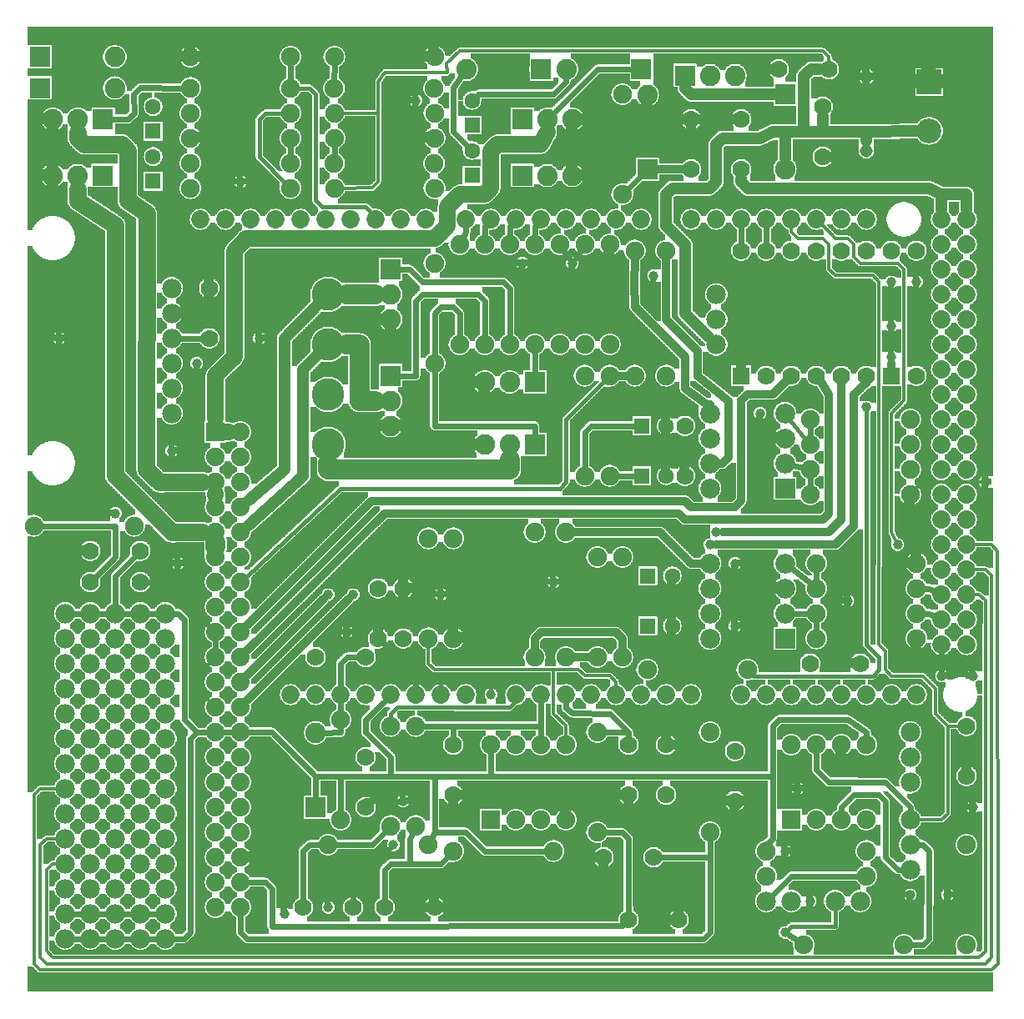
<source format=gtl>
G04 MADE WITH FRITZING*
G04 WWW.FRITZING.ORG*
G04 DOUBLE SIDED*
G04 HOLES PLATED*
G04 CONTOUR ON CENTER OF CONTOUR VECTOR*
%ASAXBY*%
%FSLAX23Y23*%
%MOIN*%
%OFA0B0*%
%SFA1.0B1.0*%
%ADD10C,0.075000*%
%ADD11C,0.039370*%
%ADD12C,0.070000*%
%ADD13C,0.078000*%
%ADD14C,0.130000*%
%ADD15C,0.074000*%
%ADD16C,0.072917*%
%ADD17C,0.082000*%
%ADD18C,0.051496*%
%ADD19C,0.079370*%
%ADD20C,0.062992*%
%ADD21C,0.099055*%
%ADD22R,0.070000X0.070000*%
%ADD23R,0.075000X0.075000*%
%ADD24R,0.074000X0.074000*%
%ADD25R,0.082000X0.082000*%
%ADD26R,0.079370X0.079370*%
%ADD27R,0.062992X0.062992*%
%ADD28R,0.099055X0.099055*%
%ADD29C,0.024000*%
%ADD30C,0.012000*%
%ADD31C,0.032000*%
%ADD32C,0.016000*%
%ADD33C,0.048000*%
%ADD34C,0.065000*%
%ADD35C,0.080000*%
%LNCOPPER1*%
G90*
G70*
G54D10*
X1892Y3738D03*
X1524Y3499D03*
X1370Y3468D03*
X2328Y3320D03*
X660Y1978D03*
X1335Y2926D03*
X1332Y2734D03*
X3148Y2424D03*
X2745Y3027D03*
X1578Y2355D03*
X1124Y1982D03*
X3302Y3824D03*
X2038Y2851D03*
X1046Y1732D03*
X2692Y1853D03*
X114Y1704D03*
X3786Y993D03*
X981Y986D03*
X1848Y1883D03*
X1236Y512D03*
X1830Y836D03*
G54D11*
X3691Y1303D03*
X3816Y1303D03*
G54D10*
X2416Y3628D03*
X2416Y3228D03*
G54D11*
X3491Y2878D03*
X3491Y2703D03*
X3491Y2578D03*
X3066Y603D03*
X3116Y853D03*
X3591Y2878D03*
X2216Y2953D03*
X2016Y2953D03*
X966Y2653D03*
X716Y2553D03*
X391Y1953D03*
X616Y2203D03*
X641Y1753D03*
X2866Y1753D03*
X2966Y2353D03*
X3391Y2378D03*
X1502Y628D03*
G54D12*
X3591Y3003D03*
X3591Y2503D03*
X3491Y3003D03*
X3491Y2503D03*
X3391Y3003D03*
X3391Y2503D03*
X3291Y3003D03*
X3291Y2503D03*
X3191Y3003D03*
X3191Y2503D03*
X3091Y3003D03*
X3091Y2503D03*
X2991Y3003D03*
X2991Y2503D03*
X2891Y3003D03*
X2891Y2503D03*
G54D11*
X3866Y2078D03*
X1591Y3603D03*
X3166Y403D03*
X3716Y428D03*
X3816Y778D03*
X891Y3278D03*
X1541Y803D03*
X1891Y1228D03*
G54D10*
X3791Y228D03*
X3791Y628D03*
X3141Y228D03*
X3541Y228D03*
G54D13*
X191Y1553D03*
X291Y1553D03*
X391Y1553D03*
X491Y1553D03*
X591Y1553D03*
X191Y253D03*
X291Y253D03*
X391Y253D03*
X491Y253D03*
X591Y253D03*
X191Y853D03*
X191Y1153D03*
X191Y353D03*
X291Y353D03*
X391Y353D03*
X491Y353D03*
X591Y353D03*
X191Y1353D03*
X191Y1253D03*
X191Y1053D03*
X191Y753D03*
X191Y453D03*
X191Y953D03*
X191Y1453D03*
X191Y653D03*
X191Y553D03*
X291Y853D03*
X291Y1153D03*
X291Y1353D03*
X291Y1253D03*
X291Y1053D03*
X291Y753D03*
X291Y453D03*
X291Y953D03*
X291Y1453D03*
X291Y653D03*
X291Y553D03*
X391Y853D03*
X391Y1153D03*
X391Y1353D03*
X391Y1253D03*
X391Y1053D03*
X391Y753D03*
X391Y453D03*
X391Y953D03*
X391Y1453D03*
X391Y653D03*
X391Y553D03*
X491Y853D03*
X491Y1153D03*
X491Y1353D03*
X491Y1253D03*
X491Y1053D03*
X491Y753D03*
X491Y453D03*
X491Y953D03*
X491Y1453D03*
X491Y653D03*
X491Y553D03*
X591Y453D03*
X591Y553D03*
X591Y653D03*
X591Y753D03*
X591Y853D03*
X591Y953D03*
X591Y1053D03*
X591Y1153D03*
X591Y1253D03*
X591Y1353D03*
X591Y1453D03*
G54D10*
X1891Y728D03*
X1891Y1028D03*
X1991Y728D03*
X1991Y1028D03*
X2091Y728D03*
X2091Y1028D03*
X2191Y728D03*
X2191Y1028D03*
G54D14*
X1241Y2628D03*
X1241Y2828D03*
X1241Y2428D03*
X1241Y2228D03*
X1241Y2628D03*
X1241Y2828D03*
X1241Y2428D03*
X1241Y2228D03*
G54D11*
X1316Y1478D03*
X3316Y1603D03*
X2866Y1503D03*
X2141Y1678D03*
X1691Y1628D03*
X1241Y378D03*
X1066Y353D03*
X166Y2653D03*
X3566Y428D03*
X2541Y2903D03*
X3066Y278D03*
X2791Y1878D03*
X2766Y1828D03*
X1241Y1628D03*
X1341Y1628D03*
X3516Y1828D03*
G54D10*
X3091Y728D03*
X3091Y1028D03*
X3191Y728D03*
X3191Y1028D03*
X3291Y728D03*
X3291Y1028D03*
X3391Y728D03*
X3391Y1028D03*
G54D15*
X891Y2278D03*
X891Y2178D03*
X891Y2078D03*
X891Y1978D03*
X891Y1878D03*
X891Y1778D03*
X891Y1678D03*
X891Y1578D03*
X891Y1478D03*
X891Y1378D03*
X891Y1278D03*
X891Y1178D03*
X891Y1078D03*
X891Y978D03*
X891Y878D03*
X891Y778D03*
X891Y678D03*
X891Y578D03*
X891Y478D03*
X891Y378D03*
X791Y2278D03*
X791Y2178D03*
X791Y2078D03*
X791Y1978D03*
X791Y1878D03*
X791Y1778D03*
X791Y1678D03*
X791Y1578D03*
X791Y1478D03*
X791Y1378D03*
X791Y1278D03*
X791Y1178D03*
X791Y1078D03*
X791Y978D03*
X791Y878D03*
X791Y778D03*
X791Y678D03*
X791Y578D03*
X791Y478D03*
X791Y378D03*
G54D16*
X2991Y1228D03*
X1391Y1228D03*
X3091Y1228D03*
X3191Y1228D03*
X3291Y1228D03*
X3391Y1228D03*
X3691Y2628D03*
X3491Y1228D03*
X3591Y1228D03*
X1431Y3128D03*
X1991Y1228D03*
X2091Y1228D03*
X2191Y1228D03*
X2291Y1228D03*
X3691Y1828D03*
X2391Y1228D03*
X2491Y1228D03*
X2591Y1228D03*
X2691Y1228D03*
X2191Y3128D03*
X3691Y3028D03*
X3691Y2228D03*
X3691Y1428D03*
X1031Y3128D03*
X1791Y1228D03*
X1791Y3128D03*
X3691Y2828D03*
X3691Y2428D03*
X3691Y2028D03*
X3391Y3128D03*
X3691Y1628D03*
X3291Y3128D03*
X3191Y3128D03*
X3091Y3128D03*
X2991Y3128D03*
X2891Y3128D03*
X2791Y3128D03*
X2691Y3128D03*
X831Y3128D03*
X1231Y3128D03*
X1631Y3128D03*
X1191Y1228D03*
X1591Y1228D03*
X2391Y3128D03*
X1991Y3128D03*
X3691Y3128D03*
X3691Y2928D03*
X3691Y2728D03*
X3691Y2528D03*
X3691Y2328D03*
X3691Y2128D03*
X3691Y1928D03*
X3691Y1728D03*
X3691Y1528D03*
X731Y3128D03*
X931Y3128D03*
X1131Y3128D03*
X1331Y3128D03*
X1531Y3128D03*
X1091Y1228D03*
X1291Y1228D03*
X1491Y1228D03*
X1691Y1228D03*
X2491Y3128D03*
X2291Y3128D03*
X2091Y3128D03*
X1891Y3128D03*
X3791Y3128D03*
X3791Y3028D03*
X3791Y2928D03*
X3791Y2828D03*
X3791Y2728D03*
X3791Y2628D03*
X3791Y2528D03*
X3791Y2428D03*
X3791Y2328D03*
X3791Y2228D03*
X3791Y2128D03*
X3791Y2028D03*
X3791Y1928D03*
X3791Y1828D03*
X3791Y1728D03*
X3791Y1628D03*
X3791Y1528D03*
X3791Y1428D03*
X2891Y1228D03*
G54D17*
X1491Y2503D03*
X1491Y2403D03*
X1491Y2303D03*
X2066Y2478D03*
X1966Y2478D03*
X1866Y2478D03*
X1491Y2928D03*
X1491Y2828D03*
X1491Y2728D03*
X2066Y2228D03*
X1966Y2228D03*
X1866Y2228D03*
G54D12*
X1191Y1378D03*
X1391Y1378D03*
G54D10*
X1291Y728D03*
X1291Y1128D03*
G54D17*
X2516Y3328D03*
X2516Y3626D03*
G54D10*
X466Y1903D03*
X66Y1903D03*
G54D13*
X616Y2853D03*
X616Y2753D03*
X616Y2653D03*
X616Y2553D03*
X616Y2453D03*
X616Y2353D03*
X3566Y528D03*
X3566Y628D03*
X3566Y728D03*
X3566Y1078D03*
X3566Y978D03*
X3566Y878D03*
X2791Y2828D03*
X2791Y2728D03*
X2791Y2628D03*
G54D10*
X2991Y603D03*
X3391Y603D03*
X2991Y503D03*
X3391Y503D03*
G54D13*
X2991Y403D03*
X3091Y403D03*
X3266Y403D03*
X3366Y403D03*
G54D10*
X3591Y1453D03*
X3191Y1453D03*
X2366Y3028D03*
X2366Y2628D03*
X2266Y3028D03*
X2266Y2628D03*
X3566Y2028D03*
X3166Y2028D03*
X3591Y1753D03*
X3191Y1753D03*
X2166Y3028D03*
X2166Y2628D03*
X1666Y2953D03*
X1666Y2553D03*
X3566Y2328D03*
X3166Y2328D03*
G54D17*
X2666Y3703D03*
X2766Y3703D03*
X2866Y3703D03*
G54D12*
X3041Y3728D03*
X3241Y3728D03*
X2891Y3528D03*
X2891Y3328D03*
X3216Y3378D03*
X3216Y3578D03*
X2691Y3528D03*
X2691Y3328D03*
G54D17*
X3066Y3628D03*
X3066Y3330D03*
G54D18*
X3391Y3403D03*
X3391Y3698D03*
X3391Y3403D03*
X3391Y3698D03*
G54D19*
X3066Y1453D03*
X2766Y1453D03*
X3066Y1553D03*
X2766Y1553D03*
X3066Y1653D03*
X2766Y1653D03*
X3066Y1753D03*
X2766Y1753D03*
X3066Y2053D03*
X2766Y2053D03*
X3066Y2153D03*
X2766Y2153D03*
X3066Y2253D03*
X2766Y2253D03*
X3066Y2353D03*
X2766Y2353D03*
G54D10*
X3591Y1553D03*
X3191Y1553D03*
X1866Y3028D03*
X1866Y2628D03*
X1966Y3028D03*
X1966Y2628D03*
X3566Y2128D03*
X3166Y2128D03*
X3591Y1653D03*
X3191Y1653D03*
X2066Y3028D03*
X2066Y2628D03*
X1766Y3028D03*
X1766Y2628D03*
X3566Y2228D03*
X3166Y2228D03*
G54D12*
X3366Y1353D03*
X3166Y1353D03*
G54D10*
X2066Y1378D03*
X2066Y1878D03*
G54D12*
X2666Y2103D03*
X2666Y2303D03*
G54D10*
X2591Y2503D03*
X2591Y3003D03*
X2191Y1878D03*
X2191Y1378D03*
X2466Y3003D03*
X2466Y2503D03*
X2416Y1778D03*
X2416Y1378D03*
X2266Y2103D03*
X2266Y2503D03*
X2316Y1778D03*
X2316Y1378D03*
X2366Y2103D03*
X2366Y2503D03*
G54D20*
X2518Y1703D03*
X2616Y1703D03*
X2493Y2303D03*
X2591Y2303D03*
X2518Y1503D03*
X2616Y1503D03*
X2493Y2103D03*
X2591Y2103D03*
G54D10*
X1741Y1853D03*
X1741Y1453D03*
X2141Y603D03*
X1741Y603D03*
X1641Y628D03*
X1241Y628D03*
G54D12*
X1741Y828D03*
X1741Y1028D03*
X1666Y378D03*
X1466Y378D03*
X1391Y778D03*
X1391Y978D03*
X1341Y378D03*
X1141Y378D03*
G54D10*
X1591Y703D03*
X1591Y1103D03*
X1491Y703D03*
X1491Y1103D03*
G54D17*
X1191Y778D03*
X1191Y1076D03*
G54D12*
X2866Y803D03*
X2866Y1003D03*
X291Y1678D03*
X491Y1678D03*
X2441Y828D03*
X2441Y1028D03*
X766Y2853D03*
X766Y2653D03*
X291Y1803D03*
X491Y1803D03*
X2341Y578D03*
X2541Y578D03*
X2641Y328D03*
X2441Y328D03*
G54D10*
X2766Y678D03*
X2766Y1078D03*
X2316Y678D03*
X2316Y1078D03*
X2916Y1328D03*
X2516Y1328D03*
G54D12*
X1441Y1453D03*
X1441Y1653D03*
X2591Y828D03*
X2591Y1028D03*
X3791Y1103D03*
X3791Y903D03*
X1541Y1653D03*
X1541Y1453D03*
G54D10*
X1641Y1853D03*
X1641Y1453D03*
X1091Y3253D03*
X691Y3253D03*
X1266Y3253D03*
X1666Y3253D03*
X1091Y3553D03*
X691Y3553D03*
X1266Y3553D03*
X1666Y3553D03*
G54D20*
X542Y3281D03*
X542Y3379D03*
X1816Y3305D03*
X1816Y3403D03*
X542Y3481D03*
X542Y3579D03*
X1816Y3505D03*
X1816Y3603D03*
G54D17*
X91Y3653D03*
X389Y3653D03*
X2091Y3728D03*
X1793Y3728D03*
X91Y3778D03*
X389Y3778D03*
X2491Y3728D03*
X2193Y3728D03*
X341Y3303D03*
X241Y3303D03*
X141Y3303D03*
X2016Y3303D03*
X2116Y3303D03*
X2216Y3303D03*
X342Y3529D03*
X242Y3529D03*
X142Y3529D03*
X2016Y3528D03*
X2116Y3528D03*
X2216Y3528D03*
G54D10*
X1091Y3353D03*
X691Y3353D03*
X1265Y3352D03*
X1665Y3352D03*
X1091Y3653D03*
X691Y3653D03*
X1265Y3652D03*
X1665Y3652D03*
X1091Y3453D03*
X691Y3453D03*
X1266Y3453D03*
X1666Y3453D03*
X1091Y3778D03*
X691Y3778D03*
X1266Y3778D03*
X1666Y3778D03*
G54D21*
X3641Y3678D03*
X3641Y3481D03*
G54D22*
X2891Y2503D03*
X3491Y2503D03*
G54D23*
X1891Y728D03*
X3091Y728D03*
G54D24*
X791Y2278D03*
G54D25*
X1491Y2503D03*
X2066Y2478D03*
X1491Y2928D03*
X2066Y2228D03*
X2516Y3327D03*
X2666Y3703D03*
X3066Y3629D03*
G54D26*
X3066Y1453D03*
X3066Y2053D03*
G54D27*
X2518Y1703D03*
X2493Y2303D03*
X2518Y1503D03*
X2493Y2103D03*
G54D25*
X1191Y777D03*
G54D27*
X542Y3281D03*
X1816Y3305D03*
X542Y3481D03*
X1816Y3505D03*
G54D25*
X90Y3653D03*
X2092Y3728D03*
X90Y3778D03*
X2492Y3728D03*
X341Y3303D03*
X2016Y3303D03*
X342Y3529D03*
X2016Y3528D03*
G54D28*
X3641Y3678D03*
G54D29*
X3691Y1322D02*
X3691Y1398D01*
D02*
X2493Y3305D02*
X2436Y3248D01*
D02*
X1091Y3749D02*
X1091Y3682D01*
D02*
X1265Y3681D02*
X1266Y3749D01*
G54D30*
D02*
X3716Y1103D02*
X3771Y1103D01*
G54D29*
D02*
X561Y353D02*
X521Y353D01*
D02*
X461Y353D02*
X421Y353D01*
D02*
X361Y353D02*
X321Y353D01*
D02*
X261Y353D02*
X221Y353D01*
G54D31*
D02*
X3491Y2553D02*
X3491Y2535D01*
G54D29*
D02*
X2206Y2969D02*
X2182Y3004D01*
D02*
X2227Y2969D02*
X2250Y3004D01*
D02*
X1340Y477D02*
X1341Y404D01*
D02*
X1488Y615D02*
X1340Y477D01*
G54D32*
D02*
X2942Y1303D02*
X3416Y1303D01*
D02*
X3416Y1303D02*
X3440Y1328D01*
D02*
X3440Y1328D02*
X3440Y1377D01*
D02*
X3440Y1377D02*
X3391Y1428D01*
D02*
X3391Y1428D02*
X3391Y2365D01*
D02*
X2933Y1312D02*
X2942Y1303D01*
G54D30*
D02*
X3616Y2078D02*
X3853Y2078D01*
D02*
X3582Y2044D02*
X3616Y2078D01*
G54D29*
D02*
X666Y253D02*
X621Y253D01*
D02*
X521Y253D02*
X561Y253D01*
D02*
X691Y278D02*
X666Y253D01*
D02*
X1391Y804D02*
X1391Y804D01*
D02*
X1522Y803D02*
X1391Y804D01*
D02*
X1591Y1328D02*
X1591Y1258D01*
D02*
X1461Y1436D02*
X1591Y1328D01*
G54D30*
D02*
X716Y1252D02*
X716Y1304D01*
D02*
X773Y1196D02*
X716Y1252D01*
D02*
X716Y1304D02*
X773Y1360D01*
G54D29*
D02*
X517Y1678D02*
X591Y1677D01*
D02*
X591Y1677D02*
X769Y1500D01*
D02*
X791Y1409D02*
X791Y1447D01*
D02*
X461Y1553D02*
X421Y1553D01*
D02*
X561Y1553D02*
X521Y1553D01*
G54D30*
D02*
X141Y553D02*
X167Y553D01*
D02*
X91Y853D02*
X167Y853D01*
D02*
X116Y653D02*
X167Y653D01*
G54D29*
D02*
X221Y253D02*
X261Y253D01*
D02*
X321Y253D02*
X361Y253D01*
D02*
X421Y253D02*
X461Y253D01*
G54D32*
D02*
X1517Y1179D02*
X1491Y1153D01*
D02*
X1966Y1177D02*
X1517Y1179D01*
D02*
X1991Y1203D02*
X1966Y1177D01*
D02*
X1491Y1153D02*
X1491Y1126D01*
D02*
X1717Y1303D02*
X1691Y1277D01*
D02*
X1866Y1303D02*
X1717Y1303D01*
D02*
X1891Y1277D02*
X1866Y1303D01*
D02*
X1691Y1277D02*
X1691Y1253D01*
D02*
X1891Y1241D02*
X1891Y1277D01*
G54D29*
D02*
X391Y1702D02*
X473Y1784D01*
D02*
X391Y1583D02*
X391Y1702D01*
D02*
X261Y1553D02*
X221Y1553D01*
D02*
X361Y1553D02*
X321Y1553D01*
G54D32*
D02*
X1991Y1203D02*
X1991Y1203D01*
D02*
X3091Y303D02*
X3266Y303D01*
D02*
X3266Y303D02*
X3266Y378D01*
D02*
X3076Y287D02*
X3091Y303D01*
G54D29*
D02*
X3082Y267D02*
X3117Y244D01*
D02*
X2091Y1103D02*
X2091Y1057D01*
D02*
X1291Y903D02*
X1291Y757D01*
D02*
X1191Y903D02*
X1191Y810D01*
D02*
X1791Y678D02*
X1666Y679D01*
D02*
X1867Y602D02*
X1791Y678D01*
D02*
X2113Y603D02*
X1867Y602D01*
G54D33*
D02*
X3391Y3479D02*
X3391Y3441D01*
D02*
X3217Y3479D02*
X3216Y3541D01*
D02*
X2691Y3628D02*
X3023Y3628D01*
D02*
X2666Y3653D02*
X2691Y3628D01*
D02*
X2666Y3660D02*
X2666Y3653D01*
G54D29*
D02*
X1291Y1198D02*
X1291Y1157D01*
G54D33*
D02*
X2617Y3253D02*
X2591Y3228D01*
D02*
X2666Y2753D02*
X2762Y2657D01*
D02*
X2666Y3028D02*
X2666Y2753D01*
D02*
X2591Y3103D02*
X2666Y3028D01*
D02*
X2591Y3228D02*
X2591Y3103D01*
D02*
X2766Y3253D02*
X2617Y3253D01*
D02*
X2791Y3277D02*
X2766Y3253D01*
D02*
X2817Y3453D02*
X2791Y3428D01*
D02*
X2966Y3453D02*
X2817Y3453D01*
D02*
X3017Y3477D02*
X2966Y3453D01*
D02*
X2791Y3428D02*
X2791Y3277D01*
D02*
X3066Y3479D02*
X3017Y3477D01*
D02*
X3142Y3703D02*
X3172Y3730D01*
D02*
X3172Y3730D02*
X3204Y3729D01*
D02*
X3142Y3477D02*
X3142Y3703D01*
D02*
X1067Y2653D02*
X1201Y2788D01*
D02*
X1067Y2128D02*
X1067Y2653D01*
D02*
X923Y2005D02*
X1067Y2128D01*
D02*
X1142Y2528D02*
X1201Y2587D01*
D02*
X1142Y2103D02*
X1142Y2528D01*
D02*
X923Y1906D02*
X1142Y2103D01*
G54D34*
D02*
X845Y2278D02*
X838Y2278D01*
G54D31*
D02*
X2282Y1378D02*
X2225Y1378D01*
G54D29*
D02*
X1666Y679D02*
X1654Y654D01*
D02*
X1666Y903D02*
X1666Y679D01*
D02*
X1567Y652D02*
X1579Y677D01*
D02*
X1567Y552D02*
X1567Y652D01*
G54D30*
D02*
X2142Y1152D02*
X2191Y1104D01*
D02*
X2191Y1104D02*
X2191Y1051D01*
D02*
X2142Y1328D02*
X2142Y1152D01*
D02*
X2142Y1328D02*
X2242Y1328D01*
D02*
X2367Y1304D02*
X2391Y1277D01*
D02*
X2267Y1304D02*
X2367Y1304D01*
D02*
X2242Y1328D02*
X2267Y1304D01*
D02*
X1667Y1328D02*
X2142Y1328D01*
D02*
X1642Y1352D02*
X1667Y1328D01*
D02*
X2391Y1277D02*
X2391Y1253D01*
D02*
X1641Y1430D02*
X1642Y1352D01*
G54D29*
D02*
X1742Y1103D02*
X1741Y1054D01*
D02*
X2091Y1103D02*
X2091Y1198D01*
D02*
X1742Y1103D02*
X2091Y1103D01*
D02*
X1620Y1103D02*
X1742Y1103D01*
D02*
X1891Y902D02*
X1891Y999D01*
G54D33*
D02*
X3142Y3477D02*
X3217Y3479D01*
D02*
X3391Y3479D02*
X3589Y3481D01*
D02*
X3217Y3479D02*
X3391Y3479D01*
D02*
X3066Y3479D02*
X3142Y3477D01*
D02*
X3066Y3373D02*
X3066Y3479D01*
G54D29*
D02*
X391Y1902D02*
X95Y1903D01*
D02*
X391Y1778D02*
X391Y1902D01*
D02*
X310Y1696D02*
X391Y1778D01*
G54D35*
D02*
X1241Y2128D02*
X1966Y2128D01*
D02*
X1966Y2128D02*
X1966Y2168D01*
D02*
X1241Y2154D02*
X1241Y2128D01*
D02*
X1366Y2628D02*
X1366Y2403D01*
D02*
X1366Y2403D02*
X1431Y2403D01*
D02*
X1315Y2628D02*
X1366Y2628D01*
D02*
X1315Y2828D02*
X1431Y2828D01*
G54D29*
D02*
X691Y1052D02*
X691Y278D01*
D02*
X716Y1077D02*
X691Y1052D01*
G54D30*
D02*
X3416Y2904D02*
X3267Y2904D01*
D02*
X3116Y3052D02*
X3091Y3077D01*
D02*
X3242Y3028D02*
X3216Y3052D01*
D02*
X3242Y2928D02*
X3242Y3028D01*
D02*
X3267Y2904D02*
X3242Y2928D01*
D02*
X3216Y3052D02*
X3116Y3052D01*
D02*
X3091Y3077D02*
X3091Y3103D01*
D02*
X3442Y2877D02*
X3416Y2904D01*
D02*
X3442Y2428D02*
X3442Y2877D01*
D02*
X3440Y1428D02*
X3442Y2428D01*
D02*
X3516Y2952D02*
X3542Y2928D01*
D02*
X3342Y2977D02*
X3367Y2952D01*
D02*
X3367Y2952D02*
X3516Y2952D01*
D02*
X3542Y2404D02*
X3491Y2352D01*
D02*
X3542Y2928D02*
X3542Y2404D01*
D02*
X3340Y3028D02*
X3342Y2977D01*
D02*
X3267Y3052D02*
X3316Y3052D01*
D02*
X3316Y3052D02*
X3340Y3028D01*
D02*
X3209Y3111D02*
X3267Y3052D01*
D02*
X3491Y1878D02*
X3510Y1840D01*
D02*
X3491Y2352D02*
X3491Y1878D01*
G54D29*
D02*
X1316Y1378D02*
X1365Y1378D01*
D02*
X1291Y1353D02*
X1316Y1378D01*
D02*
X1291Y1258D02*
X1291Y1353D01*
G54D30*
D02*
X91Y179D02*
X116Y152D01*
D02*
X91Y628D02*
X91Y179D01*
D02*
X116Y653D02*
X91Y628D01*
D02*
X3866Y153D02*
X3891Y177D01*
D02*
X3891Y1704D02*
X3867Y1728D01*
D02*
X116Y152D02*
X3866Y153D01*
D02*
X3891Y177D02*
X3891Y1704D01*
D02*
X3867Y1728D02*
X3816Y1728D01*
D02*
X67Y828D02*
X67Y152D01*
D02*
X91Y853D02*
X67Y828D01*
D02*
X67Y152D02*
X91Y128D01*
D02*
X116Y528D02*
X116Y204D01*
D02*
X141Y553D02*
X116Y528D01*
D02*
X116Y204D02*
X140Y177D01*
D02*
X3840Y177D02*
X3866Y203D01*
D02*
X3867Y1604D02*
X3841Y1628D01*
G54D29*
D02*
X991Y478D02*
X1016Y453D01*
D02*
X1016Y453D02*
X1016Y303D01*
D02*
X1016Y303D02*
X2416Y304D01*
D02*
X922Y478D02*
X991Y478D01*
D02*
X2416Y304D02*
X2422Y310D01*
D02*
X2741Y253D02*
X916Y253D01*
D02*
X916Y253D02*
X891Y278D01*
D02*
X891Y278D02*
X891Y347D01*
D02*
X2766Y278D02*
X2741Y253D01*
D02*
X2766Y578D02*
X2766Y278D01*
G54D30*
D02*
X140Y177D02*
X3840Y177D01*
D02*
X3866Y203D02*
X3867Y1604D01*
D02*
X3841Y1628D02*
X3816Y1628D01*
D02*
X3891Y128D02*
X3917Y153D01*
D02*
X3915Y1802D02*
X3891Y1828D01*
D02*
X91Y128D02*
X3891Y128D01*
D02*
X3917Y153D02*
X3915Y1802D01*
D02*
X3891Y1828D02*
X3816Y1828D01*
G54D29*
D02*
X667Y1128D02*
X716Y1077D01*
D02*
X642Y1553D02*
X667Y1528D01*
D02*
X667Y1528D02*
X667Y1128D01*
D02*
X621Y1553D02*
X642Y1553D01*
D02*
X716Y1077D02*
X760Y1078D01*
D02*
X3617Y228D02*
X3640Y253D01*
D02*
X3570Y228D02*
X3617Y228D01*
D02*
X3640Y253D02*
X3642Y603D01*
D02*
X1191Y903D02*
X1017Y1078D01*
D02*
X1491Y903D02*
X1291Y903D01*
D02*
X1291Y903D02*
X1191Y903D01*
D02*
X1666Y903D02*
X1491Y903D01*
D02*
X3617Y628D02*
X3596Y628D01*
D02*
X3642Y603D02*
X3617Y628D01*
G54D31*
D02*
X2667Y2003D02*
X2691Y1977D01*
D02*
X1415Y2002D02*
X2667Y2003D01*
D02*
X2691Y1977D02*
X2867Y1977D01*
D02*
X2891Y2004D02*
X2891Y2404D01*
D02*
X2916Y2428D02*
X3016Y2428D01*
D02*
X3016Y2428D02*
X3069Y2481D01*
D02*
X2891Y2404D02*
X2916Y2428D01*
D02*
X2867Y1977D02*
X2891Y2004D01*
D02*
X917Y1504D02*
X1415Y2002D01*
D02*
X2091Y1477D02*
X2067Y1452D01*
D02*
X2391Y1477D02*
X2091Y1477D01*
D02*
X2416Y1452D02*
X2391Y1477D01*
D02*
X2067Y1452D02*
X2066Y1412D01*
D02*
X2416Y1412D02*
X2416Y1452D01*
D02*
X917Y1204D02*
X1324Y1611D01*
D02*
X917Y1304D02*
X1224Y1611D01*
D02*
X3342Y2428D02*
X3367Y2452D01*
D02*
X3391Y2477D02*
X3391Y2471D01*
D02*
X3367Y2452D02*
X3391Y2477D01*
D02*
X3341Y1902D02*
X3342Y2428D01*
D02*
X3267Y1828D02*
X3341Y1902D01*
D02*
X2791Y1828D02*
X3267Y1828D01*
D02*
X3241Y1878D02*
X3291Y1928D01*
D02*
X3291Y1928D02*
X3291Y2471D01*
D02*
X2816Y1878D02*
X3241Y1878D01*
D02*
X3216Y1928D02*
X3242Y1952D01*
D02*
X3242Y2428D02*
X3209Y2477D01*
D02*
X1467Y1952D02*
X2642Y1953D01*
D02*
X2642Y1953D02*
X2667Y1928D01*
D02*
X2667Y1928D02*
X3216Y1928D01*
D02*
X3242Y1952D02*
X3242Y2428D01*
D02*
X917Y1404D02*
X1467Y1952D01*
G54D30*
D02*
X3466Y1403D02*
X3440Y1428D01*
D02*
X3466Y1328D02*
X3466Y1403D01*
D02*
X3491Y1303D02*
X3466Y1328D01*
D02*
X3616Y1303D02*
X3491Y1303D01*
D02*
X3666Y1253D02*
X3616Y1303D01*
D02*
X3666Y1153D02*
X3666Y1253D01*
G54D29*
D02*
X2991Y3098D02*
X2991Y3029D01*
D02*
X2891Y3098D02*
X2891Y3029D01*
D02*
X3642Y1552D02*
X3620Y1553D01*
D02*
X3642Y1652D02*
X3620Y1653D01*
D02*
X3664Y1642D02*
X3642Y1652D01*
D02*
X3664Y1542D02*
X3642Y1552D01*
G54D30*
D02*
X3716Y1103D02*
X3666Y1153D01*
D02*
X3691Y728D02*
X3716Y753D01*
D02*
X3716Y753D02*
X3716Y1103D01*
D02*
X3591Y728D02*
X3691Y728D01*
G54D32*
D02*
X2167Y2052D02*
X2191Y2078D01*
D02*
X1291Y2052D02*
X2167Y2052D01*
G54D35*
D02*
X791Y1819D02*
X791Y1837D01*
G54D32*
D02*
X2191Y2328D02*
X2350Y2487D01*
D02*
X2191Y2078D02*
X2191Y2328D01*
D02*
X910Y1695D02*
X1291Y2052D01*
G54D29*
D02*
X1017Y1078D02*
X922Y1078D01*
G54D34*
D02*
X791Y2025D02*
X791Y2031D01*
G54D29*
D02*
X822Y1078D02*
X860Y1078D01*
D02*
X1491Y979D02*
X1491Y903D01*
D02*
X1391Y1077D02*
X1491Y979D01*
D02*
X1391Y1128D02*
X1391Y1077D01*
D02*
X1466Y1203D02*
X1391Y1128D01*
D02*
X1470Y1207D02*
X1466Y1203D01*
G54D31*
D02*
X2466Y2778D02*
X2465Y2876D01*
D02*
X2666Y2577D02*
X2466Y2778D01*
D02*
X2465Y2876D02*
X2466Y2969D01*
G54D29*
D02*
X1566Y2928D02*
X1616Y2877D01*
G54D31*
D02*
X2667Y2453D02*
X2666Y2577D01*
G54D29*
D02*
X1523Y2928D02*
X1566Y2928D01*
D02*
X1616Y2877D02*
X1942Y2877D01*
G54D31*
D02*
X2767Y2377D02*
X2667Y2453D01*
D02*
X2767Y2389D02*
X2767Y2377D01*
G54D29*
D02*
X1591Y2803D02*
X1616Y2828D01*
D02*
X1616Y2828D02*
X1842Y2828D01*
D02*
X1842Y2828D02*
X1867Y2803D01*
D02*
X1967Y2853D02*
X1966Y2657D01*
D02*
X1967Y3103D02*
X1970Y3107D01*
D02*
X1966Y3057D02*
X1967Y3103D01*
D02*
X2067Y3103D02*
X2070Y3107D01*
D02*
X2066Y3057D02*
X2067Y3103D01*
D02*
X1942Y2877D02*
X1967Y2853D01*
D02*
X1591Y2503D02*
X1591Y2803D01*
D02*
X1523Y2503D02*
X1591Y2503D01*
D02*
X1867Y2803D02*
X1866Y2657D01*
D02*
X1791Y3078D02*
X1791Y3098D01*
D02*
X1867Y3103D02*
X1870Y3107D01*
D02*
X1866Y3057D02*
X1867Y3103D01*
D02*
X1779Y3054D02*
X1791Y3078D01*
G54D30*
D02*
X3217Y3802D02*
X3241Y3778D01*
D02*
X3241Y3778D02*
X3241Y3749D01*
D02*
X1441Y3678D02*
X1441Y3552D01*
D02*
X1715Y3752D02*
X1767Y3802D01*
D02*
X1717Y3715D02*
X1715Y3752D01*
D02*
X1767Y3802D02*
X3217Y3802D01*
D02*
X1441Y3552D02*
X1441Y3278D01*
D02*
X1441Y3278D02*
X1417Y3254D01*
D02*
X1467Y3715D02*
X1717Y3715D01*
D02*
X1467Y3715D02*
X1441Y3678D01*
D02*
X1417Y3254D02*
X1289Y3253D01*
G54D32*
D02*
X967Y3377D02*
X1075Y3269D01*
G54D30*
D02*
X1441Y3552D02*
X1289Y3553D01*
G54D32*
D02*
X967Y3528D02*
X967Y3377D01*
D02*
X1068Y3553D02*
X991Y3552D01*
D02*
X991Y3552D02*
X967Y3528D01*
G54D29*
D02*
X1741Y3654D02*
X1775Y3702D01*
D02*
X1742Y3479D02*
X1741Y3654D01*
D02*
X1797Y3422D02*
X1742Y3479D01*
D02*
X2317Y3728D02*
X2139Y3551D01*
D02*
X2459Y3728D02*
X2317Y3728D01*
D02*
X440Y3528D02*
X374Y3529D01*
D02*
X467Y3552D02*
X440Y3528D01*
D02*
X465Y3628D02*
X467Y3552D01*
D02*
X491Y3654D02*
X465Y3628D01*
D02*
X663Y3653D02*
X491Y3654D01*
D02*
X1841Y3628D02*
X1835Y3622D01*
D02*
X2141Y3628D02*
X1841Y3628D01*
D02*
X2191Y3678D02*
X2141Y3628D01*
D02*
X2192Y3696D02*
X2191Y3678D01*
D02*
X3191Y928D02*
X3191Y999D01*
D02*
X3240Y879D02*
X3191Y928D01*
D02*
X3466Y877D02*
X3240Y879D01*
D02*
X3566Y779D02*
X3466Y877D01*
D02*
X3566Y758D02*
X3566Y779D01*
D02*
X1742Y2777D02*
X1767Y2753D01*
D02*
X1767Y2753D02*
X1766Y2657D01*
D02*
X1666Y2303D02*
X1666Y2524D01*
D02*
X2066Y2303D02*
X1666Y2303D01*
D02*
X1666Y2753D02*
X1691Y2778D01*
D02*
X1666Y2582D02*
X1666Y2753D01*
D02*
X1691Y2778D02*
X1742Y2777D01*
D02*
X2066Y2260D02*
X2066Y2303D01*
D02*
X2066Y2599D02*
X2066Y2510D01*
G54D31*
D02*
X2554Y3328D02*
X2660Y3328D01*
G54D29*
D02*
X1291Y1077D02*
X1223Y1076D01*
D02*
X1291Y1099D02*
X1291Y1077D01*
G54D31*
D02*
X2567Y1877D02*
X2225Y1878D01*
D02*
X2691Y1753D02*
X2567Y1877D01*
D02*
X2730Y1753D02*
X2691Y1753D01*
D02*
X2842Y2403D02*
X2842Y2177D01*
D02*
X2842Y2177D02*
X2816Y2152D01*
D02*
X2717Y2603D02*
X2716Y2503D01*
D02*
X2591Y2728D02*
X2717Y2603D01*
D02*
X2716Y2503D02*
X2842Y2403D01*
D02*
X2816Y2152D02*
X2803Y2153D01*
D02*
X2591Y2969D02*
X2591Y2728D01*
G54D29*
D02*
X646Y2653D02*
X740Y2653D01*
D02*
X3466Y577D02*
X3517Y528D01*
D02*
X3517Y528D02*
X3536Y528D01*
D02*
X3466Y803D02*
X3466Y577D01*
D02*
X3442Y828D02*
X3466Y803D01*
D02*
X3342Y828D02*
X3442Y828D01*
D02*
X3291Y777D02*
X3342Y828D01*
D02*
X3291Y757D02*
X3291Y777D01*
D02*
X3091Y503D02*
X3363Y503D01*
D02*
X3013Y424D02*
X3091Y503D01*
D02*
X3191Y1724D02*
X3191Y1682D01*
D02*
X3166Y2328D02*
X3166Y2257D01*
D02*
X3191Y1524D02*
X3191Y1482D01*
D02*
X3166Y2099D02*
X3166Y2057D01*
D02*
X3097Y1553D02*
X3163Y1553D01*
D02*
X3090Y1734D02*
X3169Y1671D01*
G54D33*
D02*
X3791Y3228D02*
X3791Y3169D01*
D02*
X3691Y3228D02*
X3791Y3228D01*
D02*
X2917Y3252D02*
X2891Y3278D01*
D02*
X3641Y3252D02*
X2917Y3252D01*
D02*
X2891Y3278D02*
X2891Y3291D01*
D02*
X3691Y3228D02*
X3641Y3252D01*
D02*
X3691Y3169D02*
X3691Y3228D01*
G54D29*
D02*
X3096Y2146D02*
X3138Y2135D01*
G54D32*
D02*
X3082Y2333D02*
X3152Y2246D01*
G54D31*
D02*
X2400Y2503D02*
X2432Y2503D01*
G54D29*
D02*
X2466Y2103D02*
X2395Y2103D01*
D02*
X2291Y2303D02*
X2267Y2277D01*
D02*
X2267Y2277D02*
X2266Y2132D01*
D02*
X2466Y2303D02*
X2291Y2303D01*
D02*
X1091Y3424D02*
X1091Y3382D01*
D02*
X1266Y3424D02*
X1266Y3381D01*
D02*
X2766Y649D02*
X2766Y578D01*
D02*
X2766Y578D02*
X2567Y578D01*
D02*
X1691Y552D02*
X1721Y583D01*
D02*
X1567Y552D02*
X1691Y552D01*
D02*
X1491Y552D02*
X1567Y552D01*
D02*
X1466Y528D02*
X1491Y552D01*
D02*
X1466Y404D02*
X1466Y528D01*
D02*
X2416Y677D02*
X2345Y678D01*
D02*
X2440Y652D02*
X2416Y677D01*
D02*
X2441Y354D02*
X2440Y652D01*
D02*
X2441Y1078D02*
X2441Y1054D01*
D02*
X2366Y1153D02*
X2441Y1078D01*
D02*
X2217Y1154D02*
X2366Y1153D01*
D02*
X2191Y1176D02*
X2217Y1154D01*
D02*
X2191Y1198D02*
X2191Y1176D01*
D02*
X1167Y628D02*
X1213Y628D01*
D02*
X1141Y604D02*
X1167Y628D01*
D02*
X1141Y404D02*
X1141Y604D01*
D02*
X1417Y628D02*
X1270Y628D01*
D02*
X1471Y683D02*
X1417Y628D01*
G54D32*
D02*
X1419Y3149D02*
X1417Y3153D01*
D02*
X1417Y3153D02*
X1391Y3178D01*
D02*
X1217Y3178D02*
X1191Y3204D01*
D02*
X1391Y3178D02*
X1217Y3178D01*
D02*
X1191Y3204D02*
X1191Y3628D01*
D02*
X1191Y3628D02*
X1167Y3652D01*
D02*
X1167Y3652D02*
X1114Y3653D01*
G54D12*
D02*
X516Y3152D02*
X440Y3204D01*
D02*
X515Y2128D02*
X516Y3152D01*
D02*
X738Y2078D02*
X567Y2077D01*
D02*
X567Y2077D02*
X515Y2128D01*
D02*
X440Y3204D02*
X441Y3403D01*
D02*
X441Y3403D02*
X416Y3428D01*
D02*
X266Y3428D02*
X241Y3453D01*
D02*
X241Y3453D02*
X241Y3475D01*
D02*
X416Y3428D02*
X266Y3428D01*
G54D34*
D02*
X1866Y3228D02*
X1891Y3253D01*
D02*
X867Y2578D02*
X867Y3002D01*
D02*
X791Y2504D02*
X867Y2578D01*
D02*
X791Y2331D02*
X791Y2504D01*
D02*
X867Y3002D02*
X915Y3052D01*
D02*
X915Y3052D02*
X1667Y3052D01*
D02*
X1667Y3052D02*
X1717Y3102D01*
D02*
X1717Y3102D02*
X1717Y3178D01*
D02*
X1717Y3178D02*
X1767Y3228D01*
D02*
X1767Y3228D02*
X1866Y3228D01*
D02*
X2116Y3478D02*
X2116Y3474D01*
D02*
X2091Y3428D02*
X2116Y3478D01*
D02*
X1917Y3428D02*
X2091Y3428D01*
D02*
X1891Y3402D02*
X1917Y3428D01*
D02*
X1891Y3253D02*
X1891Y3402D01*
G54D12*
D02*
X738Y1878D02*
X616Y1877D01*
D02*
X616Y1877D02*
X391Y2104D01*
D02*
X391Y3104D02*
X241Y3203D01*
D02*
X241Y3203D02*
X241Y3249D01*
D02*
X391Y2104D02*
X391Y3104D01*
G54D29*
D02*
X2441Y1078D02*
X2345Y1078D01*
D02*
X3017Y1103D02*
X3017Y903D01*
D02*
X1891Y902D02*
X1666Y903D01*
D02*
X3391Y1077D02*
X3391Y1057D01*
D02*
X3042Y1128D02*
X3317Y1128D01*
D02*
X3017Y1103D02*
X3042Y1128D01*
D02*
X3317Y1128D02*
X3391Y1077D01*
D02*
X3017Y653D02*
X3017Y903D01*
D02*
X2991Y628D02*
X3017Y653D01*
D02*
X2991Y632D02*
X2991Y628D01*
D02*
X3017Y903D02*
X1891Y902D01*
G36*
X1810Y3791D02*
X1810Y3771D01*
X1814Y3771D01*
X1814Y3769D01*
X1818Y3769D01*
X1818Y3767D01*
X1820Y3767D01*
X1820Y3765D01*
X1824Y3765D01*
X1824Y3763D01*
X1826Y3763D01*
X1826Y3761D01*
X1828Y3761D01*
X1828Y3759D01*
X1830Y3759D01*
X1830Y3755D01*
X1832Y3755D01*
X1832Y3753D01*
X1834Y3753D01*
X1834Y3749D01*
X1836Y3749D01*
X1836Y3745D01*
X1838Y3745D01*
X1838Y3739D01*
X1840Y3739D01*
X1840Y3719D01*
X1838Y3719D01*
X1838Y3711D01*
X1836Y3711D01*
X1836Y3707D01*
X1834Y3707D01*
X1834Y3703D01*
X1832Y3703D01*
X1832Y3701D01*
X1830Y3701D01*
X1830Y3697D01*
X1828Y3697D01*
X1828Y3695D01*
X1826Y3695D01*
X1826Y3693D01*
X1822Y3693D01*
X1822Y3691D01*
X1820Y3691D01*
X1820Y3689D01*
X1818Y3689D01*
X1818Y3687D01*
X1814Y3687D01*
X1814Y3685D01*
X1810Y3685D01*
X1810Y3683D01*
X1802Y3683D01*
X1802Y3681D01*
X2046Y3681D01*
X2046Y3719D01*
X2044Y3719D01*
X2044Y3737D01*
X2046Y3737D01*
X2046Y3791D01*
X1810Y3791D01*
G37*
D02*
G36*
X2140Y3695D02*
X2140Y3681D01*
X2162Y3681D01*
X2162Y3693D01*
X2160Y3693D01*
X2160Y3695D01*
X2140Y3695D01*
G37*
D02*
G36*
X1782Y3681D02*
X1782Y3679D01*
X2162Y3679D01*
X2162Y3681D01*
X1782Y3681D01*
G37*
D02*
G36*
X1782Y3681D02*
X1782Y3679D01*
X2162Y3679D01*
X2162Y3681D01*
X1782Y3681D01*
G37*
D02*
G36*
X1780Y3679D02*
X1780Y3677D01*
X1778Y3677D01*
X1778Y3673D01*
X1776Y3673D01*
X1776Y3671D01*
X1774Y3671D01*
X1774Y3667D01*
X1772Y3667D01*
X1772Y3665D01*
X1770Y3665D01*
X1770Y3661D01*
X1768Y3661D01*
X1768Y3659D01*
X1766Y3659D01*
X1766Y3657D01*
X1764Y3657D01*
X1764Y3653D01*
X1762Y3653D01*
X1762Y3651D01*
X1760Y3651D01*
X1760Y3605D01*
X1780Y3605D01*
X1780Y3615D01*
X1782Y3615D01*
X1782Y3621D01*
X1784Y3621D01*
X1784Y3623D01*
X1786Y3623D01*
X1786Y3627D01*
X1788Y3627D01*
X1788Y3629D01*
X1790Y3629D01*
X1790Y3631D01*
X1792Y3631D01*
X1792Y3633D01*
X1796Y3633D01*
X1796Y3635D01*
X1798Y3635D01*
X1798Y3637D01*
X1804Y3637D01*
X1804Y3639D01*
X1812Y3639D01*
X1812Y3641D01*
X1830Y3641D01*
X1830Y3643D01*
X1834Y3643D01*
X1834Y3645D01*
X1840Y3645D01*
X1840Y3647D01*
X2136Y3647D01*
X2136Y3649D01*
X2138Y3649D01*
X2138Y3651D01*
X2140Y3651D01*
X2140Y3653D01*
X2142Y3653D01*
X2142Y3655D01*
X2144Y3655D01*
X2144Y3657D01*
X2146Y3657D01*
X2146Y3659D01*
X2148Y3659D01*
X2148Y3661D01*
X2150Y3661D01*
X2150Y3663D01*
X2152Y3663D01*
X2152Y3665D01*
X2154Y3665D01*
X2154Y3667D01*
X2156Y3667D01*
X2156Y3669D01*
X2158Y3669D01*
X2158Y3671D01*
X2160Y3671D01*
X2160Y3673D01*
X2162Y3673D01*
X2162Y3679D01*
X1780Y3679D01*
G37*
D02*
G36*
X1728Y3713D02*
X1728Y3709D01*
X1726Y3709D01*
X1726Y3707D01*
X1724Y3707D01*
X1724Y3705D01*
X1722Y3705D01*
X1722Y3703D01*
X1694Y3703D01*
X1694Y3683D01*
X1696Y3683D01*
X1696Y3681D01*
X1698Y3681D01*
X1698Y3679D01*
X1700Y3679D01*
X1700Y3677D01*
X1702Y3677D01*
X1702Y3673D01*
X1704Y3673D01*
X1704Y3669D01*
X1706Y3669D01*
X1706Y3663D01*
X1726Y3663D01*
X1726Y3665D01*
X1728Y3665D01*
X1728Y3667D01*
X1730Y3667D01*
X1730Y3671D01*
X1732Y3671D01*
X1732Y3673D01*
X1734Y3673D01*
X1734Y3677D01*
X1736Y3677D01*
X1736Y3679D01*
X1738Y3679D01*
X1738Y3681D01*
X1740Y3681D01*
X1740Y3685D01*
X1742Y3685D01*
X1742Y3687D01*
X1744Y3687D01*
X1744Y3691D01*
X1746Y3691D01*
X1746Y3693D01*
X1748Y3693D01*
X1748Y3713D01*
X1728Y3713D01*
G37*
D02*
G36*
X1472Y3703D02*
X1472Y3699D01*
X1470Y3699D01*
X1470Y3697D01*
X1468Y3697D01*
X1468Y3693D01*
X1466Y3693D01*
X1466Y3691D01*
X1464Y3691D01*
X1464Y3689D01*
X1462Y3689D01*
X1462Y3685D01*
X1460Y3685D01*
X1460Y3683D01*
X1458Y3683D01*
X1458Y3679D01*
X1456Y3679D01*
X1456Y3677D01*
X1454Y3677D01*
X1454Y3629D01*
X1596Y3629D01*
X1596Y3627D01*
X1602Y3627D01*
X1602Y3625D01*
X1606Y3625D01*
X1606Y3623D01*
X1608Y3623D01*
X1608Y3621D01*
X1610Y3621D01*
X1610Y3619D01*
X1612Y3619D01*
X1612Y3617D01*
X1614Y3617D01*
X1614Y3611D01*
X1616Y3611D01*
X1616Y3595D01*
X1614Y3595D01*
X1614Y3589D01*
X1612Y3589D01*
X1612Y3587D01*
X1610Y3587D01*
X1610Y3585D01*
X1608Y3585D01*
X1608Y3583D01*
X1606Y3583D01*
X1606Y3581D01*
X1602Y3581D01*
X1602Y3579D01*
X1596Y3579D01*
X1596Y3577D01*
X1630Y3577D01*
X1630Y3579D01*
X1632Y3579D01*
X1632Y3581D01*
X1634Y3581D01*
X1634Y3583D01*
X1636Y3583D01*
X1636Y3585D01*
X1638Y3585D01*
X1638Y3587D01*
X1640Y3587D01*
X1640Y3589D01*
X1644Y3589D01*
X1644Y3591D01*
X1648Y3591D01*
X1648Y3613D01*
X1644Y3613D01*
X1644Y3615D01*
X1642Y3615D01*
X1642Y3617D01*
X1638Y3617D01*
X1638Y3619D01*
X1636Y3619D01*
X1636Y3621D01*
X1634Y3621D01*
X1634Y3623D01*
X1632Y3623D01*
X1632Y3625D01*
X1630Y3625D01*
X1630Y3629D01*
X1628Y3629D01*
X1628Y3631D01*
X1626Y3631D01*
X1626Y3635D01*
X1624Y3635D01*
X1624Y3643D01*
X1622Y3643D01*
X1622Y3661D01*
X1624Y3661D01*
X1624Y3669D01*
X1626Y3669D01*
X1626Y3673D01*
X1628Y3673D01*
X1628Y3675D01*
X1630Y3675D01*
X1630Y3679D01*
X1632Y3679D01*
X1632Y3681D01*
X1634Y3681D01*
X1634Y3683D01*
X1636Y3683D01*
X1636Y3703D01*
X1472Y3703D01*
G37*
D02*
G36*
X1454Y3629D02*
X1454Y3577D01*
X1586Y3577D01*
X1586Y3579D01*
X1580Y3579D01*
X1580Y3581D01*
X1576Y3581D01*
X1576Y3583D01*
X1574Y3583D01*
X1574Y3585D01*
X1572Y3585D01*
X1572Y3587D01*
X1570Y3587D01*
X1570Y3591D01*
X1568Y3591D01*
X1568Y3595D01*
X1566Y3595D01*
X1566Y3611D01*
X1568Y3611D01*
X1568Y3615D01*
X1570Y3615D01*
X1570Y3619D01*
X1572Y3619D01*
X1572Y3621D01*
X1574Y3621D01*
X1574Y3623D01*
X1576Y3623D01*
X1576Y3625D01*
X1580Y3625D01*
X1580Y3627D01*
X1586Y3627D01*
X1586Y3629D01*
X1454Y3629D01*
G37*
D02*
G36*
X1454Y3577D02*
X1454Y3575D01*
X1630Y3575D01*
X1630Y3577D01*
X1454Y3577D01*
G37*
D02*
G36*
X1454Y3577D02*
X1454Y3575D01*
X1630Y3575D01*
X1630Y3577D01*
X1454Y3577D01*
G37*
D02*
G36*
X1454Y3575D02*
X1454Y3277D01*
X1452Y3277D01*
X1452Y3271D01*
X1450Y3271D01*
X1450Y3269D01*
X1448Y3269D01*
X1448Y3267D01*
X1446Y3267D01*
X1446Y3265D01*
X1444Y3265D01*
X1444Y3263D01*
X1442Y3263D01*
X1442Y3261D01*
X1440Y3261D01*
X1440Y3259D01*
X1438Y3259D01*
X1438Y3257D01*
X1436Y3257D01*
X1436Y3255D01*
X1434Y3255D01*
X1434Y3253D01*
X1432Y3253D01*
X1432Y3251D01*
X1430Y3251D01*
X1430Y3249D01*
X1428Y3249D01*
X1428Y3247D01*
X1426Y3247D01*
X1426Y3245D01*
X1424Y3245D01*
X1424Y3243D01*
X1420Y3243D01*
X1420Y3241D01*
X1308Y3241D01*
X1308Y3239D01*
X1306Y3239D01*
X1306Y3233D01*
X1304Y3233D01*
X1304Y3231D01*
X1302Y3231D01*
X1302Y3227D01*
X1300Y3227D01*
X1300Y3225D01*
X1298Y3225D01*
X1298Y3223D01*
X1296Y3223D01*
X1296Y3221D01*
X1294Y3221D01*
X1294Y3219D01*
X1292Y3219D01*
X1292Y3217D01*
X1288Y3217D01*
X1288Y3215D01*
X1286Y3215D01*
X1286Y3213D01*
X1280Y3213D01*
X1280Y3193D01*
X1392Y3193D01*
X1392Y3191D01*
X1398Y3191D01*
X1398Y3189D01*
X1402Y3189D01*
X1402Y3187D01*
X1404Y3187D01*
X1404Y3185D01*
X1406Y3185D01*
X1406Y3183D01*
X1408Y3183D01*
X1408Y3181D01*
X1410Y3181D01*
X1410Y3179D01*
X1412Y3179D01*
X1412Y3177D01*
X1414Y3177D01*
X1414Y3175D01*
X1416Y3175D01*
X1416Y3173D01*
X1418Y3173D01*
X1418Y3171D01*
X1636Y3171D01*
X1636Y3169D01*
X1644Y3169D01*
X1644Y3167D01*
X1650Y3167D01*
X1650Y3165D01*
X1654Y3165D01*
X1654Y3163D01*
X1656Y3163D01*
X1656Y3161D01*
X1658Y3161D01*
X1658Y3159D01*
X1678Y3159D01*
X1678Y3183D01*
X1680Y3183D01*
X1680Y3191D01*
X1682Y3191D01*
X1682Y3209D01*
X1660Y3209D01*
X1660Y3211D01*
X1652Y3211D01*
X1652Y3213D01*
X1648Y3213D01*
X1648Y3215D01*
X1644Y3215D01*
X1644Y3217D01*
X1640Y3217D01*
X1640Y3219D01*
X1638Y3219D01*
X1638Y3221D01*
X1636Y3221D01*
X1636Y3223D01*
X1634Y3223D01*
X1634Y3225D01*
X1632Y3225D01*
X1632Y3227D01*
X1630Y3227D01*
X1630Y3231D01*
X1628Y3231D01*
X1628Y3235D01*
X1626Y3235D01*
X1626Y3239D01*
X1624Y3239D01*
X1624Y3249D01*
X1622Y3249D01*
X1622Y3257D01*
X1624Y3257D01*
X1624Y3267D01*
X1626Y3267D01*
X1626Y3271D01*
X1628Y3271D01*
X1628Y3275D01*
X1630Y3275D01*
X1630Y3279D01*
X1632Y3279D01*
X1632Y3281D01*
X1634Y3281D01*
X1634Y3283D01*
X1636Y3283D01*
X1636Y3285D01*
X1638Y3285D01*
X1638Y3287D01*
X1640Y3287D01*
X1640Y3289D01*
X1644Y3289D01*
X1644Y3291D01*
X1648Y3291D01*
X1648Y3313D01*
X1644Y3313D01*
X1644Y3315D01*
X1642Y3315D01*
X1642Y3317D01*
X1638Y3317D01*
X1638Y3319D01*
X1636Y3319D01*
X1636Y3321D01*
X1634Y3321D01*
X1634Y3323D01*
X1632Y3323D01*
X1632Y3325D01*
X1630Y3325D01*
X1630Y3329D01*
X1628Y3329D01*
X1628Y3331D01*
X1626Y3331D01*
X1626Y3335D01*
X1624Y3335D01*
X1624Y3343D01*
X1622Y3343D01*
X1622Y3361D01*
X1624Y3361D01*
X1624Y3369D01*
X1626Y3369D01*
X1626Y3373D01*
X1628Y3373D01*
X1628Y3375D01*
X1630Y3375D01*
X1630Y3379D01*
X1632Y3379D01*
X1632Y3381D01*
X1634Y3381D01*
X1634Y3383D01*
X1636Y3383D01*
X1636Y3385D01*
X1638Y3385D01*
X1638Y3387D01*
X1640Y3387D01*
X1640Y3389D01*
X1644Y3389D01*
X1644Y3391D01*
X1648Y3391D01*
X1648Y3393D01*
X1652Y3393D01*
X1652Y3413D01*
X1648Y3413D01*
X1648Y3415D01*
X1644Y3415D01*
X1644Y3417D01*
X1640Y3417D01*
X1640Y3419D01*
X1638Y3419D01*
X1638Y3421D01*
X1636Y3421D01*
X1636Y3423D01*
X1634Y3423D01*
X1634Y3425D01*
X1632Y3425D01*
X1632Y3427D01*
X1630Y3427D01*
X1630Y3431D01*
X1628Y3431D01*
X1628Y3435D01*
X1626Y3435D01*
X1626Y3439D01*
X1624Y3439D01*
X1624Y3449D01*
X1622Y3449D01*
X1622Y3457D01*
X1624Y3457D01*
X1624Y3467D01*
X1626Y3467D01*
X1626Y3471D01*
X1628Y3471D01*
X1628Y3475D01*
X1630Y3475D01*
X1630Y3479D01*
X1632Y3479D01*
X1632Y3481D01*
X1634Y3481D01*
X1634Y3483D01*
X1636Y3483D01*
X1636Y3485D01*
X1638Y3485D01*
X1638Y3487D01*
X1640Y3487D01*
X1640Y3489D01*
X1644Y3489D01*
X1644Y3491D01*
X1648Y3491D01*
X1648Y3493D01*
X1652Y3493D01*
X1652Y3513D01*
X1648Y3513D01*
X1648Y3515D01*
X1644Y3515D01*
X1644Y3517D01*
X1640Y3517D01*
X1640Y3519D01*
X1638Y3519D01*
X1638Y3521D01*
X1636Y3521D01*
X1636Y3523D01*
X1634Y3523D01*
X1634Y3525D01*
X1632Y3525D01*
X1632Y3527D01*
X1630Y3527D01*
X1630Y3531D01*
X1628Y3531D01*
X1628Y3535D01*
X1626Y3535D01*
X1626Y3539D01*
X1624Y3539D01*
X1624Y3549D01*
X1622Y3549D01*
X1622Y3557D01*
X1624Y3557D01*
X1624Y3567D01*
X1626Y3567D01*
X1626Y3571D01*
X1628Y3571D01*
X1628Y3575D01*
X1454Y3575D01*
G37*
D02*
G36*
X1436Y3171D02*
X1436Y3169D01*
X1444Y3169D01*
X1444Y3167D01*
X1450Y3167D01*
X1450Y3165D01*
X1454Y3165D01*
X1454Y3163D01*
X1456Y3163D01*
X1456Y3161D01*
X1458Y3161D01*
X1458Y3159D01*
X1462Y3159D01*
X1462Y3155D01*
X1464Y3155D01*
X1464Y3153D01*
X1466Y3153D01*
X1466Y3151D01*
X1468Y3151D01*
X1468Y3147D01*
X1470Y3147D01*
X1470Y3143D01*
X1472Y3143D01*
X1472Y3141D01*
X1492Y3141D01*
X1492Y3147D01*
X1494Y3147D01*
X1494Y3149D01*
X1496Y3149D01*
X1496Y3153D01*
X1498Y3153D01*
X1498Y3155D01*
X1500Y3155D01*
X1500Y3157D01*
X1502Y3157D01*
X1502Y3159D01*
X1504Y3159D01*
X1504Y3161D01*
X1506Y3161D01*
X1506Y3163D01*
X1508Y3163D01*
X1508Y3165D01*
X1512Y3165D01*
X1512Y3167D01*
X1518Y3167D01*
X1518Y3169D01*
X1526Y3169D01*
X1526Y3171D01*
X1436Y3171D01*
G37*
D02*
G36*
X1536Y3171D02*
X1536Y3169D01*
X1544Y3169D01*
X1544Y3167D01*
X1550Y3167D01*
X1550Y3165D01*
X1554Y3165D01*
X1554Y3163D01*
X1556Y3163D01*
X1556Y3161D01*
X1558Y3161D01*
X1558Y3159D01*
X1562Y3159D01*
X1562Y3155D01*
X1564Y3155D01*
X1564Y3153D01*
X1566Y3153D01*
X1566Y3151D01*
X1568Y3151D01*
X1568Y3147D01*
X1570Y3147D01*
X1570Y3143D01*
X1572Y3143D01*
X1572Y3141D01*
X1592Y3141D01*
X1592Y3147D01*
X1594Y3147D01*
X1594Y3149D01*
X1596Y3149D01*
X1596Y3153D01*
X1598Y3153D01*
X1598Y3155D01*
X1600Y3155D01*
X1600Y3157D01*
X1602Y3157D01*
X1602Y3159D01*
X1604Y3159D01*
X1604Y3161D01*
X1606Y3161D01*
X1606Y3163D01*
X1608Y3163D01*
X1608Y3165D01*
X1612Y3165D01*
X1612Y3167D01*
X1618Y3167D01*
X1618Y3169D01*
X1626Y3169D01*
X1626Y3171D01*
X1536Y3171D01*
G37*
D02*
G36*
X1704Y3635D02*
X1704Y3631D01*
X1702Y3631D01*
X1702Y3627D01*
X1700Y3627D01*
X1700Y3625D01*
X1698Y3625D01*
X1698Y3623D01*
X1696Y3623D01*
X1696Y3621D01*
X1694Y3621D01*
X1694Y3619D01*
X1692Y3619D01*
X1692Y3617D01*
X1690Y3617D01*
X1690Y3615D01*
X1686Y3615D01*
X1686Y3613D01*
X1682Y3613D01*
X1682Y3593D01*
X1686Y3593D01*
X1686Y3591D01*
X1688Y3591D01*
X1688Y3589D01*
X1692Y3589D01*
X1692Y3587D01*
X1694Y3587D01*
X1694Y3585D01*
X1696Y3585D01*
X1696Y3583D01*
X1698Y3583D01*
X1698Y3581D01*
X1700Y3581D01*
X1700Y3579D01*
X1702Y3579D01*
X1702Y3575D01*
X1704Y3575D01*
X1704Y3573D01*
X1724Y3573D01*
X1724Y3635D01*
X1704Y3635D01*
G37*
D02*
G36*
X2210Y3791D02*
X2210Y3771D01*
X2214Y3771D01*
X2214Y3769D01*
X2218Y3769D01*
X2218Y3767D01*
X2220Y3767D01*
X2220Y3765D01*
X2224Y3765D01*
X2224Y3763D01*
X2226Y3763D01*
X2226Y3761D01*
X2228Y3761D01*
X2228Y3759D01*
X2230Y3759D01*
X2230Y3755D01*
X2232Y3755D01*
X2232Y3753D01*
X2234Y3753D01*
X2234Y3749D01*
X2236Y3749D01*
X2236Y3745D01*
X2238Y3745D01*
X2238Y3739D01*
X2240Y3739D01*
X2240Y3719D01*
X2238Y3719D01*
X2238Y3711D01*
X2236Y3711D01*
X2236Y3707D01*
X2234Y3707D01*
X2234Y3703D01*
X2232Y3703D01*
X2232Y3701D01*
X2230Y3701D01*
X2230Y3697D01*
X2228Y3697D01*
X2228Y3695D01*
X2226Y3695D01*
X2226Y3693D01*
X2222Y3693D01*
X2222Y3691D01*
X2220Y3691D01*
X2220Y3689D01*
X2218Y3689D01*
X2218Y3687D01*
X2214Y3687D01*
X2214Y3685D01*
X2210Y3685D01*
X2210Y3677D01*
X2208Y3677D01*
X2208Y3669D01*
X2206Y3669D01*
X2206Y3667D01*
X2204Y3667D01*
X2204Y3665D01*
X2202Y3665D01*
X2202Y3663D01*
X2200Y3663D01*
X2200Y3661D01*
X2198Y3661D01*
X2198Y3659D01*
X2196Y3659D01*
X2196Y3657D01*
X2194Y3657D01*
X2194Y3655D01*
X2192Y3655D01*
X2192Y3653D01*
X2190Y3653D01*
X2190Y3651D01*
X2188Y3651D01*
X2188Y3649D01*
X2186Y3649D01*
X2186Y3647D01*
X2184Y3647D01*
X2184Y3645D01*
X2182Y3645D01*
X2182Y3643D01*
X2180Y3643D01*
X2180Y3641D01*
X2178Y3641D01*
X2178Y3639D01*
X2176Y3639D01*
X2176Y3637D01*
X2174Y3637D01*
X2174Y3635D01*
X2172Y3635D01*
X2172Y3633D01*
X2170Y3633D01*
X2170Y3631D01*
X2168Y3631D01*
X2168Y3629D01*
X2166Y3629D01*
X2166Y3627D01*
X2164Y3627D01*
X2164Y3625D01*
X2162Y3625D01*
X2162Y3623D01*
X2160Y3623D01*
X2160Y3621D01*
X2158Y3621D01*
X2158Y3619D01*
X2156Y3619D01*
X2156Y3617D01*
X2154Y3617D01*
X2154Y3615D01*
X2152Y3615D01*
X2152Y3613D01*
X2150Y3613D01*
X2150Y3611D01*
X1854Y3611D01*
X1854Y3597D01*
X1852Y3597D01*
X1852Y3589D01*
X1850Y3589D01*
X1850Y3585D01*
X1848Y3585D01*
X1848Y3581D01*
X1846Y3581D01*
X1846Y3579D01*
X1844Y3579D01*
X1844Y3577D01*
X1842Y3577D01*
X1842Y3575D01*
X2064Y3575D01*
X2064Y3561D01*
X2084Y3561D01*
X2084Y3563D01*
X2086Y3563D01*
X2086Y3565D01*
X2088Y3565D01*
X2088Y3567D01*
X2092Y3567D01*
X2092Y3569D01*
X2096Y3569D01*
X2096Y3571D01*
X2100Y3571D01*
X2100Y3573D01*
X2106Y3573D01*
X2106Y3575D01*
X2138Y3575D01*
X2138Y3577D01*
X2140Y3577D01*
X2140Y3579D01*
X2142Y3579D01*
X2142Y3581D01*
X2144Y3581D01*
X2144Y3583D01*
X2146Y3583D01*
X2146Y3585D01*
X2148Y3585D01*
X2148Y3587D01*
X2150Y3587D01*
X2150Y3589D01*
X2152Y3589D01*
X2152Y3591D01*
X2154Y3591D01*
X2154Y3593D01*
X2156Y3593D01*
X2156Y3595D01*
X2158Y3595D01*
X2158Y3597D01*
X2160Y3597D01*
X2160Y3599D01*
X2162Y3599D01*
X2162Y3601D01*
X2164Y3601D01*
X2164Y3603D01*
X2166Y3603D01*
X2166Y3605D01*
X2168Y3605D01*
X2168Y3607D01*
X2170Y3607D01*
X2170Y3609D01*
X2174Y3609D01*
X2174Y3611D01*
X2176Y3611D01*
X2176Y3613D01*
X2178Y3613D01*
X2178Y3615D01*
X2180Y3615D01*
X2180Y3617D01*
X2182Y3617D01*
X2182Y3619D01*
X2184Y3619D01*
X2184Y3621D01*
X2186Y3621D01*
X2186Y3623D01*
X2188Y3623D01*
X2188Y3625D01*
X2190Y3625D01*
X2190Y3627D01*
X2192Y3627D01*
X2192Y3629D01*
X2194Y3629D01*
X2194Y3631D01*
X2196Y3631D01*
X2196Y3633D01*
X2198Y3633D01*
X2198Y3635D01*
X2200Y3635D01*
X2200Y3637D01*
X2202Y3637D01*
X2202Y3639D01*
X2204Y3639D01*
X2204Y3641D01*
X2206Y3641D01*
X2206Y3643D01*
X2208Y3643D01*
X2208Y3645D01*
X2210Y3645D01*
X2210Y3647D01*
X2212Y3647D01*
X2212Y3649D01*
X2214Y3649D01*
X2214Y3651D01*
X2216Y3651D01*
X2216Y3653D01*
X2218Y3653D01*
X2218Y3655D01*
X2220Y3655D01*
X2220Y3657D01*
X2222Y3657D01*
X2222Y3659D01*
X2224Y3659D01*
X2224Y3661D01*
X2226Y3661D01*
X2226Y3663D01*
X2228Y3663D01*
X2228Y3665D01*
X2230Y3665D01*
X2230Y3667D01*
X2232Y3667D01*
X2232Y3669D01*
X2234Y3669D01*
X2234Y3671D01*
X2236Y3671D01*
X2236Y3673D01*
X2238Y3673D01*
X2238Y3675D01*
X2240Y3675D01*
X2240Y3677D01*
X2242Y3677D01*
X2242Y3679D01*
X2244Y3679D01*
X2244Y3681D01*
X2246Y3681D01*
X2246Y3683D01*
X2248Y3683D01*
X2248Y3685D01*
X2250Y3685D01*
X2250Y3687D01*
X2252Y3687D01*
X2252Y3689D01*
X2254Y3689D01*
X2254Y3691D01*
X2256Y3691D01*
X2256Y3693D01*
X2258Y3693D01*
X2258Y3695D01*
X2260Y3695D01*
X2260Y3697D01*
X2262Y3697D01*
X2262Y3699D01*
X2264Y3699D01*
X2264Y3701D01*
X2266Y3701D01*
X2266Y3703D01*
X2268Y3703D01*
X2268Y3705D01*
X2270Y3705D01*
X2270Y3707D01*
X2272Y3707D01*
X2272Y3709D01*
X2274Y3709D01*
X2274Y3711D01*
X2276Y3711D01*
X2276Y3713D01*
X2278Y3713D01*
X2278Y3715D01*
X2280Y3715D01*
X2280Y3717D01*
X2282Y3717D01*
X2282Y3719D01*
X2284Y3719D01*
X2284Y3721D01*
X2286Y3721D01*
X2286Y3723D01*
X2288Y3723D01*
X2288Y3725D01*
X2290Y3725D01*
X2290Y3727D01*
X2292Y3727D01*
X2292Y3729D01*
X2294Y3729D01*
X2294Y3731D01*
X2296Y3731D01*
X2296Y3733D01*
X2298Y3733D01*
X2298Y3735D01*
X2300Y3735D01*
X2300Y3737D01*
X2302Y3737D01*
X2302Y3739D01*
X2304Y3739D01*
X2304Y3741D01*
X2306Y3741D01*
X2306Y3743D01*
X2308Y3743D01*
X2308Y3745D01*
X2316Y3745D01*
X2316Y3747D01*
X2446Y3747D01*
X2446Y3791D01*
X2210Y3791D01*
G37*
D02*
G36*
X1760Y3601D02*
X1760Y3565D01*
X1812Y3565D01*
X1812Y3567D01*
X1804Y3567D01*
X1804Y3569D01*
X1798Y3569D01*
X1798Y3571D01*
X1796Y3571D01*
X1796Y3573D01*
X1792Y3573D01*
X1792Y3575D01*
X1790Y3575D01*
X1790Y3577D01*
X1788Y3577D01*
X1788Y3579D01*
X1786Y3579D01*
X1786Y3583D01*
X1784Y3583D01*
X1784Y3585D01*
X1782Y3585D01*
X1782Y3591D01*
X1780Y3591D01*
X1780Y3601D01*
X1760Y3601D01*
G37*
D02*
G36*
X1840Y3575D02*
X1840Y3573D01*
X1838Y3573D01*
X1838Y3571D01*
X1834Y3571D01*
X1834Y3569D01*
X1830Y3569D01*
X1830Y3567D01*
X1820Y3567D01*
X1820Y3565D01*
X1970Y3565D01*
X1970Y3575D01*
X1840Y3575D01*
G37*
D02*
G36*
X1760Y3565D02*
X1760Y3563D01*
X1970Y3563D01*
X1970Y3565D01*
X1760Y3565D01*
G37*
D02*
G36*
X1760Y3565D02*
X1760Y3563D01*
X1970Y3563D01*
X1970Y3565D01*
X1760Y3565D01*
G37*
D02*
G36*
X1760Y3563D02*
X1760Y3543D01*
X1852Y3543D01*
X1852Y3541D01*
X1854Y3541D01*
X1854Y3467D01*
X1798Y3467D01*
X1798Y3447D01*
X1800Y3447D01*
X1800Y3445D01*
X1802Y3445D01*
X1802Y3443D01*
X1804Y3443D01*
X1804Y3441D01*
X1822Y3441D01*
X1822Y3439D01*
X1830Y3439D01*
X1830Y3437D01*
X1834Y3437D01*
X1834Y3435D01*
X1838Y3435D01*
X1838Y3433D01*
X1840Y3433D01*
X1840Y3431D01*
X1842Y3431D01*
X1842Y3429D01*
X1864Y3429D01*
X1864Y3431D01*
X1866Y3431D01*
X1866Y3433D01*
X1868Y3433D01*
X1868Y3435D01*
X1870Y3435D01*
X1870Y3437D01*
X1872Y3437D01*
X1872Y3439D01*
X1874Y3439D01*
X1874Y3441D01*
X1876Y3441D01*
X1876Y3443D01*
X1878Y3443D01*
X1878Y3445D01*
X1880Y3445D01*
X1880Y3447D01*
X1882Y3447D01*
X1882Y3449D01*
X1884Y3449D01*
X1884Y3451D01*
X1886Y3451D01*
X1886Y3453D01*
X1888Y3453D01*
X1888Y3455D01*
X1890Y3455D01*
X1890Y3457D01*
X1894Y3457D01*
X1894Y3459D01*
X1896Y3459D01*
X1896Y3461D01*
X1900Y3461D01*
X1900Y3463D01*
X1904Y3463D01*
X1904Y3465D01*
X1912Y3465D01*
X1912Y3467D01*
X1970Y3467D01*
X1970Y3563D01*
X1760Y3563D01*
G37*
D02*
G36*
X1760Y3543D02*
X1760Y3541D01*
X1780Y3541D01*
X1780Y3543D01*
X1760Y3543D01*
G37*
D02*
G36*
X1308Y3541D02*
X1308Y3539D01*
X1306Y3539D01*
X1306Y3533D01*
X1304Y3533D01*
X1304Y3531D01*
X1302Y3531D01*
X1302Y3527D01*
X1300Y3527D01*
X1300Y3525D01*
X1298Y3525D01*
X1298Y3523D01*
X1296Y3523D01*
X1296Y3521D01*
X1294Y3521D01*
X1294Y3519D01*
X1292Y3519D01*
X1292Y3517D01*
X1288Y3517D01*
X1288Y3515D01*
X1286Y3515D01*
X1286Y3513D01*
X1280Y3513D01*
X1280Y3493D01*
X1286Y3493D01*
X1286Y3491D01*
X1288Y3491D01*
X1288Y3489D01*
X1292Y3489D01*
X1292Y3487D01*
X1294Y3487D01*
X1294Y3485D01*
X1296Y3485D01*
X1296Y3483D01*
X1298Y3483D01*
X1298Y3481D01*
X1300Y3481D01*
X1300Y3479D01*
X1302Y3479D01*
X1302Y3475D01*
X1304Y3475D01*
X1304Y3473D01*
X1306Y3473D01*
X1306Y3467D01*
X1308Y3467D01*
X1308Y3461D01*
X1310Y3461D01*
X1310Y3445D01*
X1308Y3445D01*
X1308Y3439D01*
X1306Y3439D01*
X1306Y3433D01*
X1304Y3433D01*
X1304Y3431D01*
X1302Y3431D01*
X1302Y3427D01*
X1300Y3427D01*
X1300Y3425D01*
X1298Y3425D01*
X1298Y3423D01*
X1296Y3423D01*
X1296Y3421D01*
X1294Y3421D01*
X1294Y3419D01*
X1292Y3419D01*
X1292Y3417D01*
X1288Y3417D01*
X1288Y3415D01*
X1286Y3415D01*
X1286Y3413D01*
X1284Y3413D01*
X1284Y3391D01*
X1286Y3391D01*
X1286Y3389D01*
X1290Y3389D01*
X1290Y3387D01*
X1292Y3387D01*
X1292Y3385D01*
X1294Y3385D01*
X1294Y3383D01*
X1296Y3383D01*
X1296Y3381D01*
X1298Y3381D01*
X1298Y3379D01*
X1300Y3379D01*
X1300Y3377D01*
X1302Y3377D01*
X1302Y3373D01*
X1304Y3373D01*
X1304Y3369D01*
X1306Y3369D01*
X1306Y3363D01*
X1308Y3363D01*
X1308Y3341D01*
X1306Y3341D01*
X1306Y3335D01*
X1304Y3335D01*
X1304Y3331D01*
X1302Y3331D01*
X1302Y3327D01*
X1300Y3327D01*
X1300Y3325D01*
X1298Y3325D01*
X1298Y3323D01*
X1296Y3323D01*
X1296Y3321D01*
X1294Y3321D01*
X1294Y3319D01*
X1292Y3319D01*
X1292Y3317D01*
X1290Y3317D01*
X1290Y3315D01*
X1286Y3315D01*
X1286Y3313D01*
X1282Y3313D01*
X1282Y3293D01*
X1286Y3293D01*
X1286Y3291D01*
X1288Y3291D01*
X1288Y3289D01*
X1292Y3289D01*
X1292Y3287D01*
X1294Y3287D01*
X1294Y3285D01*
X1296Y3285D01*
X1296Y3283D01*
X1298Y3283D01*
X1298Y3281D01*
X1300Y3281D01*
X1300Y3279D01*
X1302Y3279D01*
X1302Y3275D01*
X1304Y3275D01*
X1304Y3273D01*
X1306Y3273D01*
X1306Y3267D01*
X1308Y3267D01*
X1308Y3265D01*
X1412Y3265D01*
X1412Y3267D01*
X1414Y3267D01*
X1414Y3269D01*
X1416Y3269D01*
X1416Y3271D01*
X1418Y3271D01*
X1418Y3273D01*
X1420Y3273D01*
X1420Y3275D01*
X1422Y3275D01*
X1422Y3277D01*
X1424Y3277D01*
X1424Y3279D01*
X1426Y3279D01*
X1426Y3281D01*
X1428Y3281D01*
X1428Y3283D01*
X1430Y3283D01*
X1430Y3541D01*
X1308Y3541D01*
G37*
D02*
G36*
X996Y3539D02*
X996Y3537D01*
X994Y3537D01*
X994Y3535D01*
X992Y3535D01*
X992Y3533D01*
X990Y3533D01*
X990Y3531D01*
X988Y3531D01*
X988Y3529D01*
X986Y3529D01*
X986Y3527D01*
X984Y3527D01*
X984Y3525D01*
X982Y3525D01*
X982Y3523D01*
X980Y3523D01*
X980Y3383D01*
X982Y3383D01*
X982Y3381D01*
X984Y3381D01*
X984Y3379D01*
X986Y3379D01*
X986Y3377D01*
X988Y3377D01*
X988Y3375D01*
X990Y3375D01*
X990Y3373D01*
X992Y3373D01*
X992Y3371D01*
X994Y3371D01*
X994Y3369D01*
X996Y3369D01*
X996Y3367D01*
X998Y3367D01*
X998Y3365D01*
X1000Y3365D01*
X1000Y3363D01*
X1002Y3363D01*
X1002Y3361D01*
X1004Y3361D01*
X1004Y3359D01*
X1006Y3359D01*
X1006Y3357D01*
X1008Y3357D01*
X1008Y3355D01*
X1010Y3355D01*
X1010Y3353D01*
X1012Y3353D01*
X1012Y3351D01*
X1014Y3351D01*
X1014Y3349D01*
X1016Y3349D01*
X1016Y3347D01*
X1018Y3347D01*
X1018Y3345D01*
X1020Y3345D01*
X1020Y3343D01*
X1022Y3343D01*
X1022Y3341D01*
X1024Y3341D01*
X1024Y3339D01*
X1026Y3339D01*
X1026Y3337D01*
X1028Y3337D01*
X1028Y3335D01*
X1030Y3335D01*
X1030Y3333D01*
X1032Y3333D01*
X1032Y3331D01*
X1034Y3331D01*
X1034Y3329D01*
X1036Y3329D01*
X1036Y3327D01*
X1038Y3327D01*
X1038Y3325D01*
X1040Y3325D01*
X1040Y3323D01*
X1060Y3323D01*
X1060Y3325D01*
X1058Y3325D01*
X1058Y3327D01*
X1056Y3327D01*
X1056Y3329D01*
X1054Y3329D01*
X1054Y3333D01*
X1052Y3333D01*
X1052Y3337D01*
X1050Y3337D01*
X1050Y3343D01*
X1048Y3343D01*
X1048Y3363D01*
X1050Y3363D01*
X1050Y3369D01*
X1052Y3369D01*
X1052Y3373D01*
X1054Y3373D01*
X1054Y3377D01*
X1056Y3377D01*
X1056Y3379D01*
X1058Y3379D01*
X1058Y3383D01*
X1060Y3383D01*
X1060Y3385D01*
X1064Y3385D01*
X1064Y3387D01*
X1066Y3387D01*
X1066Y3389D01*
X1068Y3389D01*
X1068Y3391D01*
X1072Y3391D01*
X1072Y3393D01*
X1074Y3393D01*
X1074Y3413D01*
X1072Y3413D01*
X1072Y3415D01*
X1068Y3415D01*
X1068Y3417D01*
X1066Y3417D01*
X1066Y3419D01*
X1064Y3419D01*
X1064Y3421D01*
X1060Y3421D01*
X1060Y3425D01*
X1058Y3425D01*
X1058Y3427D01*
X1056Y3427D01*
X1056Y3429D01*
X1054Y3429D01*
X1054Y3433D01*
X1052Y3433D01*
X1052Y3437D01*
X1050Y3437D01*
X1050Y3443D01*
X1048Y3443D01*
X1048Y3463D01*
X1050Y3463D01*
X1050Y3469D01*
X1052Y3469D01*
X1052Y3473D01*
X1054Y3473D01*
X1054Y3477D01*
X1056Y3477D01*
X1056Y3479D01*
X1058Y3479D01*
X1058Y3483D01*
X1060Y3483D01*
X1060Y3485D01*
X1064Y3485D01*
X1064Y3487D01*
X1066Y3487D01*
X1066Y3489D01*
X1068Y3489D01*
X1068Y3491D01*
X1072Y3491D01*
X1072Y3493D01*
X1078Y3493D01*
X1078Y3513D01*
X1072Y3513D01*
X1072Y3515D01*
X1068Y3515D01*
X1068Y3517D01*
X1066Y3517D01*
X1066Y3519D01*
X1064Y3519D01*
X1064Y3521D01*
X1060Y3521D01*
X1060Y3525D01*
X1058Y3525D01*
X1058Y3527D01*
X1056Y3527D01*
X1056Y3529D01*
X1054Y3529D01*
X1054Y3533D01*
X1052Y3533D01*
X1052Y3537D01*
X1050Y3537D01*
X1050Y3539D01*
X996Y3539D01*
G37*
D02*
G36*
X1206Y3539D02*
X1206Y3467D01*
X1226Y3467D01*
X1226Y3471D01*
X1228Y3471D01*
X1228Y3475D01*
X1230Y3475D01*
X1230Y3479D01*
X1232Y3479D01*
X1232Y3481D01*
X1234Y3481D01*
X1234Y3483D01*
X1236Y3483D01*
X1236Y3485D01*
X1238Y3485D01*
X1238Y3487D01*
X1240Y3487D01*
X1240Y3489D01*
X1244Y3489D01*
X1244Y3491D01*
X1248Y3491D01*
X1248Y3493D01*
X1252Y3493D01*
X1252Y3513D01*
X1248Y3513D01*
X1248Y3515D01*
X1244Y3515D01*
X1244Y3517D01*
X1240Y3517D01*
X1240Y3519D01*
X1238Y3519D01*
X1238Y3521D01*
X1236Y3521D01*
X1236Y3523D01*
X1234Y3523D01*
X1234Y3525D01*
X1232Y3525D01*
X1232Y3527D01*
X1230Y3527D01*
X1230Y3531D01*
X1228Y3531D01*
X1228Y3535D01*
X1226Y3535D01*
X1226Y3539D01*
X1206Y3539D01*
G37*
D02*
G36*
X1704Y3533D02*
X1704Y3531D01*
X1702Y3531D01*
X1702Y3527D01*
X1700Y3527D01*
X1700Y3525D01*
X1698Y3525D01*
X1698Y3523D01*
X1696Y3523D01*
X1696Y3521D01*
X1694Y3521D01*
X1694Y3519D01*
X1692Y3519D01*
X1692Y3517D01*
X1688Y3517D01*
X1688Y3515D01*
X1686Y3515D01*
X1686Y3513D01*
X1680Y3513D01*
X1680Y3493D01*
X1686Y3493D01*
X1686Y3491D01*
X1688Y3491D01*
X1688Y3489D01*
X1692Y3489D01*
X1692Y3487D01*
X1694Y3487D01*
X1694Y3485D01*
X1696Y3485D01*
X1696Y3483D01*
X1698Y3483D01*
X1698Y3481D01*
X1700Y3481D01*
X1700Y3479D01*
X1702Y3479D01*
X1702Y3475D01*
X1704Y3475D01*
X1704Y3473D01*
X1706Y3473D01*
X1706Y3467D01*
X1708Y3467D01*
X1708Y3461D01*
X1710Y3461D01*
X1710Y3445D01*
X1708Y3445D01*
X1708Y3439D01*
X1706Y3439D01*
X1706Y3433D01*
X1704Y3433D01*
X1704Y3431D01*
X1702Y3431D01*
X1702Y3427D01*
X1700Y3427D01*
X1700Y3425D01*
X1698Y3425D01*
X1698Y3423D01*
X1696Y3423D01*
X1696Y3421D01*
X1694Y3421D01*
X1694Y3419D01*
X1692Y3419D01*
X1692Y3417D01*
X1688Y3417D01*
X1688Y3415D01*
X1686Y3415D01*
X1686Y3413D01*
X1680Y3413D01*
X1680Y3393D01*
X1682Y3393D01*
X1682Y3391D01*
X1686Y3391D01*
X1686Y3389D01*
X1690Y3389D01*
X1690Y3387D01*
X1692Y3387D01*
X1692Y3385D01*
X1694Y3385D01*
X1694Y3383D01*
X1696Y3383D01*
X1696Y3381D01*
X1698Y3381D01*
X1698Y3379D01*
X1700Y3379D01*
X1700Y3377D01*
X1702Y3377D01*
X1702Y3373D01*
X1704Y3373D01*
X1704Y3369D01*
X1706Y3369D01*
X1706Y3365D01*
X1812Y3365D01*
X1812Y3367D01*
X1804Y3367D01*
X1804Y3369D01*
X1798Y3369D01*
X1798Y3371D01*
X1796Y3371D01*
X1796Y3373D01*
X1792Y3373D01*
X1792Y3375D01*
X1790Y3375D01*
X1790Y3377D01*
X1788Y3377D01*
X1788Y3379D01*
X1786Y3379D01*
X1786Y3383D01*
X1784Y3383D01*
X1784Y3385D01*
X1782Y3385D01*
X1782Y3391D01*
X1780Y3391D01*
X1780Y3401D01*
X1778Y3401D01*
X1778Y3417D01*
X1776Y3417D01*
X1776Y3419D01*
X1774Y3419D01*
X1774Y3421D01*
X1772Y3421D01*
X1772Y3423D01*
X1770Y3423D01*
X1770Y3425D01*
X1768Y3425D01*
X1768Y3427D01*
X1766Y3427D01*
X1766Y3429D01*
X1764Y3429D01*
X1764Y3431D01*
X1762Y3431D01*
X1762Y3435D01*
X1760Y3435D01*
X1760Y3437D01*
X1758Y3437D01*
X1758Y3439D01*
X1756Y3439D01*
X1756Y3441D01*
X1754Y3441D01*
X1754Y3443D01*
X1752Y3443D01*
X1752Y3445D01*
X1750Y3445D01*
X1750Y3447D01*
X1748Y3447D01*
X1748Y3449D01*
X1746Y3449D01*
X1746Y3451D01*
X1744Y3451D01*
X1744Y3453D01*
X1742Y3453D01*
X1742Y3455D01*
X1740Y3455D01*
X1740Y3457D01*
X1738Y3457D01*
X1738Y3459D01*
X1736Y3459D01*
X1736Y3461D01*
X1734Y3461D01*
X1734Y3463D01*
X1732Y3463D01*
X1732Y3465D01*
X1730Y3465D01*
X1730Y3467D01*
X1728Y3467D01*
X1728Y3469D01*
X1726Y3469D01*
X1726Y3475D01*
X1724Y3475D01*
X1724Y3533D01*
X1704Y3533D01*
G37*
D02*
G36*
X1830Y3369D02*
X1830Y3367D01*
X1820Y3367D01*
X1820Y3365D01*
X1852Y3365D01*
X1852Y3369D01*
X1830Y3369D01*
G37*
D02*
G36*
X1706Y3365D02*
X1706Y3363D01*
X1852Y3363D01*
X1852Y3365D01*
X1706Y3365D01*
G37*
D02*
G36*
X1706Y3365D02*
X1706Y3363D01*
X1852Y3363D01*
X1852Y3365D01*
X1706Y3365D01*
G37*
D02*
G36*
X1708Y3363D02*
X1708Y3341D01*
X1706Y3341D01*
X1706Y3335D01*
X1704Y3335D01*
X1704Y3331D01*
X1702Y3331D01*
X1702Y3327D01*
X1700Y3327D01*
X1700Y3325D01*
X1698Y3325D01*
X1698Y3323D01*
X1696Y3323D01*
X1696Y3321D01*
X1694Y3321D01*
X1694Y3319D01*
X1692Y3319D01*
X1692Y3317D01*
X1690Y3317D01*
X1690Y3315D01*
X1686Y3315D01*
X1686Y3313D01*
X1682Y3313D01*
X1682Y3293D01*
X1686Y3293D01*
X1686Y3291D01*
X1688Y3291D01*
X1688Y3289D01*
X1692Y3289D01*
X1692Y3287D01*
X1694Y3287D01*
X1694Y3285D01*
X1696Y3285D01*
X1696Y3283D01*
X1698Y3283D01*
X1698Y3281D01*
X1700Y3281D01*
X1700Y3279D01*
X1702Y3279D01*
X1702Y3275D01*
X1704Y3275D01*
X1704Y3273D01*
X1706Y3273D01*
X1706Y3267D01*
X1708Y3267D01*
X1708Y3261D01*
X1710Y3261D01*
X1710Y3245D01*
X1708Y3245D01*
X1708Y3243D01*
X1728Y3243D01*
X1728Y3245D01*
X1730Y3245D01*
X1730Y3247D01*
X1732Y3247D01*
X1732Y3249D01*
X1734Y3249D01*
X1734Y3251D01*
X1736Y3251D01*
X1736Y3253D01*
X1738Y3253D01*
X1738Y3255D01*
X1740Y3255D01*
X1740Y3257D01*
X1744Y3257D01*
X1744Y3259D01*
X1746Y3259D01*
X1746Y3261D01*
X1750Y3261D01*
X1750Y3263D01*
X1754Y3263D01*
X1754Y3265D01*
X1762Y3265D01*
X1762Y3267D01*
X1778Y3267D01*
X1778Y3341D01*
X1780Y3341D01*
X1780Y3343D01*
X1852Y3343D01*
X1852Y3363D01*
X1708Y3363D01*
G37*
D02*
G36*
X2540Y3791D02*
X2540Y3769D01*
X3050Y3769D01*
X3050Y3767D01*
X3056Y3767D01*
X3056Y3765D01*
X3060Y3765D01*
X3060Y3763D01*
X3064Y3763D01*
X3064Y3761D01*
X3066Y3761D01*
X3066Y3759D01*
X3068Y3759D01*
X3068Y3757D01*
X3072Y3757D01*
X3072Y3753D01*
X3074Y3753D01*
X3074Y3751D01*
X3076Y3751D01*
X3076Y3747D01*
X3078Y3747D01*
X3078Y3743D01*
X3080Y3743D01*
X3080Y3737D01*
X3082Y3737D01*
X3082Y3719D01*
X3080Y3719D01*
X3080Y3713D01*
X3078Y3713D01*
X3078Y3709D01*
X3076Y3709D01*
X3076Y3705D01*
X3074Y3705D01*
X3074Y3703D01*
X3072Y3703D01*
X3072Y3701D01*
X3070Y3701D01*
X3070Y3699D01*
X3068Y3699D01*
X3068Y3697D01*
X3066Y3697D01*
X3066Y3677D01*
X3112Y3677D01*
X3112Y3711D01*
X3114Y3711D01*
X3114Y3715D01*
X3116Y3715D01*
X3116Y3719D01*
X3118Y3719D01*
X3118Y3721D01*
X3120Y3721D01*
X3120Y3725D01*
X3124Y3725D01*
X3124Y3727D01*
X3126Y3727D01*
X3126Y3729D01*
X3128Y3729D01*
X3128Y3731D01*
X3130Y3731D01*
X3130Y3733D01*
X3132Y3733D01*
X3132Y3735D01*
X3134Y3735D01*
X3134Y3737D01*
X3136Y3737D01*
X3136Y3739D01*
X3138Y3739D01*
X3138Y3741D01*
X3140Y3741D01*
X3140Y3743D01*
X3144Y3743D01*
X3144Y3745D01*
X3146Y3745D01*
X3146Y3747D01*
X3148Y3747D01*
X3148Y3749D01*
X3150Y3749D01*
X3150Y3751D01*
X3152Y3751D01*
X3152Y3753D01*
X3154Y3753D01*
X3154Y3755D01*
X3158Y3755D01*
X3158Y3757D01*
X3162Y3757D01*
X3162Y3759D01*
X3216Y3759D01*
X3216Y3761D01*
X3218Y3761D01*
X3218Y3763D01*
X3220Y3763D01*
X3220Y3783D01*
X3218Y3783D01*
X3218Y3785D01*
X3216Y3785D01*
X3216Y3787D01*
X3214Y3787D01*
X3214Y3789D01*
X3212Y3789D01*
X3212Y3791D01*
X2540Y3791D01*
G37*
D02*
G36*
X2540Y3769D02*
X2540Y3751D01*
X2712Y3751D01*
X2712Y3749D01*
X2878Y3749D01*
X2878Y3747D01*
X2886Y3747D01*
X2886Y3745D01*
X2888Y3745D01*
X2888Y3743D01*
X2892Y3743D01*
X2892Y3741D01*
X2894Y3741D01*
X2894Y3739D01*
X2898Y3739D01*
X2898Y3737D01*
X2900Y3737D01*
X2900Y3735D01*
X2902Y3735D01*
X2902Y3731D01*
X2904Y3731D01*
X2904Y3729D01*
X2906Y3729D01*
X2906Y3725D01*
X2908Y3725D01*
X2908Y3723D01*
X2910Y3723D01*
X2910Y3717D01*
X2912Y3717D01*
X2912Y3707D01*
X2914Y3707D01*
X2914Y3699D01*
X2912Y3699D01*
X2912Y3689D01*
X2910Y3689D01*
X2910Y3683D01*
X2908Y3683D01*
X2908Y3681D01*
X2906Y3681D01*
X2906Y3659D01*
X3020Y3659D01*
X3020Y3693D01*
X3018Y3693D01*
X3018Y3695D01*
X3016Y3695D01*
X3016Y3697D01*
X3014Y3697D01*
X3014Y3699D01*
X3012Y3699D01*
X3012Y3701D01*
X3010Y3701D01*
X3010Y3703D01*
X3008Y3703D01*
X3008Y3705D01*
X3006Y3705D01*
X3006Y3709D01*
X3004Y3709D01*
X3004Y3713D01*
X3002Y3713D01*
X3002Y3721D01*
X3000Y3721D01*
X3000Y3735D01*
X3002Y3735D01*
X3002Y3743D01*
X3004Y3743D01*
X3004Y3747D01*
X3006Y3747D01*
X3006Y3751D01*
X3008Y3751D01*
X3008Y3753D01*
X3010Y3753D01*
X3010Y3755D01*
X3012Y3755D01*
X3012Y3757D01*
X3014Y3757D01*
X3014Y3759D01*
X3016Y3759D01*
X3016Y3761D01*
X3018Y3761D01*
X3018Y3763D01*
X3022Y3763D01*
X3022Y3765D01*
X3026Y3765D01*
X3026Y3767D01*
X3032Y3767D01*
X3032Y3769D01*
X2540Y3769D01*
G37*
D02*
G36*
X2540Y3751D02*
X2540Y3665D01*
X2544Y3665D01*
X2544Y3663D01*
X2546Y3663D01*
X2546Y3661D01*
X2548Y3661D01*
X2548Y3659D01*
X2550Y3659D01*
X2550Y3657D01*
X2552Y3657D01*
X2552Y3655D01*
X2554Y3655D01*
X2554Y3653D01*
X2556Y3653D01*
X2556Y3649D01*
X2558Y3649D01*
X2558Y3645D01*
X2560Y3645D01*
X2560Y3639D01*
X2562Y3639D01*
X2562Y3629D01*
X2564Y3629D01*
X2564Y3623D01*
X2562Y3623D01*
X2562Y3613D01*
X2560Y3613D01*
X2560Y3607D01*
X2558Y3607D01*
X2558Y3603D01*
X2556Y3603D01*
X2556Y3599D01*
X2554Y3599D01*
X2554Y3597D01*
X2552Y3597D01*
X2552Y3595D01*
X2550Y3595D01*
X2550Y3593D01*
X2548Y3593D01*
X2548Y3591D01*
X2546Y3591D01*
X2546Y3589D01*
X2544Y3589D01*
X2544Y3587D01*
X2540Y3587D01*
X2540Y3585D01*
X2536Y3585D01*
X2536Y3583D01*
X2532Y3583D01*
X2532Y3581D01*
X3058Y3581D01*
X3058Y3583D01*
X3020Y3583D01*
X3020Y3599D01*
X2680Y3599D01*
X2680Y3601D01*
X2676Y3601D01*
X2676Y3603D01*
X2674Y3603D01*
X2674Y3605D01*
X2670Y3605D01*
X2670Y3607D01*
X2668Y3607D01*
X2668Y3609D01*
X2666Y3609D01*
X2666Y3611D01*
X2664Y3611D01*
X2664Y3613D01*
X2662Y3613D01*
X2662Y3615D01*
X2660Y3615D01*
X2660Y3617D01*
X2658Y3617D01*
X2658Y3619D01*
X2656Y3619D01*
X2656Y3621D01*
X2654Y3621D01*
X2654Y3623D01*
X2652Y3623D01*
X2652Y3625D01*
X2650Y3625D01*
X2650Y3627D01*
X2648Y3627D01*
X2648Y3629D01*
X2646Y3629D01*
X2646Y3631D01*
X2644Y3631D01*
X2644Y3635D01*
X2642Y3635D01*
X2642Y3637D01*
X2640Y3637D01*
X2640Y3641D01*
X2638Y3641D01*
X2638Y3645D01*
X2636Y3645D01*
X2636Y3657D01*
X2620Y3657D01*
X2620Y3751D01*
X2540Y3751D01*
G37*
D02*
G36*
X2714Y3749D02*
X2714Y3737D01*
X2736Y3737D01*
X2736Y3739D01*
X2738Y3739D01*
X2738Y3741D01*
X2740Y3741D01*
X2740Y3743D01*
X2744Y3743D01*
X2744Y3745D01*
X2748Y3745D01*
X2748Y3747D01*
X2754Y3747D01*
X2754Y3749D01*
X2714Y3749D01*
G37*
D02*
G36*
X2778Y3749D02*
X2778Y3747D01*
X2786Y3747D01*
X2786Y3745D01*
X2788Y3745D01*
X2788Y3743D01*
X2792Y3743D01*
X2792Y3741D01*
X2794Y3741D01*
X2794Y3739D01*
X2798Y3739D01*
X2798Y3737D01*
X2800Y3737D01*
X2800Y3735D01*
X2802Y3735D01*
X2802Y3731D01*
X2804Y3731D01*
X2804Y3729D01*
X2806Y3729D01*
X2806Y3725D01*
X2826Y3725D01*
X2826Y3729D01*
X2828Y3729D01*
X2828Y3731D01*
X2830Y3731D01*
X2830Y3733D01*
X2832Y3733D01*
X2832Y3737D01*
X2836Y3737D01*
X2836Y3739D01*
X2838Y3739D01*
X2838Y3741D01*
X2840Y3741D01*
X2840Y3743D01*
X2844Y3743D01*
X2844Y3745D01*
X2848Y3745D01*
X2848Y3747D01*
X2854Y3747D01*
X2854Y3749D01*
X2778Y3749D01*
G37*
D02*
G36*
X2324Y3711D02*
X2324Y3709D01*
X2322Y3709D01*
X2322Y3707D01*
X2320Y3707D01*
X2320Y3705D01*
X2318Y3705D01*
X2318Y3703D01*
X2316Y3703D01*
X2316Y3701D01*
X2314Y3701D01*
X2314Y3699D01*
X2312Y3699D01*
X2312Y3697D01*
X2310Y3697D01*
X2310Y3695D01*
X2308Y3695D01*
X2308Y3693D01*
X2306Y3693D01*
X2306Y3691D01*
X2304Y3691D01*
X2304Y3689D01*
X2302Y3689D01*
X2302Y3687D01*
X2300Y3687D01*
X2300Y3685D01*
X2298Y3685D01*
X2298Y3683D01*
X2296Y3683D01*
X2296Y3681D01*
X2294Y3681D01*
X2294Y3679D01*
X2292Y3679D01*
X2292Y3677D01*
X2290Y3677D01*
X2290Y3675D01*
X2288Y3675D01*
X2288Y3673D01*
X2286Y3673D01*
X2286Y3671D01*
X2426Y3671D01*
X2426Y3669D01*
X2434Y3669D01*
X2434Y3667D01*
X2436Y3667D01*
X2436Y3665D01*
X2440Y3665D01*
X2440Y3663D01*
X2442Y3663D01*
X2442Y3661D01*
X2446Y3661D01*
X2446Y3659D01*
X2448Y3659D01*
X2448Y3657D01*
X2450Y3657D01*
X2450Y3653D01*
X2452Y3653D01*
X2452Y3651D01*
X2454Y3651D01*
X2454Y3647D01*
X2474Y3647D01*
X2474Y3649D01*
X2476Y3649D01*
X2476Y3651D01*
X2478Y3651D01*
X2478Y3655D01*
X2480Y3655D01*
X2480Y3657D01*
X2482Y3657D01*
X2482Y3659D01*
X2484Y3659D01*
X2484Y3661D01*
X2486Y3661D01*
X2486Y3681D01*
X2446Y3681D01*
X2446Y3711D01*
X2324Y3711D01*
G37*
D02*
G36*
X2284Y3671D02*
X2284Y3669D01*
X2282Y3669D01*
X2282Y3667D01*
X2280Y3667D01*
X2280Y3665D01*
X2278Y3665D01*
X2278Y3663D01*
X2276Y3663D01*
X2276Y3661D01*
X2274Y3661D01*
X2274Y3659D01*
X2272Y3659D01*
X2272Y3657D01*
X2270Y3657D01*
X2270Y3655D01*
X2268Y3655D01*
X2268Y3653D01*
X2266Y3653D01*
X2266Y3651D01*
X2264Y3651D01*
X2264Y3649D01*
X2262Y3649D01*
X2262Y3647D01*
X2260Y3647D01*
X2260Y3645D01*
X2258Y3645D01*
X2258Y3643D01*
X2256Y3643D01*
X2256Y3641D01*
X2254Y3641D01*
X2254Y3639D01*
X2252Y3639D01*
X2252Y3637D01*
X2250Y3637D01*
X2250Y3635D01*
X2248Y3635D01*
X2248Y3633D01*
X2246Y3633D01*
X2246Y3631D01*
X2244Y3631D01*
X2244Y3629D01*
X2242Y3629D01*
X2242Y3627D01*
X2240Y3627D01*
X2240Y3625D01*
X2238Y3625D01*
X2238Y3623D01*
X2236Y3623D01*
X2236Y3621D01*
X2234Y3621D01*
X2234Y3619D01*
X2232Y3619D01*
X2232Y3617D01*
X2230Y3617D01*
X2230Y3615D01*
X2228Y3615D01*
X2228Y3613D01*
X2226Y3613D01*
X2226Y3611D01*
X2224Y3611D01*
X2224Y3609D01*
X2222Y3609D01*
X2222Y3607D01*
X2220Y3607D01*
X2220Y3605D01*
X2218Y3605D01*
X2218Y3603D01*
X2216Y3603D01*
X2216Y3601D01*
X2214Y3601D01*
X2214Y3599D01*
X2212Y3599D01*
X2212Y3597D01*
X2210Y3597D01*
X2210Y3595D01*
X2208Y3595D01*
X2208Y3585D01*
X2406Y3585D01*
X2406Y3587D01*
X2400Y3587D01*
X2400Y3589D01*
X2396Y3589D01*
X2396Y3591D01*
X2392Y3591D01*
X2392Y3593D01*
X2390Y3593D01*
X2390Y3595D01*
X2386Y3595D01*
X2386Y3597D01*
X2384Y3597D01*
X2384Y3601D01*
X2382Y3601D01*
X2382Y3603D01*
X2380Y3603D01*
X2380Y3605D01*
X2378Y3605D01*
X2378Y3609D01*
X2376Y3609D01*
X2376Y3615D01*
X2374Y3615D01*
X2374Y3623D01*
X2372Y3623D01*
X2372Y3633D01*
X2374Y3633D01*
X2374Y3641D01*
X2376Y3641D01*
X2376Y3647D01*
X2378Y3647D01*
X2378Y3651D01*
X2380Y3651D01*
X2380Y3653D01*
X2382Y3653D01*
X2382Y3655D01*
X2384Y3655D01*
X2384Y3659D01*
X2386Y3659D01*
X2386Y3661D01*
X2390Y3661D01*
X2390Y3663D01*
X2392Y3663D01*
X2392Y3665D01*
X2396Y3665D01*
X2396Y3667D01*
X2400Y3667D01*
X2400Y3669D01*
X2406Y3669D01*
X2406Y3671D01*
X2284Y3671D01*
G37*
D02*
G36*
X2454Y3607D02*
X2454Y3605D01*
X2452Y3605D01*
X2452Y3603D01*
X2450Y3603D01*
X2450Y3599D01*
X2448Y3599D01*
X2448Y3597D01*
X2446Y3597D01*
X2446Y3595D01*
X2442Y3595D01*
X2442Y3593D01*
X2440Y3593D01*
X2440Y3591D01*
X2436Y3591D01*
X2436Y3589D01*
X2434Y3589D01*
X2434Y3587D01*
X2426Y3587D01*
X2426Y3585D01*
X2492Y3585D01*
X2492Y3587D01*
X2488Y3587D01*
X2488Y3589D01*
X2486Y3589D01*
X2486Y3591D01*
X2484Y3591D01*
X2484Y3593D01*
X2482Y3593D01*
X2482Y3595D01*
X2480Y3595D01*
X2480Y3597D01*
X2478Y3597D01*
X2478Y3601D01*
X2476Y3601D01*
X2476Y3603D01*
X2474Y3603D01*
X2474Y3607D01*
X2454Y3607D01*
G37*
D02*
G36*
X2208Y3585D02*
X2208Y3583D01*
X2496Y3583D01*
X2496Y3585D01*
X2208Y3585D01*
G37*
D02*
G36*
X2208Y3585D02*
X2208Y3583D01*
X2496Y3583D01*
X2496Y3585D01*
X2208Y3585D01*
G37*
D02*
G36*
X2208Y3583D02*
X2208Y3579D01*
X2508Y3579D01*
X2508Y3581D01*
X2500Y3581D01*
X2500Y3583D01*
X2208Y3583D01*
G37*
D02*
G36*
X3076Y3583D02*
X3076Y3581D01*
X3112Y3581D01*
X3112Y3583D01*
X3076Y3583D01*
G37*
D02*
G36*
X2526Y3581D02*
X2526Y3579D01*
X3112Y3579D01*
X3112Y3581D01*
X2526Y3581D01*
G37*
D02*
G36*
X2526Y3581D02*
X2526Y3579D01*
X3112Y3579D01*
X3112Y3581D01*
X2526Y3581D01*
G37*
D02*
G36*
X2208Y3579D02*
X2208Y3577D01*
X3112Y3577D01*
X3112Y3579D01*
X2208Y3579D01*
G37*
D02*
G36*
X2208Y3579D02*
X2208Y3577D01*
X3112Y3577D01*
X3112Y3579D01*
X2208Y3579D01*
G37*
D02*
G36*
X2208Y3577D02*
X2208Y3575D01*
X2226Y3575D01*
X2226Y3573D01*
X2232Y3573D01*
X2232Y3571D01*
X2236Y3571D01*
X2236Y3569D01*
X2900Y3569D01*
X2900Y3567D01*
X2906Y3567D01*
X2906Y3565D01*
X2910Y3565D01*
X2910Y3563D01*
X2914Y3563D01*
X2914Y3561D01*
X2916Y3561D01*
X2916Y3559D01*
X2918Y3559D01*
X2918Y3557D01*
X2922Y3557D01*
X2922Y3553D01*
X2924Y3553D01*
X2924Y3551D01*
X2926Y3551D01*
X2926Y3547D01*
X2928Y3547D01*
X2928Y3543D01*
X2930Y3543D01*
X2930Y3537D01*
X2932Y3537D01*
X2932Y3519D01*
X2930Y3519D01*
X2930Y3513D01*
X2928Y3513D01*
X2928Y3509D01*
X2926Y3509D01*
X2926Y3505D01*
X2924Y3505D01*
X2924Y3503D01*
X2922Y3503D01*
X2922Y3483D01*
X2960Y3483D01*
X2960Y3485D01*
X2964Y3485D01*
X2964Y3487D01*
X2968Y3487D01*
X2968Y3489D01*
X2974Y3489D01*
X2974Y3491D01*
X2978Y3491D01*
X2978Y3493D01*
X2982Y3493D01*
X2982Y3495D01*
X2986Y3495D01*
X2986Y3497D01*
X2990Y3497D01*
X2990Y3499D01*
X2994Y3499D01*
X2994Y3501D01*
X2998Y3501D01*
X2998Y3503D01*
X3002Y3503D01*
X3002Y3505D01*
X3008Y3505D01*
X3008Y3507D01*
X3040Y3507D01*
X3040Y3509D01*
X3112Y3509D01*
X3112Y3577D01*
X2208Y3577D01*
G37*
D02*
G36*
X2240Y3569D02*
X2240Y3567D01*
X2244Y3567D01*
X2244Y3565D01*
X2246Y3565D01*
X2246Y3563D01*
X2248Y3563D01*
X2248Y3561D01*
X2250Y3561D01*
X2250Y3559D01*
X2252Y3559D01*
X2252Y3557D01*
X2254Y3557D01*
X2254Y3555D01*
X2256Y3555D01*
X2256Y3551D01*
X2258Y3551D01*
X2258Y3547D01*
X2260Y3547D01*
X2260Y3541D01*
X2262Y3541D01*
X2262Y3531D01*
X2264Y3531D01*
X2264Y3525D01*
X2262Y3525D01*
X2262Y3515D01*
X2260Y3515D01*
X2260Y3509D01*
X2258Y3509D01*
X2258Y3505D01*
X2256Y3505D01*
X2256Y3501D01*
X2254Y3501D01*
X2254Y3499D01*
X2252Y3499D01*
X2252Y3497D01*
X2250Y3497D01*
X2250Y3495D01*
X2248Y3495D01*
X2248Y3493D01*
X2246Y3493D01*
X2246Y3491D01*
X2244Y3491D01*
X2244Y3489D01*
X2240Y3489D01*
X2240Y3487D01*
X2682Y3487D01*
X2682Y3489D01*
X2676Y3489D01*
X2676Y3491D01*
X2672Y3491D01*
X2672Y3493D01*
X2668Y3493D01*
X2668Y3495D01*
X2666Y3495D01*
X2666Y3497D01*
X2664Y3497D01*
X2664Y3499D01*
X2662Y3499D01*
X2662Y3501D01*
X2660Y3501D01*
X2660Y3503D01*
X2658Y3503D01*
X2658Y3505D01*
X2656Y3505D01*
X2656Y3509D01*
X2654Y3509D01*
X2654Y3513D01*
X2652Y3513D01*
X2652Y3521D01*
X2650Y3521D01*
X2650Y3535D01*
X2652Y3535D01*
X2652Y3543D01*
X2654Y3543D01*
X2654Y3547D01*
X2656Y3547D01*
X2656Y3551D01*
X2658Y3551D01*
X2658Y3553D01*
X2660Y3553D01*
X2660Y3555D01*
X2662Y3555D01*
X2662Y3557D01*
X2664Y3557D01*
X2664Y3559D01*
X2666Y3559D01*
X2666Y3561D01*
X2668Y3561D01*
X2668Y3563D01*
X2672Y3563D01*
X2672Y3565D01*
X2676Y3565D01*
X2676Y3567D01*
X2682Y3567D01*
X2682Y3569D01*
X2240Y3569D01*
G37*
D02*
G36*
X2700Y3569D02*
X2700Y3567D01*
X2706Y3567D01*
X2706Y3565D01*
X2710Y3565D01*
X2710Y3563D01*
X2714Y3563D01*
X2714Y3561D01*
X2716Y3561D01*
X2716Y3559D01*
X2718Y3559D01*
X2718Y3557D01*
X2722Y3557D01*
X2722Y3553D01*
X2724Y3553D01*
X2724Y3551D01*
X2726Y3551D01*
X2726Y3547D01*
X2728Y3547D01*
X2728Y3543D01*
X2730Y3543D01*
X2730Y3537D01*
X2732Y3537D01*
X2732Y3519D01*
X2730Y3519D01*
X2730Y3513D01*
X2728Y3513D01*
X2728Y3509D01*
X2726Y3509D01*
X2726Y3505D01*
X2724Y3505D01*
X2724Y3503D01*
X2722Y3503D01*
X2722Y3501D01*
X2720Y3501D01*
X2720Y3499D01*
X2718Y3499D01*
X2718Y3497D01*
X2716Y3497D01*
X2716Y3495D01*
X2714Y3495D01*
X2714Y3493D01*
X2710Y3493D01*
X2710Y3491D01*
X2706Y3491D01*
X2706Y3489D01*
X2700Y3489D01*
X2700Y3487D01*
X2860Y3487D01*
X2860Y3503D01*
X2858Y3503D01*
X2858Y3505D01*
X2856Y3505D01*
X2856Y3509D01*
X2854Y3509D01*
X2854Y3513D01*
X2852Y3513D01*
X2852Y3521D01*
X2850Y3521D01*
X2850Y3535D01*
X2852Y3535D01*
X2852Y3543D01*
X2854Y3543D01*
X2854Y3547D01*
X2856Y3547D01*
X2856Y3551D01*
X2858Y3551D01*
X2858Y3553D01*
X2860Y3553D01*
X2860Y3555D01*
X2862Y3555D01*
X2862Y3557D01*
X2864Y3557D01*
X2864Y3559D01*
X2866Y3559D01*
X2866Y3561D01*
X2868Y3561D01*
X2868Y3563D01*
X2872Y3563D01*
X2872Y3565D01*
X2876Y3565D01*
X2876Y3567D01*
X2882Y3567D01*
X2882Y3569D01*
X2700Y3569D01*
G37*
D02*
G36*
X2156Y3505D02*
X2156Y3501D01*
X2154Y3501D01*
X2154Y3481D01*
X2208Y3481D01*
X2208Y3483D01*
X2200Y3483D01*
X2200Y3485D01*
X2196Y3485D01*
X2196Y3487D01*
X2192Y3487D01*
X2192Y3489D01*
X2188Y3489D01*
X2188Y3491D01*
X2186Y3491D01*
X2186Y3493D01*
X2184Y3493D01*
X2184Y3495D01*
X2182Y3495D01*
X2182Y3497D01*
X2180Y3497D01*
X2180Y3499D01*
X2178Y3499D01*
X2178Y3503D01*
X2176Y3503D01*
X2176Y3505D01*
X2156Y3505D01*
G37*
D02*
G36*
X2236Y3487D02*
X2236Y3485D01*
X2860Y3485D01*
X2860Y3487D01*
X2236Y3487D01*
G37*
D02*
G36*
X2236Y3487D02*
X2236Y3485D01*
X2860Y3485D01*
X2860Y3487D01*
X2236Y3487D01*
G37*
D02*
G36*
X2232Y3485D02*
X2232Y3483D01*
X2226Y3483D01*
X2226Y3481D01*
X2808Y3481D01*
X2808Y3483D01*
X2860Y3483D01*
X2860Y3485D01*
X2232Y3485D01*
G37*
D02*
G36*
X2154Y3481D02*
X2154Y3479D01*
X2802Y3479D01*
X2802Y3481D01*
X2154Y3481D01*
G37*
D02*
G36*
X2154Y3481D02*
X2154Y3479D01*
X2802Y3479D01*
X2802Y3481D01*
X2154Y3481D01*
G37*
D02*
G36*
X2154Y3479D02*
X2154Y3463D01*
X2152Y3463D01*
X2152Y3457D01*
X2150Y3457D01*
X2150Y3453D01*
X2148Y3453D01*
X2148Y3451D01*
X2146Y3451D01*
X2146Y3449D01*
X2144Y3449D01*
X2144Y3445D01*
X2142Y3445D01*
X2142Y3441D01*
X2140Y3441D01*
X2140Y3437D01*
X2138Y3437D01*
X2138Y3433D01*
X2136Y3433D01*
X2136Y3429D01*
X2134Y3429D01*
X2134Y3425D01*
X2132Y3425D01*
X2132Y3421D01*
X2130Y3421D01*
X2130Y3417D01*
X2128Y3417D01*
X2128Y3413D01*
X2126Y3413D01*
X2126Y3409D01*
X2124Y3409D01*
X2124Y3407D01*
X2122Y3407D01*
X2122Y3403D01*
X2120Y3403D01*
X2120Y3401D01*
X2118Y3401D01*
X2118Y3399D01*
X2116Y3399D01*
X2116Y3397D01*
X2112Y3397D01*
X2112Y3395D01*
X2110Y3395D01*
X2110Y3393D01*
X2104Y3393D01*
X2104Y3391D01*
X2096Y3391D01*
X2096Y3389D01*
X1932Y3389D01*
X1932Y3387D01*
X1930Y3387D01*
X1930Y3375D01*
X2562Y3375D01*
X2562Y3373D01*
X2564Y3373D01*
X2564Y3369D01*
X2700Y3369D01*
X2700Y3367D01*
X2706Y3367D01*
X2706Y3365D01*
X2710Y3365D01*
X2710Y3363D01*
X2714Y3363D01*
X2714Y3361D01*
X2716Y3361D01*
X2716Y3359D01*
X2718Y3359D01*
X2718Y3357D01*
X2722Y3357D01*
X2722Y3353D01*
X2724Y3353D01*
X2724Y3351D01*
X2726Y3351D01*
X2726Y3347D01*
X2728Y3347D01*
X2728Y3343D01*
X2730Y3343D01*
X2730Y3337D01*
X2732Y3337D01*
X2732Y3319D01*
X2730Y3319D01*
X2730Y3313D01*
X2728Y3313D01*
X2728Y3309D01*
X2726Y3309D01*
X2726Y3305D01*
X2724Y3305D01*
X2724Y3303D01*
X2722Y3303D01*
X2722Y3283D01*
X2754Y3283D01*
X2754Y3285D01*
X2756Y3285D01*
X2756Y3287D01*
X2758Y3287D01*
X2758Y3289D01*
X2760Y3289D01*
X2760Y3291D01*
X2762Y3291D01*
X2762Y3439D01*
X2764Y3439D01*
X2764Y3443D01*
X2766Y3443D01*
X2766Y3445D01*
X2768Y3445D01*
X2768Y3449D01*
X2770Y3449D01*
X2770Y3451D01*
X2772Y3451D01*
X2772Y3453D01*
X2774Y3453D01*
X2774Y3455D01*
X2776Y3455D01*
X2776Y3457D01*
X2778Y3457D01*
X2778Y3459D01*
X2780Y3459D01*
X2780Y3461D01*
X2782Y3461D01*
X2782Y3463D01*
X2784Y3463D01*
X2784Y3465D01*
X2786Y3465D01*
X2786Y3467D01*
X2788Y3467D01*
X2788Y3469D01*
X2790Y3469D01*
X2790Y3471D01*
X2792Y3471D01*
X2792Y3473D01*
X2794Y3473D01*
X2794Y3475D01*
X2798Y3475D01*
X2798Y3477D01*
X2800Y3477D01*
X2800Y3479D01*
X2154Y3479D01*
G37*
D02*
G36*
X1930Y3375D02*
X1930Y3351D01*
X2062Y3351D01*
X2062Y3349D01*
X2228Y3349D01*
X2228Y3347D01*
X2236Y3347D01*
X2236Y3345D01*
X2238Y3345D01*
X2238Y3343D01*
X2242Y3343D01*
X2242Y3341D01*
X2244Y3341D01*
X2244Y3339D01*
X2248Y3339D01*
X2248Y3337D01*
X2250Y3337D01*
X2250Y3335D01*
X2252Y3335D01*
X2252Y3331D01*
X2254Y3331D01*
X2254Y3329D01*
X2256Y3329D01*
X2256Y3325D01*
X2258Y3325D01*
X2258Y3323D01*
X2260Y3323D01*
X2260Y3317D01*
X2262Y3317D01*
X2262Y3307D01*
X2264Y3307D01*
X2264Y3299D01*
X2262Y3299D01*
X2262Y3289D01*
X2260Y3289D01*
X2260Y3283D01*
X2258Y3283D01*
X2258Y3281D01*
X2256Y3281D01*
X2256Y3277D01*
X2254Y3277D01*
X2254Y3275D01*
X2252Y3275D01*
X2252Y3271D01*
X2250Y3271D01*
X2250Y3269D01*
X2248Y3269D01*
X2248Y3267D01*
X2244Y3267D01*
X2244Y3265D01*
X2242Y3265D01*
X2242Y3263D01*
X2238Y3263D01*
X2238Y3261D01*
X2234Y3261D01*
X2234Y3259D01*
X2228Y3259D01*
X2228Y3257D01*
X2384Y3257D01*
X2384Y3259D01*
X2386Y3259D01*
X2386Y3261D01*
X2390Y3261D01*
X2390Y3263D01*
X2392Y3263D01*
X2392Y3265D01*
X2396Y3265D01*
X2396Y3267D01*
X2400Y3267D01*
X2400Y3269D01*
X2406Y3269D01*
X2406Y3271D01*
X2434Y3271D01*
X2434Y3273D01*
X2436Y3273D01*
X2436Y3275D01*
X2438Y3275D01*
X2438Y3277D01*
X2440Y3277D01*
X2440Y3279D01*
X2442Y3279D01*
X2442Y3281D01*
X2444Y3281D01*
X2444Y3283D01*
X2446Y3283D01*
X2446Y3285D01*
X2448Y3285D01*
X2448Y3287D01*
X2450Y3287D01*
X2450Y3289D01*
X2452Y3289D01*
X2452Y3291D01*
X2454Y3291D01*
X2454Y3293D01*
X2456Y3293D01*
X2456Y3295D01*
X2458Y3295D01*
X2458Y3297D01*
X2460Y3297D01*
X2460Y3299D01*
X2462Y3299D01*
X2462Y3301D01*
X2464Y3301D01*
X2464Y3303D01*
X2466Y3303D01*
X2466Y3305D01*
X2468Y3305D01*
X2468Y3307D01*
X2470Y3307D01*
X2470Y3375D01*
X1930Y3375D01*
G37*
D02*
G36*
X2564Y3369D02*
X2564Y3351D01*
X2658Y3351D01*
X2658Y3353D01*
X2660Y3353D01*
X2660Y3355D01*
X2662Y3355D01*
X2662Y3357D01*
X2664Y3357D01*
X2664Y3359D01*
X2666Y3359D01*
X2666Y3361D01*
X2668Y3361D01*
X2668Y3363D01*
X2672Y3363D01*
X2672Y3365D01*
X2676Y3365D01*
X2676Y3367D01*
X2682Y3367D01*
X2682Y3369D01*
X2564Y3369D01*
G37*
D02*
G36*
X1930Y3351D02*
X1930Y3257D01*
X1970Y3257D01*
X1970Y3351D01*
X1930Y3351D01*
G37*
D02*
G36*
X2064Y3349D02*
X2064Y3337D01*
X2086Y3337D01*
X2086Y3339D01*
X2088Y3339D01*
X2088Y3341D01*
X2090Y3341D01*
X2090Y3343D01*
X2094Y3343D01*
X2094Y3345D01*
X2098Y3345D01*
X2098Y3347D01*
X2104Y3347D01*
X2104Y3349D01*
X2064Y3349D01*
G37*
D02*
G36*
X2128Y3349D02*
X2128Y3347D01*
X2136Y3347D01*
X2136Y3345D01*
X2138Y3345D01*
X2138Y3343D01*
X2142Y3343D01*
X2142Y3341D01*
X2144Y3341D01*
X2144Y3339D01*
X2148Y3339D01*
X2148Y3337D01*
X2150Y3337D01*
X2150Y3335D01*
X2152Y3335D01*
X2152Y3331D01*
X2154Y3331D01*
X2154Y3329D01*
X2156Y3329D01*
X2156Y3325D01*
X2176Y3325D01*
X2176Y3329D01*
X2178Y3329D01*
X2178Y3331D01*
X2180Y3331D01*
X2180Y3333D01*
X2182Y3333D01*
X2182Y3337D01*
X2186Y3337D01*
X2186Y3339D01*
X2188Y3339D01*
X2188Y3341D01*
X2190Y3341D01*
X2190Y3343D01*
X2194Y3343D01*
X2194Y3345D01*
X2198Y3345D01*
X2198Y3347D01*
X2204Y3347D01*
X2204Y3349D01*
X2128Y3349D01*
G37*
D02*
G36*
X2156Y3281D02*
X2156Y3277D01*
X2154Y3277D01*
X2154Y3275D01*
X2152Y3275D01*
X2152Y3271D01*
X2150Y3271D01*
X2150Y3269D01*
X2148Y3269D01*
X2148Y3267D01*
X2144Y3267D01*
X2144Y3265D01*
X2142Y3265D01*
X2142Y3263D01*
X2138Y3263D01*
X2138Y3261D01*
X2134Y3261D01*
X2134Y3259D01*
X2128Y3259D01*
X2128Y3257D01*
X2204Y3257D01*
X2204Y3259D01*
X2198Y3259D01*
X2198Y3261D01*
X2194Y3261D01*
X2194Y3263D01*
X2190Y3263D01*
X2190Y3265D01*
X2188Y3265D01*
X2188Y3267D01*
X2186Y3267D01*
X2186Y3269D01*
X2182Y3269D01*
X2182Y3273D01*
X2180Y3273D01*
X2180Y3275D01*
X2178Y3275D01*
X2178Y3277D01*
X2176Y3277D01*
X2176Y3281D01*
X2156Y3281D01*
G37*
D02*
G36*
X2064Y3269D02*
X2064Y3257D01*
X2104Y3257D01*
X2104Y3259D01*
X2098Y3259D01*
X2098Y3261D01*
X2094Y3261D01*
X2094Y3263D01*
X2090Y3263D01*
X2090Y3265D01*
X2088Y3265D01*
X2088Y3267D01*
X2086Y3267D01*
X2086Y3269D01*
X2064Y3269D01*
G37*
D02*
G36*
X1930Y3257D02*
X1930Y3255D01*
X2384Y3255D01*
X2384Y3257D01*
X1930Y3257D01*
G37*
D02*
G36*
X1930Y3257D02*
X1930Y3255D01*
X2384Y3255D01*
X2384Y3257D01*
X1930Y3257D01*
G37*
D02*
G36*
X1930Y3257D02*
X1930Y3255D01*
X2384Y3255D01*
X2384Y3257D01*
X1930Y3257D01*
G37*
D02*
G36*
X1930Y3257D02*
X1930Y3255D01*
X2384Y3255D01*
X2384Y3257D01*
X1930Y3257D01*
G37*
D02*
G36*
X1930Y3255D02*
X1930Y3247D01*
X1928Y3247D01*
X1928Y3239D01*
X1926Y3239D01*
X1926Y3235D01*
X1924Y3235D01*
X1924Y3231D01*
X1922Y3231D01*
X1922Y3229D01*
X1920Y3229D01*
X1920Y3227D01*
X1918Y3227D01*
X1918Y3225D01*
X1916Y3225D01*
X1916Y3223D01*
X1914Y3223D01*
X1914Y3221D01*
X1912Y3221D01*
X1912Y3219D01*
X1910Y3219D01*
X1910Y3217D01*
X1908Y3217D01*
X1908Y3215D01*
X1906Y3215D01*
X1906Y3213D01*
X1904Y3213D01*
X1904Y3211D01*
X1902Y3211D01*
X1902Y3209D01*
X1900Y3209D01*
X1900Y3207D01*
X1898Y3207D01*
X1898Y3205D01*
X1896Y3205D01*
X1896Y3203D01*
X1894Y3203D01*
X1894Y3201D01*
X1892Y3201D01*
X1892Y3199D01*
X1890Y3199D01*
X1890Y3197D01*
X1888Y3197D01*
X1888Y3195D01*
X1884Y3195D01*
X1884Y3193D01*
X1880Y3193D01*
X1880Y3191D01*
X1872Y3191D01*
X1872Y3189D01*
X1796Y3189D01*
X1796Y3171D01*
X2296Y3171D01*
X2296Y3169D01*
X2304Y3169D01*
X2304Y3167D01*
X2310Y3167D01*
X2310Y3165D01*
X2314Y3165D01*
X2314Y3163D01*
X2316Y3163D01*
X2316Y3161D01*
X2318Y3161D01*
X2318Y3159D01*
X2322Y3159D01*
X2322Y3155D01*
X2324Y3155D01*
X2324Y3153D01*
X2326Y3153D01*
X2326Y3151D01*
X2328Y3151D01*
X2328Y3147D01*
X2330Y3147D01*
X2330Y3143D01*
X2332Y3143D01*
X2332Y3141D01*
X2352Y3141D01*
X2352Y3147D01*
X2354Y3147D01*
X2354Y3149D01*
X2356Y3149D01*
X2356Y3153D01*
X2358Y3153D01*
X2358Y3155D01*
X2360Y3155D01*
X2360Y3157D01*
X2362Y3157D01*
X2362Y3159D01*
X2364Y3159D01*
X2364Y3161D01*
X2366Y3161D01*
X2366Y3163D01*
X2368Y3163D01*
X2368Y3165D01*
X2372Y3165D01*
X2372Y3167D01*
X2378Y3167D01*
X2378Y3169D01*
X2386Y3169D01*
X2386Y3171D01*
X2400Y3171D01*
X2400Y3189D01*
X2396Y3189D01*
X2396Y3191D01*
X2392Y3191D01*
X2392Y3193D01*
X2390Y3193D01*
X2390Y3195D01*
X2386Y3195D01*
X2386Y3197D01*
X2384Y3197D01*
X2384Y3201D01*
X2382Y3201D01*
X2382Y3203D01*
X2380Y3203D01*
X2380Y3205D01*
X2378Y3205D01*
X2378Y3209D01*
X2376Y3209D01*
X2376Y3215D01*
X2374Y3215D01*
X2374Y3223D01*
X2372Y3223D01*
X2372Y3233D01*
X2374Y3233D01*
X2374Y3241D01*
X2376Y3241D01*
X2376Y3247D01*
X2378Y3247D01*
X2378Y3251D01*
X2380Y3251D01*
X2380Y3253D01*
X2382Y3253D01*
X2382Y3255D01*
X1930Y3255D01*
G37*
D02*
G36*
X1796Y3171D02*
X1796Y3169D01*
X1804Y3169D01*
X1804Y3167D01*
X1810Y3167D01*
X1810Y3165D01*
X1814Y3165D01*
X1814Y3163D01*
X1816Y3163D01*
X1816Y3161D01*
X1818Y3161D01*
X1818Y3159D01*
X1822Y3159D01*
X1822Y3155D01*
X1824Y3155D01*
X1824Y3153D01*
X1826Y3153D01*
X1826Y3151D01*
X1828Y3151D01*
X1828Y3147D01*
X1830Y3147D01*
X1830Y3143D01*
X1832Y3143D01*
X1832Y3141D01*
X1852Y3141D01*
X1852Y3147D01*
X1854Y3147D01*
X1854Y3149D01*
X1856Y3149D01*
X1856Y3153D01*
X1858Y3153D01*
X1858Y3155D01*
X1860Y3155D01*
X1860Y3157D01*
X1862Y3157D01*
X1862Y3159D01*
X1864Y3159D01*
X1864Y3161D01*
X1866Y3161D01*
X1866Y3163D01*
X1868Y3163D01*
X1868Y3165D01*
X1872Y3165D01*
X1872Y3167D01*
X1878Y3167D01*
X1878Y3169D01*
X1886Y3169D01*
X1886Y3171D01*
X1796Y3171D01*
G37*
D02*
G36*
X1896Y3171D02*
X1896Y3169D01*
X1904Y3169D01*
X1904Y3167D01*
X1910Y3167D01*
X1910Y3165D01*
X1914Y3165D01*
X1914Y3163D01*
X1916Y3163D01*
X1916Y3161D01*
X1918Y3161D01*
X1918Y3159D01*
X1922Y3159D01*
X1922Y3155D01*
X1924Y3155D01*
X1924Y3153D01*
X1926Y3153D01*
X1926Y3151D01*
X1928Y3151D01*
X1928Y3147D01*
X1930Y3147D01*
X1930Y3143D01*
X1932Y3143D01*
X1932Y3141D01*
X1952Y3141D01*
X1952Y3147D01*
X1954Y3147D01*
X1954Y3149D01*
X1956Y3149D01*
X1956Y3153D01*
X1958Y3153D01*
X1958Y3155D01*
X1960Y3155D01*
X1960Y3157D01*
X1962Y3157D01*
X1962Y3159D01*
X1964Y3159D01*
X1964Y3161D01*
X1966Y3161D01*
X1966Y3163D01*
X1968Y3163D01*
X1968Y3165D01*
X1972Y3165D01*
X1972Y3167D01*
X1978Y3167D01*
X1978Y3169D01*
X1986Y3169D01*
X1986Y3171D01*
X1896Y3171D01*
G37*
D02*
G36*
X1996Y3171D02*
X1996Y3169D01*
X2004Y3169D01*
X2004Y3167D01*
X2010Y3167D01*
X2010Y3165D01*
X2014Y3165D01*
X2014Y3163D01*
X2016Y3163D01*
X2016Y3161D01*
X2018Y3161D01*
X2018Y3159D01*
X2022Y3159D01*
X2022Y3155D01*
X2024Y3155D01*
X2024Y3153D01*
X2026Y3153D01*
X2026Y3151D01*
X2028Y3151D01*
X2028Y3147D01*
X2030Y3147D01*
X2030Y3143D01*
X2032Y3143D01*
X2032Y3141D01*
X2052Y3141D01*
X2052Y3147D01*
X2054Y3147D01*
X2054Y3149D01*
X2056Y3149D01*
X2056Y3153D01*
X2058Y3153D01*
X2058Y3155D01*
X2060Y3155D01*
X2060Y3157D01*
X2062Y3157D01*
X2062Y3159D01*
X2064Y3159D01*
X2064Y3161D01*
X2066Y3161D01*
X2066Y3163D01*
X2068Y3163D01*
X2068Y3165D01*
X2072Y3165D01*
X2072Y3167D01*
X2078Y3167D01*
X2078Y3169D01*
X2086Y3169D01*
X2086Y3171D01*
X1996Y3171D01*
G37*
D02*
G36*
X2096Y3171D02*
X2096Y3169D01*
X2104Y3169D01*
X2104Y3167D01*
X2110Y3167D01*
X2110Y3165D01*
X2114Y3165D01*
X2114Y3163D01*
X2116Y3163D01*
X2116Y3161D01*
X2118Y3161D01*
X2118Y3159D01*
X2122Y3159D01*
X2122Y3155D01*
X2124Y3155D01*
X2124Y3153D01*
X2126Y3153D01*
X2126Y3151D01*
X2128Y3151D01*
X2128Y3147D01*
X2130Y3147D01*
X2130Y3143D01*
X2132Y3143D01*
X2132Y3141D01*
X2152Y3141D01*
X2152Y3147D01*
X2154Y3147D01*
X2154Y3149D01*
X2156Y3149D01*
X2156Y3153D01*
X2158Y3153D01*
X2158Y3155D01*
X2160Y3155D01*
X2160Y3157D01*
X2162Y3157D01*
X2162Y3159D01*
X2164Y3159D01*
X2164Y3161D01*
X2166Y3161D01*
X2166Y3163D01*
X2168Y3163D01*
X2168Y3165D01*
X2172Y3165D01*
X2172Y3167D01*
X2178Y3167D01*
X2178Y3169D01*
X2186Y3169D01*
X2186Y3171D01*
X2096Y3171D01*
G37*
D02*
G36*
X2196Y3171D02*
X2196Y3169D01*
X2204Y3169D01*
X2204Y3167D01*
X2210Y3167D01*
X2210Y3165D01*
X2214Y3165D01*
X2214Y3163D01*
X2216Y3163D01*
X2216Y3161D01*
X2218Y3161D01*
X2218Y3159D01*
X2222Y3159D01*
X2222Y3155D01*
X2224Y3155D01*
X2224Y3153D01*
X2226Y3153D01*
X2226Y3151D01*
X2228Y3151D01*
X2228Y3147D01*
X2230Y3147D01*
X2230Y3143D01*
X2232Y3143D01*
X2232Y3141D01*
X2252Y3141D01*
X2252Y3147D01*
X2254Y3147D01*
X2254Y3149D01*
X2256Y3149D01*
X2256Y3153D01*
X2258Y3153D01*
X2258Y3155D01*
X2260Y3155D01*
X2260Y3157D01*
X2262Y3157D01*
X2262Y3159D01*
X2264Y3159D01*
X2264Y3161D01*
X2266Y3161D01*
X2266Y3163D01*
X2268Y3163D01*
X2268Y3165D01*
X2272Y3165D01*
X2272Y3167D01*
X2278Y3167D01*
X2278Y3169D01*
X2286Y3169D01*
X2286Y3171D01*
X2196Y3171D01*
G37*
D02*
G36*
X1206Y3439D02*
X1206Y3369D01*
X1226Y3369D01*
X1226Y3373D01*
X1228Y3373D01*
X1228Y3375D01*
X1230Y3375D01*
X1230Y3379D01*
X1232Y3379D01*
X1232Y3381D01*
X1234Y3381D01*
X1234Y3383D01*
X1236Y3383D01*
X1236Y3385D01*
X1238Y3385D01*
X1238Y3387D01*
X1240Y3387D01*
X1240Y3389D01*
X1244Y3389D01*
X1244Y3391D01*
X1248Y3391D01*
X1248Y3415D01*
X1244Y3415D01*
X1244Y3417D01*
X1240Y3417D01*
X1240Y3419D01*
X1238Y3419D01*
X1238Y3421D01*
X1236Y3421D01*
X1236Y3423D01*
X1234Y3423D01*
X1234Y3425D01*
X1232Y3425D01*
X1232Y3427D01*
X1230Y3427D01*
X1230Y3431D01*
X1228Y3431D01*
X1228Y3435D01*
X1226Y3435D01*
X1226Y3439D01*
X1206Y3439D01*
G37*
D02*
G36*
X1206Y3335D02*
X1206Y3267D01*
X1226Y3267D01*
X1226Y3271D01*
X1228Y3271D01*
X1228Y3275D01*
X1230Y3275D01*
X1230Y3279D01*
X1232Y3279D01*
X1232Y3281D01*
X1234Y3281D01*
X1234Y3283D01*
X1236Y3283D01*
X1236Y3285D01*
X1238Y3285D01*
X1238Y3287D01*
X1240Y3287D01*
X1240Y3289D01*
X1244Y3289D01*
X1244Y3291D01*
X1248Y3291D01*
X1248Y3313D01*
X1244Y3313D01*
X1244Y3315D01*
X1242Y3315D01*
X1242Y3317D01*
X1238Y3317D01*
X1238Y3319D01*
X1236Y3319D01*
X1236Y3321D01*
X1234Y3321D01*
X1234Y3323D01*
X1232Y3323D01*
X1232Y3325D01*
X1230Y3325D01*
X1230Y3329D01*
X1228Y3329D01*
X1228Y3331D01*
X1226Y3331D01*
X1226Y3335D01*
X1206Y3335D01*
G37*
D02*
G36*
X282Y3257D02*
X282Y3225D01*
X284Y3225D01*
X284Y3223D01*
X286Y3223D01*
X286Y3221D01*
X290Y3221D01*
X290Y3219D01*
X292Y3219D01*
X292Y3217D01*
X296Y3217D01*
X296Y3215D01*
X298Y3215D01*
X298Y3213D01*
X302Y3213D01*
X302Y3211D01*
X304Y3211D01*
X304Y3209D01*
X308Y3209D01*
X308Y3207D01*
X310Y3207D01*
X310Y3205D01*
X314Y3205D01*
X314Y3203D01*
X316Y3203D01*
X316Y3201D01*
X320Y3201D01*
X320Y3199D01*
X322Y3199D01*
X322Y3197D01*
X326Y3197D01*
X326Y3195D01*
X328Y3195D01*
X328Y3193D01*
X332Y3193D01*
X332Y3191D01*
X336Y3191D01*
X336Y3189D01*
X338Y3189D01*
X338Y3187D01*
X342Y3187D01*
X342Y3185D01*
X344Y3185D01*
X344Y3183D01*
X348Y3183D01*
X348Y3181D01*
X350Y3181D01*
X350Y3179D01*
X354Y3179D01*
X354Y3177D01*
X356Y3177D01*
X356Y3175D01*
X360Y3175D01*
X360Y3173D01*
X362Y3173D01*
X362Y3171D01*
X366Y3171D01*
X366Y3169D01*
X368Y3169D01*
X368Y3167D01*
X372Y3167D01*
X372Y3165D01*
X374Y3165D01*
X374Y3163D01*
X378Y3163D01*
X378Y3161D01*
X380Y3161D01*
X380Y3159D01*
X384Y3159D01*
X384Y3157D01*
X386Y3157D01*
X386Y3155D01*
X390Y3155D01*
X390Y3153D01*
X392Y3153D01*
X392Y3151D01*
X396Y3151D01*
X396Y3149D01*
X398Y3149D01*
X398Y3147D01*
X402Y3147D01*
X402Y3145D01*
X404Y3145D01*
X404Y3143D01*
X408Y3143D01*
X408Y3141D01*
X410Y3141D01*
X410Y3139D01*
X414Y3139D01*
X414Y3137D01*
X416Y3137D01*
X416Y3135D01*
X418Y3135D01*
X418Y3133D01*
X420Y3133D01*
X420Y3131D01*
X422Y3131D01*
X422Y3129D01*
X424Y3129D01*
X424Y3127D01*
X426Y3127D01*
X426Y3123D01*
X428Y3123D01*
X428Y3119D01*
X430Y3119D01*
X430Y3113D01*
X432Y3113D01*
X432Y2119D01*
X434Y2119D01*
X434Y2117D01*
X436Y2117D01*
X436Y2115D01*
X438Y2115D01*
X438Y2113D01*
X440Y2113D01*
X440Y2111D01*
X442Y2111D01*
X442Y2109D01*
X444Y2109D01*
X444Y2107D01*
X446Y2107D01*
X446Y2105D01*
X448Y2105D01*
X448Y2103D01*
X450Y2103D01*
X450Y2101D01*
X452Y2101D01*
X452Y2099D01*
X454Y2099D01*
X454Y2097D01*
X456Y2097D01*
X456Y2095D01*
X458Y2095D01*
X458Y2093D01*
X460Y2093D01*
X460Y2091D01*
X462Y2091D01*
X462Y2089D01*
X464Y2089D01*
X464Y2087D01*
X466Y2087D01*
X466Y2085D01*
X468Y2085D01*
X468Y2083D01*
X470Y2083D01*
X470Y2081D01*
X472Y2081D01*
X472Y2079D01*
X474Y2079D01*
X474Y2077D01*
X476Y2077D01*
X476Y2075D01*
X478Y2075D01*
X478Y2073D01*
X480Y2073D01*
X480Y2071D01*
X482Y2071D01*
X482Y2069D01*
X484Y2069D01*
X484Y2067D01*
X486Y2067D01*
X486Y2065D01*
X488Y2065D01*
X488Y2063D01*
X490Y2063D01*
X490Y2061D01*
X492Y2061D01*
X492Y2059D01*
X494Y2059D01*
X494Y2057D01*
X496Y2057D01*
X496Y2055D01*
X498Y2055D01*
X498Y2053D01*
X500Y2053D01*
X500Y2051D01*
X502Y2051D01*
X502Y2049D01*
X504Y2049D01*
X504Y2047D01*
X506Y2047D01*
X506Y2045D01*
X508Y2045D01*
X508Y2043D01*
X510Y2043D01*
X510Y2041D01*
X512Y2041D01*
X512Y2039D01*
X514Y2039D01*
X514Y2037D01*
X516Y2037D01*
X516Y2035D01*
X564Y2035D01*
X564Y2037D01*
X554Y2037D01*
X554Y2039D01*
X550Y2039D01*
X550Y2041D01*
X546Y2041D01*
X546Y2043D01*
X542Y2043D01*
X542Y2045D01*
X540Y2045D01*
X540Y2047D01*
X538Y2047D01*
X538Y2049D01*
X536Y2049D01*
X536Y2051D01*
X534Y2051D01*
X534Y2053D01*
X532Y2053D01*
X532Y2055D01*
X530Y2055D01*
X530Y2057D01*
X528Y2057D01*
X528Y2059D01*
X526Y2059D01*
X526Y2061D01*
X524Y2061D01*
X524Y2063D01*
X522Y2063D01*
X522Y2065D01*
X520Y2065D01*
X520Y2067D01*
X518Y2067D01*
X518Y2069D01*
X516Y2069D01*
X516Y2071D01*
X514Y2071D01*
X514Y2073D01*
X512Y2073D01*
X512Y2075D01*
X510Y2075D01*
X510Y2077D01*
X508Y2077D01*
X508Y2079D01*
X506Y2079D01*
X506Y2081D01*
X504Y2081D01*
X504Y2083D01*
X502Y2083D01*
X502Y2085D01*
X500Y2085D01*
X500Y2087D01*
X498Y2087D01*
X498Y2089D01*
X496Y2089D01*
X496Y2091D01*
X494Y2091D01*
X494Y2093D01*
X492Y2093D01*
X492Y2095D01*
X490Y2095D01*
X490Y2097D01*
X488Y2097D01*
X488Y2099D01*
X486Y2099D01*
X486Y2101D01*
X484Y2101D01*
X484Y2103D01*
X482Y2103D01*
X482Y2105D01*
X480Y2105D01*
X480Y2109D01*
X478Y2109D01*
X478Y2113D01*
X476Y2113D01*
X476Y2121D01*
X474Y2121D01*
X474Y3131D01*
X472Y3131D01*
X472Y3133D01*
X470Y3133D01*
X470Y3135D01*
X466Y3135D01*
X466Y3137D01*
X464Y3137D01*
X464Y3139D01*
X460Y3139D01*
X460Y3141D01*
X458Y3141D01*
X458Y3143D01*
X454Y3143D01*
X454Y3145D01*
X452Y3145D01*
X452Y3147D01*
X450Y3147D01*
X450Y3149D01*
X446Y3149D01*
X446Y3151D01*
X444Y3151D01*
X444Y3153D01*
X440Y3153D01*
X440Y3155D01*
X438Y3155D01*
X438Y3157D01*
X434Y3157D01*
X434Y3159D01*
X432Y3159D01*
X432Y3161D01*
X428Y3161D01*
X428Y3163D01*
X426Y3163D01*
X426Y3165D01*
X422Y3165D01*
X422Y3167D01*
X420Y3167D01*
X420Y3169D01*
X416Y3169D01*
X416Y3171D01*
X414Y3171D01*
X414Y3173D01*
X412Y3173D01*
X412Y3175D01*
X410Y3175D01*
X410Y3177D01*
X408Y3177D01*
X408Y3179D01*
X406Y3179D01*
X406Y3183D01*
X404Y3183D01*
X404Y3187D01*
X402Y3187D01*
X402Y3191D01*
X400Y3191D01*
X400Y3257D01*
X282Y3257D01*
G37*
D02*
G36*
X586Y2037D02*
X586Y2035D01*
X752Y2035D01*
X752Y2037D01*
X586Y2037D01*
G37*
D02*
G36*
X518Y2035D02*
X518Y2033D01*
X752Y2033D01*
X752Y2035D01*
X518Y2035D01*
G37*
D02*
G36*
X518Y2035D02*
X518Y2033D01*
X752Y2033D01*
X752Y2035D01*
X518Y2035D01*
G37*
D02*
G36*
X520Y2033D02*
X520Y2031D01*
X522Y2031D01*
X522Y2029D01*
X524Y2029D01*
X524Y2027D01*
X526Y2027D01*
X526Y2025D01*
X528Y2025D01*
X528Y2023D01*
X530Y2023D01*
X530Y2021D01*
X532Y2021D01*
X532Y2019D01*
X534Y2019D01*
X534Y2017D01*
X536Y2017D01*
X536Y2015D01*
X538Y2015D01*
X538Y2013D01*
X540Y2013D01*
X540Y2011D01*
X542Y2011D01*
X542Y2009D01*
X544Y2009D01*
X544Y2007D01*
X546Y2007D01*
X546Y2005D01*
X548Y2005D01*
X548Y2003D01*
X550Y2003D01*
X550Y2001D01*
X552Y2001D01*
X552Y1999D01*
X554Y1999D01*
X554Y1997D01*
X556Y1997D01*
X556Y1995D01*
X558Y1995D01*
X558Y1993D01*
X560Y1993D01*
X560Y1991D01*
X562Y1991D01*
X562Y1989D01*
X564Y1989D01*
X564Y1987D01*
X566Y1987D01*
X566Y1985D01*
X568Y1985D01*
X568Y1983D01*
X570Y1983D01*
X570Y1981D01*
X572Y1981D01*
X572Y1979D01*
X574Y1979D01*
X574Y1977D01*
X576Y1977D01*
X576Y1975D01*
X578Y1975D01*
X578Y1973D01*
X580Y1973D01*
X580Y1971D01*
X582Y1971D01*
X582Y1969D01*
X584Y1969D01*
X584Y1967D01*
X586Y1967D01*
X586Y1965D01*
X588Y1965D01*
X588Y1963D01*
X590Y1963D01*
X590Y1961D01*
X592Y1961D01*
X592Y1959D01*
X594Y1959D01*
X594Y1957D01*
X596Y1957D01*
X596Y1955D01*
X598Y1955D01*
X598Y1951D01*
X600Y1951D01*
X600Y1949D01*
X602Y1949D01*
X602Y1947D01*
X604Y1947D01*
X604Y1945D01*
X606Y1945D01*
X606Y1943D01*
X608Y1943D01*
X608Y1941D01*
X610Y1941D01*
X610Y1939D01*
X612Y1939D01*
X612Y1937D01*
X614Y1937D01*
X614Y1935D01*
X616Y1935D01*
X616Y1933D01*
X618Y1933D01*
X618Y1931D01*
X620Y1931D01*
X620Y1929D01*
X622Y1929D01*
X622Y1927D01*
X624Y1927D01*
X624Y1925D01*
X626Y1925D01*
X626Y1923D01*
X628Y1923D01*
X628Y1921D01*
X630Y1921D01*
X630Y1919D01*
X746Y1919D01*
X746Y1917D01*
X752Y1917D01*
X752Y1915D01*
X772Y1915D01*
X772Y1917D01*
X776Y1917D01*
X776Y1939D01*
X772Y1939D01*
X772Y1941D01*
X768Y1941D01*
X768Y1943D01*
X766Y1943D01*
X766Y1945D01*
X762Y1945D01*
X762Y1947D01*
X760Y1947D01*
X760Y1949D01*
X758Y1949D01*
X758Y1953D01*
X756Y1953D01*
X756Y1955D01*
X754Y1955D01*
X754Y1959D01*
X752Y1959D01*
X752Y1963D01*
X750Y1963D01*
X750Y1971D01*
X748Y1971D01*
X748Y1985D01*
X750Y1985D01*
X750Y1993D01*
X752Y1993D01*
X752Y1997D01*
X754Y1997D01*
X754Y2021D01*
X752Y2021D01*
X752Y2033D01*
X520Y2033D01*
G37*
D02*
G36*
X3722Y3199D02*
X3722Y3155D01*
X3724Y3155D01*
X3724Y3153D01*
X3726Y3153D01*
X3726Y3151D01*
X3728Y3151D01*
X3728Y3147D01*
X3730Y3147D01*
X3730Y3143D01*
X3732Y3143D01*
X3732Y3141D01*
X3752Y3141D01*
X3752Y3147D01*
X3754Y3147D01*
X3754Y3149D01*
X3756Y3149D01*
X3756Y3153D01*
X3758Y3153D01*
X3758Y3155D01*
X3760Y3155D01*
X3760Y3157D01*
X3762Y3157D01*
X3762Y3199D01*
X3722Y3199D01*
G37*
D02*
G36*
X2132Y3115D02*
X2132Y3113D01*
X2130Y3113D01*
X2130Y3109D01*
X2128Y3109D01*
X2128Y3105D01*
X2126Y3105D01*
X2126Y3103D01*
X2124Y3103D01*
X2124Y3101D01*
X2122Y3101D01*
X2122Y3097D01*
X2118Y3097D01*
X2118Y3095D01*
X2116Y3095D01*
X2116Y3093D01*
X2114Y3093D01*
X2114Y3091D01*
X2110Y3091D01*
X2110Y3089D01*
X2104Y3089D01*
X2104Y3087D01*
X2096Y3087D01*
X2096Y3085D01*
X2084Y3085D01*
X2084Y3067D01*
X2086Y3067D01*
X2086Y3065D01*
X2090Y3065D01*
X2090Y3063D01*
X2092Y3063D01*
X2092Y3061D01*
X2096Y3061D01*
X2096Y3059D01*
X2098Y3059D01*
X2098Y3057D01*
X2100Y3057D01*
X2100Y3053D01*
X2102Y3053D01*
X2102Y3051D01*
X2104Y3051D01*
X2104Y3047D01*
X2106Y3047D01*
X2106Y3043D01*
X2126Y3043D01*
X2126Y3047D01*
X2128Y3047D01*
X2128Y3051D01*
X2130Y3051D01*
X2130Y3053D01*
X2132Y3053D01*
X2132Y3055D01*
X2134Y3055D01*
X2134Y3059D01*
X2136Y3059D01*
X2136Y3061D01*
X2140Y3061D01*
X2140Y3063D01*
X2142Y3063D01*
X2142Y3065D01*
X2146Y3065D01*
X2146Y3067D01*
X2150Y3067D01*
X2150Y3069D01*
X2156Y3069D01*
X2156Y3071D01*
X2172Y3071D01*
X2172Y3091D01*
X2170Y3091D01*
X2170Y3093D01*
X2166Y3093D01*
X2166Y3095D01*
X2164Y3095D01*
X2164Y3097D01*
X2162Y3097D01*
X2162Y3099D01*
X2160Y3099D01*
X2160Y3101D01*
X2158Y3101D01*
X2158Y3103D01*
X2156Y3103D01*
X2156Y3107D01*
X2154Y3107D01*
X2154Y3109D01*
X2152Y3109D01*
X2152Y3115D01*
X2132Y3115D01*
G37*
D02*
G36*
X2232Y3115D02*
X2232Y3113D01*
X2230Y3113D01*
X2230Y3109D01*
X2228Y3109D01*
X2228Y3105D01*
X2226Y3105D01*
X2226Y3103D01*
X2224Y3103D01*
X2224Y3101D01*
X2222Y3101D01*
X2222Y3097D01*
X2218Y3097D01*
X2218Y3095D01*
X2216Y3095D01*
X2216Y3093D01*
X2214Y3093D01*
X2214Y3091D01*
X2210Y3091D01*
X2210Y3089D01*
X2204Y3089D01*
X2204Y3087D01*
X2196Y3087D01*
X2196Y3085D01*
X2184Y3085D01*
X2184Y3067D01*
X2186Y3067D01*
X2186Y3065D01*
X2190Y3065D01*
X2190Y3063D01*
X2192Y3063D01*
X2192Y3061D01*
X2196Y3061D01*
X2196Y3059D01*
X2198Y3059D01*
X2198Y3057D01*
X2200Y3057D01*
X2200Y3053D01*
X2202Y3053D01*
X2202Y3051D01*
X2204Y3051D01*
X2204Y3047D01*
X2206Y3047D01*
X2206Y3043D01*
X2226Y3043D01*
X2226Y3047D01*
X2228Y3047D01*
X2228Y3051D01*
X2230Y3051D01*
X2230Y3053D01*
X2232Y3053D01*
X2232Y3055D01*
X2234Y3055D01*
X2234Y3059D01*
X2236Y3059D01*
X2236Y3061D01*
X2240Y3061D01*
X2240Y3063D01*
X2242Y3063D01*
X2242Y3065D01*
X2246Y3065D01*
X2246Y3067D01*
X2250Y3067D01*
X2250Y3069D01*
X2256Y3069D01*
X2256Y3071D01*
X2272Y3071D01*
X2272Y3091D01*
X2270Y3091D01*
X2270Y3093D01*
X2266Y3093D01*
X2266Y3095D01*
X2264Y3095D01*
X2264Y3097D01*
X2262Y3097D01*
X2262Y3099D01*
X2260Y3099D01*
X2260Y3101D01*
X2258Y3101D01*
X2258Y3103D01*
X2256Y3103D01*
X2256Y3107D01*
X2254Y3107D01*
X2254Y3109D01*
X2252Y3109D01*
X2252Y3115D01*
X2232Y3115D01*
G37*
D02*
G36*
X2332Y3115D02*
X2332Y3113D01*
X2330Y3113D01*
X2330Y3109D01*
X2328Y3109D01*
X2328Y3105D01*
X2326Y3105D01*
X2326Y3103D01*
X2324Y3103D01*
X2324Y3101D01*
X2322Y3101D01*
X2322Y3097D01*
X2318Y3097D01*
X2318Y3095D01*
X2316Y3095D01*
X2316Y3093D01*
X2314Y3093D01*
X2314Y3091D01*
X2310Y3091D01*
X2310Y3089D01*
X2304Y3089D01*
X2304Y3087D01*
X2296Y3087D01*
X2296Y3085D01*
X2284Y3085D01*
X2284Y3067D01*
X2286Y3067D01*
X2286Y3065D01*
X2290Y3065D01*
X2290Y3063D01*
X2292Y3063D01*
X2292Y3061D01*
X2296Y3061D01*
X2296Y3059D01*
X2298Y3059D01*
X2298Y3057D01*
X2300Y3057D01*
X2300Y3053D01*
X2302Y3053D01*
X2302Y3051D01*
X2304Y3051D01*
X2304Y3047D01*
X2306Y3047D01*
X2306Y3043D01*
X2326Y3043D01*
X2326Y3047D01*
X2328Y3047D01*
X2328Y3051D01*
X2330Y3051D01*
X2330Y3053D01*
X2332Y3053D01*
X2332Y3055D01*
X2334Y3055D01*
X2334Y3059D01*
X2336Y3059D01*
X2336Y3061D01*
X2340Y3061D01*
X2340Y3063D01*
X2342Y3063D01*
X2342Y3065D01*
X2346Y3065D01*
X2346Y3067D01*
X2350Y3067D01*
X2350Y3069D01*
X2356Y3069D01*
X2356Y3071D01*
X2372Y3071D01*
X2372Y3091D01*
X2370Y3091D01*
X2370Y3093D01*
X2366Y3093D01*
X2366Y3095D01*
X2364Y3095D01*
X2364Y3097D01*
X2362Y3097D01*
X2362Y3099D01*
X2360Y3099D01*
X2360Y3101D01*
X2358Y3101D01*
X2358Y3103D01*
X2356Y3103D01*
X2356Y3107D01*
X2354Y3107D01*
X2354Y3109D01*
X2352Y3109D01*
X2352Y3115D01*
X2332Y3115D01*
G37*
D02*
G36*
X2564Y3307D02*
X2564Y3281D01*
X2494Y3281D01*
X2494Y3279D01*
X2492Y3279D01*
X2492Y3277D01*
X2490Y3277D01*
X2490Y3275D01*
X2488Y3275D01*
X2488Y3273D01*
X2486Y3273D01*
X2486Y3271D01*
X2484Y3271D01*
X2484Y3269D01*
X2482Y3269D01*
X2482Y3267D01*
X2480Y3267D01*
X2480Y3265D01*
X2478Y3265D01*
X2478Y3263D01*
X2476Y3263D01*
X2476Y3261D01*
X2474Y3261D01*
X2474Y3259D01*
X2472Y3259D01*
X2472Y3257D01*
X2470Y3257D01*
X2470Y3255D01*
X2468Y3255D01*
X2468Y3253D01*
X2466Y3253D01*
X2466Y3251D01*
X2464Y3251D01*
X2464Y3249D01*
X2462Y3249D01*
X2462Y3247D01*
X2460Y3247D01*
X2460Y3221D01*
X2458Y3221D01*
X2458Y3213D01*
X2456Y3213D01*
X2456Y3209D01*
X2454Y3209D01*
X2454Y3205D01*
X2452Y3205D01*
X2452Y3203D01*
X2450Y3203D01*
X2450Y3199D01*
X2448Y3199D01*
X2448Y3197D01*
X2446Y3197D01*
X2446Y3195D01*
X2442Y3195D01*
X2442Y3193D01*
X2440Y3193D01*
X2440Y3191D01*
X2436Y3191D01*
X2436Y3189D01*
X2434Y3189D01*
X2434Y3187D01*
X2426Y3187D01*
X2426Y3185D01*
X2410Y3185D01*
X2410Y3171D01*
X2496Y3171D01*
X2496Y3169D01*
X2504Y3169D01*
X2504Y3167D01*
X2510Y3167D01*
X2510Y3165D01*
X2514Y3165D01*
X2514Y3163D01*
X2516Y3163D01*
X2516Y3161D01*
X2518Y3161D01*
X2518Y3159D01*
X2522Y3159D01*
X2522Y3155D01*
X2524Y3155D01*
X2524Y3153D01*
X2526Y3153D01*
X2526Y3151D01*
X2528Y3151D01*
X2528Y3147D01*
X2530Y3147D01*
X2530Y3143D01*
X2532Y3143D01*
X2532Y3135D01*
X2534Y3135D01*
X2534Y3121D01*
X2532Y3121D01*
X2532Y3113D01*
X2530Y3113D01*
X2530Y3109D01*
X2528Y3109D01*
X2528Y3105D01*
X2526Y3105D01*
X2526Y3103D01*
X2524Y3103D01*
X2524Y3101D01*
X2522Y3101D01*
X2522Y3097D01*
X2518Y3097D01*
X2518Y3095D01*
X2516Y3095D01*
X2516Y3093D01*
X2514Y3093D01*
X2514Y3091D01*
X2510Y3091D01*
X2510Y3089D01*
X2504Y3089D01*
X2504Y3087D01*
X2496Y3087D01*
X2496Y3085D01*
X2566Y3085D01*
X2566Y3089D01*
X2564Y3089D01*
X2564Y3093D01*
X2562Y3093D01*
X2562Y3239D01*
X2564Y3239D01*
X2564Y3243D01*
X2566Y3243D01*
X2566Y3245D01*
X2568Y3245D01*
X2568Y3249D01*
X2570Y3249D01*
X2570Y3251D01*
X2572Y3251D01*
X2572Y3253D01*
X2574Y3253D01*
X2574Y3255D01*
X2576Y3255D01*
X2576Y3257D01*
X2578Y3257D01*
X2578Y3259D01*
X2580Y3259D01*
X2580Y3261D01*
X2582Y3261D01*
X2582Y3263D01*
X2584Y3263D01*
X2584Y3265D01*
X2586Y3265D01*
X2586Y3267D01*
X2588Y3267D01*
X2588Y3269D01*
X2590Y3269D01*
X2590Y3271D01*
X2592Y3271D01*
X2592Y3273D01*
X2594Y3273D01*
X2594Y3275D01*
X2598Y3275D01*
X2598Y3277D01*
X2600Y3277D01*
X2600Y3279D01*
X2602Y3279D01*
X2602Y3281D01*
X2608Y3281D01*
X2608Y3283D01*
X2660Y3283D01*
X2660Y3303D01*
X2658Y3303D01*
X2658Y3305D01*
X2656Y3305D01*
X2656Y3307D01*
X2564Y3307D01*
G37*
D02*
G36*
X2410Y3171D02*
X2410Y3165D01*
X2414Y3165D01*
X2414Y3163D01*
X2416Y3163D01*
X2416Y3161D01*
X2418Y3161D01*
X2418Y3159D01*
X2422Y3159D01*
X2422Y3155D01*
X2424Y3155D01*
X2424Y3153D01*
X2426Y3153D01*
X2426Y3151D01*
X2428Y3151D01*
X2428Y3147D01*
X2430Y3147D01*
X2430Y3143D01*
X2432Y3143D01*
X2432Y3141D01*
X2452Y3141D01*
X2452Y3147D01*
X2454Y3147D01*
X2454Y3149D01*
X2456Y3149D01*
X2456Y3153D01*
X2458Y3153D01*
X2458Y3155D01*
X2460Y3155D01*
X2460Y3157D01*
X2462Y3157D01*
X2462Y3159D01*
X2464Y3159D01*
X2464Y3161D01*
X2466Y3161D01*
X2466Y3163D01*
X2468Y3163D01*
X2468Y3165D01*
X2472Y3165D01*
X2472Y3167D01*
X2478Y3167D01*
X2478Y3169D01*
X2486Y3169D01*
X2486Y3171D01*
X2410Y3171D01*
G37*
D02*
G36*
X2432Y3115D02*
X2432Y3113D01*
X2430Y3113D01*
X2430Y3109D01*
X2428Y3109D01*
X2428Y3105D01*
X2426Y3105D01*
X2426Y3103D01*
X2424Y3103D01*
X2424Y3101D01*
X2422Y3101D01*
X2422Y3097D01*
X2418Y3097D01*
X2418Y3095D01*
X2416Y3095D01*
X2416Y3093D01*
X2414Y3093D01*
X2414Y3091D01*
X2410Y3091D01*
X2410Y3089D01*
X2404Y3089D01*
X2404Y3087D01*
X2396Y3087D01*
X2396Y3085D01*
X2486Y3085D01*
X2486Y3087D01*
X2478Y3087D01*
X2478Y3089D01*
X2472Y3089D01*
X2472Y3091D01*
X2470Y3091D01*
X2470Y3093D01*
X2466Y3093D01*
X2466Y3095D01*
X2464Y3095D01*
X2464Y3097D01*
X2462Y3097D01*
X2462Y3099D01*
X2460Y3099D01*
X2460Y3101D01*
X2458Y3101D01*
X2458Y3103D01*
X2456Y3103D01*
X2456Y3107D01*
X2454Y3107D01*
X2454Y3109D01*
X2452Y3109D01*
X2452Y3115D01*
X2432Y3115D01*
G37*
D02*
G36*
X2384Y3085D02*
X2384Y3083D01*
X2568Y3083D01*
X2568Y3085D01*
X2384Y3085D01*
G37*
D02*
G36*
X2384Y3085D02*
X2384Y3083D01*
X2568Y3083D01*
X2568Y3085D01*
X2384Y3085D01*
G37*
D02*
G36*
X2384Y3083D02*
X2384Y3067D01*
X2386Y3067D01*
X2386Y3065D01*
X2390Y3065D01*
X2390Y3063D01*
X2392Y3063D01*
X2392Y3061D01*
X2396Y3061D01*
X2396Y3059D01*
X2398Y3059D01*
X2398Y3057D01*
X2400Y3057D01*
X2400Y3053D01*
X2402Y3053D01*
X2402Y3051D01*
X2404Y3051D01*
X2404Y3047D01*
X2472Y3047D01*
X2472Y3045D01*
X2480Y3045D01*
X2480Y3043D01*
X2486Y3043D01*
X2486Y3041D01*
X2488Y3041D01*
X2488Y3039D01*
X2492Y3039D01*
X2492Y3037D01*
X2494Y3037D01*
X2494Y3035D01*
X2496Y3035D01*
X2496Y3033D01*
X2498Y3033D01*
X2498Y3031D01*
X2500Y3031D01*
X2500Y3029D01*
X2502Y3029D01*
X2502Y3025D01*
X2504Y3025D01*
X2504Y3023D01*
X2506Y3023D01*
X2506Y3017D01*
X2508Y3017D01*
X2508Y3011D01*
X2510Y3011D01*
X2510Y2995D01*
X2508Y2995D01*
X2508Y2989D01*
X2506Y2989D01*
X2506Y2983D01*
X2504Y2983D01*
X2504Y2981D01*
X2502Y2981D01*
X2502Y2977D01*
X2500Y2977D01*
X2500Y2975D01*
X2498Y2975D01*
X2498Y2973D01*
X2496Y2973D01*
X2496Y2971D01*
X2494Y2971D01*
X2494Y2969D01*
X2492Y2969D01*
X2492Y2967D01*
X2488Y2967D01*
X2488Y2929D01*
X2546Y2929D01*
X2546Y2927D01*
X2570Y2927D01*
X2570Y2965D01*
X2568Y2965D01*
X2568Y2967D01*
X2566Y2967D01*
X2566Y2969D01*
X2564Y2969D01*
X2564Y2971D01*
X2560Y2971D01*
X2560Y2975D01*
X2558Y2975D01*
X2558Y2977D01*
X2556Y2977D01*
X2556Y2979D01*
X2554Y2979D01*
X2554Y2983D01*
X2552Y2983D01*
X2552Y2987D01*
X2550Y2987D01*
X2550Y2993D01*
X2548Y2993D01*
X2548Y3013D01*
X2550Y3013D01*
X2550Y3019D01*
X2552Y3019D01*
X2552Y3023D01*
X2554Y3023D01*
X2554Y3027D01*
X2556Y3027D01*
X2556Y3029D01*
X2558Y3029D01*
X2558Y3033D01*
X2560Y3033D01*
X2560Y3035D01*
X2564Y3035D01*
X2564Y3037D01*
X2566Y3037D01*
X2566Y3039D01*
X2568Y3039D01*
X2568Y3041D01*
X2572Y3041D01*
X2572Y3043D01*
X2578Y3043D01*
X2578Y3045D01*
X2586Y3045D01*
X2586Y3067D01*
X2584Y3067D01*
X2584Y3069D01*
X2582Y3069D01*
X2582Y3071D01*
X2580Y3071D01*
X2580Y3073D01*
X2578Y3073D01*
X2578Y3075D01*
X2576Y3075D01*
X2576Y3077D01*
X2574Y3077D01*
X2574Y3079D01*
X2572Y3079D01*
X2572Y3081D01*
X2570Y3081D01*
X2570Y3083D01*
X2384Y3083D01*
G37*
D02*
G36*
X2406Y3047D02*
X2406Y3043D01*
X2408Y3043D01*
X2408Y3035D01*
X2410Y3035D01*
X2410Y3025D01*
X2430Y3025D01*
X2430Y3029D01*
X2432Y3029D01*
X2432Y3031D01*
X2434Y3031D01*
X2434Y3033D01*
X2436Y3033D01*
X2436Y3035D01*
X2438Y3035D01*
X2438Y3037D01*
X2440Y3037D01*
X2440Y3039D01*
X2444Y3039D01*
X2444Y3041D01*
X2448Y3041D01*
X2448Y3043D01*
X2452Y3043D01*
X2452Y3045D01*
X2460Y3045D01*
X2460Y3047D01*
X2406Y3047D01*
G37*
D02*
G36*
X2488Y2929D02*
X2488Y2877D01*
X2536Y2877D01*
X2536Y2879D01*
X2530Y2879D01*
X2530Y2881D01*
X2526Y2881D01*
X2526Y2883D01*
X2524Y2883D01*
X2524Y2885D01*
X2522Y2885D01*
X2522Y2887D01*
X2520Y2887D01*
X2520Y2891D01*
X2518Y2891D01*
X2518Y2895D01*
X2516Y2895D01*
X2516Y2911D01*
X2518Y2911D01*
X2518Y2915D01*
X2520Y2915D01*
X2520Y2919D01*
X2522Y2919D01*
X2522Y2921D01*
X2524Y2921D01*
X2524Y2923D01*
X2526Y2923D01*
X2526Y2925D01*
X2530Y2925D01*
X2530Y2927D01*
X2536Y2927D01*
X2536Y2929D01*
X2488Y2929D01*
G37*
D02*
G36*
X2546Y2879D02*
X2546Y2877D01*
X2570Y2877D01*
X2570Y2879D01*
X2546Y2879D01*
G37*
D02*
G36*
X2488Y2877D02*
X2488Y2875D01*
X2570Y2875D01*
X2570Y2877D01*
X2488Y2877D01*
G37*
D02*
G36*
X2488Y2877D02*
X2488Y2875D01*
X2570Y2875D01*
X2570Y2877D01*
X2488Y2877D01*
G37*
D02*
G36*
X2488Y2875D02*
X2488Y2787D01*
X2490Y2787D01*
X2490Y2785D01*
X2492Y2785D01*
X2492Y2783D01*
X2494Y2783D01*
X2494Y2781D01*
X2496Y2781D01*
X2496Y2779D01*
X2498Y2779D01*
X2498Y2777D01*
X2500Y2777D01*
X2500Y2775D01*
X2502Y2775D01*
X2502Y2773D01*
X2504Y2773D01*
X2504Y2771D01*
X2506Y2771D01*
X2506Y2769D01*
X2508Y2769D01*
X2508Y2767D01*
X2510Y2767D01*
X2510Y2765D01*
X2512Y2765D01*
X2512Y2763D01*
X2514Y2763D01*
X2514Y2761D01*
X2516Y2761D01*
X2516Y2759D01*
X2518Y2759D01*
X2518Y2757D01*
X2520Y2757D01*
X2520Y2755D01*
X2522Y2755D01*
X2522Y2753D01*
X2524Y2753D01*
X2524Y2751D01*
X2526Y2751D01*
X2526Y2749D01*
X2528Y2749D01*
X2528Y2747D01*
X2530Y2747D01*
X2530Y2745D01*
X2532Y2745D01*
X2532Y2743D01*
X2534Y2743D01*
X2534Y2741D01*
X2536Y2741D01*
X2536Y2737D01*
X2538Y2737D01*
X2538Y2735D01*
X2540Y2735D01*
X2540Y2733D01*
X2542Y2733D01*
X2542Y2731D01*
X2544Y2731D01*
X2544Y2729D01*
X2546Y2729D01*
X2546Y2727D01*
X2548Y2727D01*
X2548Y2725D01*
X2550Y2725D01*
X2550Y2723D01*
X2570Y2723D01*
X2570Y2875D01*
X2488Y2875D01*
G37*
D02*
G36*
X2932Y3115D02*
X2932Y3113D01*
X2930Y3113D01*
X2930Y3109D01*
X2928Y3109D01*
X2928Y3105D01*
X2926Y3105D01*
X2926Y3103D01*
X2924Y3103D01*
X2924Y3101D01*
X2922Y3101D01*
X2922Y3097D01*
X2918Y3097D01*
X2918Y3095D01*
X2916Y3095D01*
X2916Y3093D01*
X2914Y3093D01*
X2914Y3091D01*
X2910Y3091D01*
X2910Y3039D01*
X2912Y3039D01*
X2912Y3037D01*
X2916Y3037D01*
X2916Y3035D01*
X2918Y3035D01*
X2918Y3033D01*
X2920Y3033D01*
X2920Y3031D01*
X2922Y3031D01*
X2922Y3029D01*
X2924Y3029D01*
X2924Y3027D01*
X2926Y3027D01*
X2926Y3023D01*
X2928Y3023D01*
X2928Y3019D01*
X2930Y3019D01*
X2930Y3013D01*
X2932Y3013D01*
X2932Y3011D01*
X2952Y3011D01*
X2952Y3017D01*
X2954Y3017D01*
X2954Y3021D01*
X2956Y3021D01*
X2956Y3025D01*
X2958Y3025D01*
X2958Y3029D01*
X2960Y3029D01*
X2960Y3031D01*
X2962Y3031D01*
X2962Y3033D01*
X2964Y3033D01*
X2964Y3035D01*
X2968Y3035D01*
X2968Y3037D01*
X2970Y3037D01*
X2970Y3039D01*
X2974Y3039D01*
X2974Y3089D01*
X2972Y3089D01*
X2972Y3091D01*
X2970Y3091D01*
X2970Y3093D01*
X2966Y3093D01*
X2966Y3095D01*
X2964Y3095D01*
X2964Y3097D01*
X2962Y3097D01*
X2962Y3099D01*
X2960Y3099D01*
X2960Y3101D01*
X2958Y3101D01*
X2958Y3103D01*
X2956Y3103D01*
X2956Y3107D01*
X2954Y3107D01*
X2954Y3109D01*
X2952Y3109D01*
X2952Y3115D01*
X2932Y3115D01*
G37*
D02*
G36*
X3032Y3115D02*
X3032Y3113D01*
X3030Y3113D01*
X3030Y3109D01*
X3028Y3109D01*
X3028Y3105D01*
X3026Y3105D01*
X3026Y3103D01*
X3024Y3103D01*
X3024Y3101D01*
X3022Y3101D01*
X3022Y3097D01*
X3018Y3097D01*
X3018Y3095D01*
X3016Y3095D01*
X3016Y3093D01*
X3014Y3093D01*
X3014Y3091D01*
X3010Y3091D01*
X3010Y3039D01*
X3012Y3039D01*
X3012Y3037D01*
X3016Y3037D01*
X3016Y3035D01*
X3018Y3035D01*
X3018Y3033D01*
X3020Y3033D01*
X3020Y3031D01*
X3022Y3031D01*
X3022Y3029D01*
X3024Y3029D01*
X3024Y3027D01*
X3026Y3027D01*
X3026Y3023D01*
X3028Y3023D01*
X3028Y3019D01*
X3030Y3019D01*
X3030Y3013D01*
X3032Y3013D01*
X3032Y3011D01*
X3052Y3011D01*
X3052Y3017D01*
X3054Y3017D01*
X3054Y3021D01*
X3056Y3021D01*
X3056Y3025D01*
X3058Y3025D01*
X3058Y3029D01*
X3060Y3029D01*
X3060Y3031D01*
X3062Y3031D01*
X3062Y3033D01*
X3064Y3033D01*
X3064Y3035D01*
X3068Y3035D01*
X3068Y3037D01*
X3070Y3037D01*
X3070Y3039D01*
X3074Y3039D01*
X3074Y3041D01*
X3080Y3041D01*
X3080Y3043D01*
X3090Y3043D01*
X3090Y3063D01*
X3088Y3063D01*
X3088Y3065D01*
X3086Y3065D01*
X3086Y3067D01*
X3084Y3067D01*
X3084Y3069D01*
X3082Y3069D01*
X3082Y3071D01*
X3080Y3071D01*
X3080Y3087D01*
X3078Y3087D01*
X3078Y3089D01*
X3072Y3089D01*
X3072Y3091D01*
X3070Y3091D01*
X3070Y3093D01*
X3066Y3093D01*
X3066Y3095D01*
X3064Y3095D01*
X3064Y3097D01*
X3062Y3097D01*
X3062Y3099D01*
X3060Y3099D01*
X3060Y3101D01*
X3058Y3101D01*
X3058Y3103D01*
X3056Y3103D01*
X3056Y3107D01*
X3054Y3107D01*
X3054Y3109D01*
X3052Y3109D01*
X3052Y3115D01*
X3032Y3115D01*
G37*
D02*
G36*
X3132Y3115D02*
X3132Y3113D01*
X3130Y3113D01*
X3130Y3109D01*
X3128Y3109D01*
X3128Y3105D01*
X3126Y3105D01*
X3126Y3103D01*
X3124Y3103D01*
X3124Y3101D01*
X3122Y3101D01*
X3122Y3097D01*
X3118Y3097D01*
X3118Y3095D01*
X3116Y3095D01*
X3116Y3093D01*
X3114Y3093D01*
X3114Y3085D01*
X3186Y3085D01*
X3186Y3087D01*
X3178Y3087D01*
X3178Y3089D01*
X3172Y3089D01*
X3172Y3091D01*
X3170Y3091D01*
X3170Y3093D01*
X3166Y3093D01*
X3166Y3095D01*
X3164Y3095D01*
X3164Y3097D01*
X3162Y3097D01*
X3162Y3099D01*
X3160Y3099D01*
X3160Y3101D01*
X3158Y3101D01*
X3158Y3103D01*
X3156Y3103D01*
X3156Y3107D01*
X3154Y3107D01*
X3154Y3109D01*
X3152Y3109D01*
X3152Y3115D01*
X3132Y3115D01*
G37*
D02*
G36*
X3196Y3087D02*
X3196Y3085D01*
X3216Y3085D01*
X3216Y3087D01*
X3196Y3087D01*
G37*
D02*
G36*
X3114Y3085D02*
X3114Y3083D01*
X3218Y3083D01*
X3218Y3085D01*
X3114Y3085D01*
G37*
D02*
G36*
X3114Y3085D02*
X3114Y3083D01*
X3218Y3083D01*
X3218Y3085D01*
X3114Y3085D01*
G37*
D02*
G36*
X3114Y3083D02*
X3114Y3071D01*
X3116Y3071D01*
X3116Y3069D01*
X3118Y3069D01*
X3118Y3067D01*
X3120Y3067D01*
X3120Y3065D01*
X3220Y3065D01*
X3220Y3083D01*
X3114Y3083D01*
G37*
D02*
G36*
X3732Y3115D02*
X3732Y3113D01*
X3730Y3113D01*
X3730Y3109D01*
X3728Y3109D01*
X3728Y3105D01*
X3726Y3105D01*
X3726Y3103D01*
X3724Y3103D01*
X3724Y3101D01*
X3722Y3101D01*
X3722Y3097D01*
X3718Y3097D01*
X3718Y3095D01*
X3716Y3095D01*
X3716Y3093D01*
X3714Y3093D01*
X3714Y3091D01*
X3710Y3091D01*
X3710Y3089D01*
X3704Y3089D01*
X3704Y3067D01*
X3710Y3067D01*
X3710Y3065D01*
X3714Y3065D01*
X3714Y3063D01*
X3716Y3063D01*
X3716Y3061D01*
X3718Y3061D01*
X3718Y3059D01*
X3722Y3059D01*
X3722Y3055D01*
X3724Y3055D01*
X3724Y3053D01*
X3726Y3053D01*
X3726Y3051D01*
X3728Y3051D01*
X3728Y3047D01*
X3730Y3047D01*
X3730Y3043D01*
X3732Y3043D01*
X3732Y3041D01*
X3752Y3041D01*
X3752Y3047D01*
X3754Y3047D01*
X3754Y3049D01*
X3756Y3049D01*
X3756Y3053D01*
X3758Y3053D01*
X3758Y3055D01*
X3760Y3055D01*
X3760Y3057D01*
X3762Y3057D01*
X3762Y3059D01*
X3764Y3059D01*
X3764Y3061D01*
X3766Y3061D01*
X3766Y3063D01*
X3768Y3063D01*
X3768Y3065D01*
X3772Y3065D01*
X3772Y3067D01*
X3778Y3067D01*
X3778Y3089D01*
X3772Y3089D01*
X3772Y3091D01*
X3770Y3091D01*
X3770Y3093D01*
X3766Y3093D01*
X3766Y3095D01*
X3764Y3095D01*
X3764Y3097D01*
X3762Y3097D01*
X3762Y3099D01*
X3760Y3099D01*
X3760Y3101D01*
X3758Y3101D01*
X3758Y3103D01*
X3756Y3103D01*
X3756Y3107D01*
X3754Y3107D01*
X3754Y3109D01*
X3752Y3109D01*
X3752Y3115D01*
X3732Y3115D01*
G37*
D02*
G36*
X1828Y3109D02*
X1828Y3105D01*
X1826Y3105D01*
X1826Y3103D01*
X1824Y3103D01*
X1824Y3101D01*
X1822Y3101D01*
X1822Y3097D01*
X1818Y3097D01*
X1818Y3095D01*
X1816Y3095D01*
X1816Y3093D01*
X1814Y3093D01*
X1814Y3091D01*
X1810Y3091D01*
X1810Y3075D01*
X1808Y3075D01*
X1808Y3069D01*
X1806Y3069D01*
X1806Y3043D01*
X1826Y3043D01*
X1826Y3047D01*
X1828Y3047D01*
X1828Y3051D01*
X1830Y3051D01*
X1830Y3053D01*
X1832Y3053D01*
X1832Y3055D01*
X1834Y3055D01*
X1834Y3059D01*
X1836Y3059D01*
X1836Y3061D01*
X1840Y3061D01*
X1840Y3063D01*
X1842Y3063D01*
X1842Y3065D01*
X1846Y3065D01*
X1846Y3067D01*
X1848Y3067D01*
X1848Y3109D01*
X1828Y3109D01*
G37*
D02*
G36*
X1928Y3109D02*
X1928Y3105D01*
X1926Y3105D01*
X1926Y3103D01*
X1924Y3103D01*
X1924Y3101D01*
X1922Y3101D01*
X1922Y3097D01*
X1918Y3097D01*
X1918Y3095D01*
X1916Y3095D01*
X1916Y3093D01*
X1914Y3093D01*
X1914Y3091D01*
X1910Y3091D01*
X1910Y3089D01*
X1904Y3089D01*
X1904Y3087D01*
X1896Y3087D01*
X1896Y3085D01*
X1884Y3085D01*
X1884Y3067D01*
X1886Y3067D01*
X1886Y3065D01*
X1890Y3065D01*
X1890Y3063D01*
X1892Y3063D01*
X1892Y3061D01*
X1896Y3061D01*
X1896Y3059D01*
X1898Y3059D01*
X1898Y3057D01*
X1900Y3057D01*
X1900Y3053D01*
X1902Y3053D01*
X1902Y3051D01*
X1904Y3051D01*
X1904Y3047D01*
X1906Y3047D01*
X1906Y3043D01*
X1926Y3043D01*
X1926Y3047D01*
X1928Y3047D01*
X1928Y3051D01*
X1930Y3051D01*
X1930Y3053D01*
X1932Y3053D01*
X1932Y3055D01*
X1934Y3055D01*
X1934Y3059D01*
X1936Y3059D01*
X1936Y3061D01*
X1940Y3061D01*
X1940Y3063D01*
X1942Y3063D01*
X1942Y3065D01*
X1946Y3065D01*
X1946Y3067D01*
X1948Y3067D01*
X1948Y3109D01*
X1928Y3109D01*
G37*
D02*
G36*
X2028Y3109D02*
X2028Y3105D01*
X2026Y3105D01*
X2026Y3103D01*
X2024Y3103D01*
X2024Y3101D01*
X2022Y3101D01*
X2022Y3097D01*
X2018Y3097D01*
X2018Y3095D01*
X2016Y3095D01*
X2016Y3093D01*
X2014Y3093D01*
X2014Y3091D01*
X2010Y3091D01*
X2010Y3089D01*
X2004Y3089D01*
X2004Y3087D01*
X1996Y3087D01*
X1996Y3085D01*
X1984Y3085D01*
X1984Y3067D01*
X1986Y3067D01*
X1986Y3065D01*
X1990Y3065D01*
X1990Y3063D01*
X1992Y3063D01*
X1992Y3061D01*
X1996Y3061D01*
X1996Y3059D01*
X1998Y3059D01*
X1998Y3057D01*
X2000Y3057D01*
X2000Y3053D01*
X2002Y3053D01*
X2002Y3051D01*
X2004Y3051D01*
X2004Y3047D01*
X2006Y3047D01*
X2006Y3043D01*
X2026Y3043D01*
X2026Y3047D01*
X2028Y3047D01*
X2028Y3051D01*
X2030Y3051D01*
X2030Y3053D01*
X2032Y3053D01*
X2032Y3055D01*
X2034Y3055D01*
X2034Y3059D01*
X2036Y3059D01*
X2036Y3061D01*
X2040Y3061D01*
X2040Y3063D01*
X2042Y3063D01*
X2042Y3065D01*
X2046Y3065D01*
X2046Y3067D01*
X2048Y3067D01*
X2048Y3109D01*
X2028Y3109D01*
G37*
D02*
G36*
X3732Y3015D02*
X3732Y3013D01*
X3730Y3013D01*
X3730Y3009D01*
X3728Y3009D01*
X3728Y3005D01*
X3726Y3005D01*
X3726Y3003D01*
X3724Y3003D01*
X3724Y3001D01*
X3722Y3001D01*
X3722Y2997D01*
X3718Y2997D01*
X3718Y2995D01*
X3716Y2995D01*
X3716Y2993D01*
X3714Y2993D01*
X3714Y2991D01*
X3710Y2991D01*
X3710Y2989D01*
X3704Y2989D01*
X3704Y2967D01*
X3710Y2967D01*
X3710Y2965D01*
X3714Y2965D01*
X3714Y2963D01*
X3716Y2963D01*
X3716Y2961D01*
X3718Y2961D01*
X3718Y2959D01*
X3722Y2959D01*
X3722Y2955D01*
X3724Y2955D01*
X3724Y2953D01*
X3726Y2953D01*
X3726Y2951D01*
X3728Y2951D01*
X3728Y2947D01*
X3730Y2947D01*
X3730Y2943D01*
X3732Y2943D01*
X3732Y2941D01*
X3752Y2941D01*
X3752Y2947D01*
X3754Y2947D01*
X3754Y2949D01*
X3756Y2949D01*
X3756Y2953D01*
X3758Y2953D01*
X3758Y2955D01*
X3760Y2955D01*
X3760Y2957D01*
X3762Y2957D01*
X3762Y2959D01*
X3764Y2959D01*
X3764Y2961D01*
X3766Y2961D01*
X3766Y2963D01*
X3768Y2963D01*
X3768Y2965D01*
X3772Y2965D01*
X3772Y2967D01*
X3778Y2967D01*
X3778Y2989D01*
X3772Y2989D01*
X3772Y2991D01*
X3770Y2991D01*
X3770Y2993D01*
X3766Y2993D01*
X3766Y2995D01*
X3764Y2995D01*
X3764Y2997D01*
X3762Y2997D01*
X3762Y2999D01*
X3760Y2999D01*
X3760Y3001D01*
X3758Y3001D01*
X3758Y3003D01*
X3756Y3003D01*
X3756Y3007D01*
X3754Y3007D01*
X3754Y3009D01*
X3752Y3009D01*
X3752Y3015D01*
X3732Y3015D01*
G37*
D02*
G36*
X930Y3013D02*
X930Y3011D01*
X928Y3011D01*
X928Y3009D01*
X926Y3009D01*
X926Y3007D01*
X924Y3007D01*
X924Y3005D01*
X922Y3005D01*
X922Y3003D01*
X920Y3003D01*
X920Y3001D01*
X918Y3001D01*
X918Y2999D01*
X916Y2999D01*
X916Y2997D01*
X914Y2997D01*
X914Y2995D01*
X912Y2995D01*
X912Y2993D01*
X910Y2993D01*
X910Y2991D01*
X908Y2991D01*
X908Y2989D01*
X906Y2989D01*
X906Y2975D01*
X1538Y2975D01*
X1538Y2947D01*
X1566Y2947D01*
X1566Y2945D01*
X1574Y2945D01*
X1574Y2943D01*
X1578Y2943D01*
X1578Y2941D01*
X1580Y2941D01*
X1580Y2939D01*
X1582Y2939D01*
X1582Y2937D01*
X1584Y2937D01*
X1584Y2935D01*
X1586Y2935D01*
X1586Y2933D01*
X1588Y2933D01*
X1588Y2931D01*
X1590Y2931D01*
X1590Y2929D01*
X1592Y2929D01*
X1592Y2927D01*
X1594Y2927D01*
X1594Y2925D01*
X1596Y2925D01*
X1596Y2923D01*
X1598Y2923D01*
X1598Y2921D01*
X1600Y2921D01*
X1600Y2919D01*
X1602Y2919D01*
X1602Y2917D01*
X1604Y2917D01*
X1604Y2915D01*
X1606Y2915D01*
X1606Y2913D01*
X1608Y2913D01*
X1608Y2911D01*
X1610Y2911D01*
X1610Y2909D01*
X1612Y2909D01*
X1612Y2907D01*
X1614Y2907D01*
X1614Y2903D01*
X1616Y2903D01*
X1616Y2901D01*
X1618Y2901D01*
X1618Y2899D01*
X1620Y2899D01*
X1620Y2897D01*
X1622Y2897D01*
X1622Y2895D01*
X1648Y2895D01*
X1648Y2915D01*
X1644Y2915D01*
X1644Y2917D01*
X1640Y2917D01*
X1640Y2919D01*
X1638Y2919D01*
X1638Y2921D01*
X1636Y2921D01*
X1636Y2923D01*
X1634Y2923D01*
X1634Y2925D01*
X1632Y2925D01*
X1632Y2927D01*
X1630Y2927D01*
X1630Y2931D01*
X1628Y2931D01*
X1628Y2935D01*
X1626Y2935D01*
X1626Y2939D01*
X1624Y2939D01*
X1624Y2949D01*
X1622Y2949D01*
X1622Y2957D01*
X1624Y2957D01*
X1624Y2967D01*
X1626Y2967D01*
X1626Y2971D01*
X1628Y2971D01*
X1628Y2975D01*
X1630Y2975D01*
X1630Y2979D01*
X1632Y2979D01*
X1632Y2981D01*
X1634Y2981D01*
X1634Y2983D01*
X1636Y2983D01*
X1636Y2985D01*
X1638Y2985D01*
X1638Y2987D01*
X1640Y2987D01*
X1640Y2989D01*
X1644Y2989D01*
X1644Y2991D01*
X1648Y2991D01*
X1648Y2993D01*
X1652Y2993D01*
X1652Y3013D01*
X930Y3013D01*
G37*
D02*
G36*
X906Y2975D02*
X906Y2899D01*
X1252Y2899D01*
X1252Y2897D01*
X1262Y2897D01*
X1262Y2895D01*
X1268Y2895D01*
X1268Y2893D01*
X1272Y2893D01*
X1272Y2891D01*
X1276Y2891D01*
X1276Y2889D01*
X1278Y2889D01*
X1278Y2887D01*
X1282Y2887D01*
X1282Y2885D01*
X1284Y2885D01*
X1284Y2883D01*
X1288Y2883D01*
X1288Y2881D01*
X1290Y2881D01*
X1290Y2879D01*
X1292Y2879D01*
X1292Y2877D01*
X1294Y2877D01*
X1294Y2875D01*
X1444Y2875D01*
X1444Y2975D01*
X906Y2975D01*
G37*
D02*
G36*
X906Y2899D02*
X906Y2679D01*
X972Y2679D01*
X972Y2677D01*
X978Y2677D01*
X978Y2675D01*
X980Y2675D01*
X980Y2673D01*
X984Y2673D01*
X984Y2671D01*
X986Y2671D01*
X986Y2667D01*
X988Y2667D01*
X988Y2665D01*
X990Y2665D01*
X990Y2659D01*
X992Y2659D01*
X992Y2647D01*
X990Y2647D01*
X990Y2641D01*
X988Y2641D01*
X988Y2639D01*
X986Y2639D01*
X986Y2635D01*
X984Y2635D01*
X984Y2633D01*
X980Y2633D01*
X980Y2631D01*
X976Y2631D01*
X976Y2629D01*
X972Y2629D01*
X972Y2627D01*
X1036Y2627D01*
X1036Y2657D01*
X1038Y2657D01*
X1038Y2665D01*
X1040Y2665D01*
X1040Y2669D01*
X1042Y2669D01*
X1042Y2671D01*
X1044Y2671D01*
X1044Y2673D01*
X1046Y2673D01*
X1046Y2675D01*
X1048Y2675D01*
X1048Y2677D01*
X1050Y2677D01*
X1050Y2679D01*
X1052Y2679D01*
X1052Y2681D01*
X1054Y2681D01*
X1054Y2683D01*
X1056Y2683D01*
X1056Y2685D01*
X1058Y2685D01*
X1058Y2687D01*
X1060Y2687D01*
X1060Y2689D01*
X1062Y2689D01*
X1062Y2691D01*
X1064Y2691D01*
X1064Y2693D01*
X1066Y2693D01*
X1066Y2695D01*
X1068Y2695D01*
X1068Y2697D01*
X1070Y2697D01*
X1070Y2699D01*
X1072Y2699D01*
X1072Y2701D01*
X1074Y2701D01*
X1074Y2703D01*
X1076Y2703D01*
X1076Y2705D01*
X1078Y2705D01*
X1078Y2707D01*
X1080Y2707D01*
X1080Y2709D01*
X1082Y2709D01*
X1082Y2711D01*
X1084Y2711D01*
X1084Y2713D01*
X1086Y2713D01*
X1086Y2715D01*
X1088Y2715D01*
X1088Y2717D01*
X1090Y2717D01*
X1090Y2719D01*
X1092Y2719D01*
X1092Y2721D01*
X1094Y2721D01*
X1094Y2723D01*
X1096Y2723D01*
X1096Y2725D01*
X1098Y2725D01*
X1098Y2727D01*
X1100Y2727D01*
X1100Y2729D01*
X1102Y2729D01*
X1102Y2731D01*
X1104Y2731D01*
X1104Y2733D01*
X1106Y2733D01*
X1106Y2735D01*
X1108Y2735D01*
X1108Y2737D01*
X1110Y2737D01*
X1110Y2739D01*
X1112Y2739D01*
X1112Y2741D01*
X1114Y2741D01*
X1114Y2743D01*
X1116Y2743D01*
X1116Y2745D01*
X1118Y2745D01*
X1118Y2747D01*
X1120Y2747D01*
X1120Y2749D01*
X1122Y2749D01*
X1122Y2751D01*
X1124Y2751D01*
X1124Y2753D01*
X1126Y2753D01*
X1126Y2755D01*
X1128Y2755D01*
X1128Y2757D01*
X1130Y2757D01*
X1130Y2759D01*
X1132Y2759D01*
X1132Y2761D01*
X1134Y2761D01*
X1134Y2763D01*
X1136Y2763D01*
X1136Y2765D01*
X1138Y2765D01*
X1138Y2767D01*
X1140Y2767D01*
X1140Y2769D01*
X1142Y2769D01*
X1142Y2771D01*
X1144Y2771D01*
X1144Y2773D01*
X1146Y2773D01*
X1146Y2775D01*
X1148Y2775D01*
X1148Y2777D01*
X1150Y2777D01*
X1150Y2781D01*
X1152Y2781D01*
X1152Y2783D01*
X1154Y2783D01*
X1154Y2785D01*
X1156Y2785D01*
X1156Y2787D01*
X1158Y2787D01*
X1158Y2789D01*
X1160Y2789D01*
X1160Y2791D01*
X1162Y2791D01*
X1162Y2793D01*
X1164Y2793D01*
X1164Y2795D01*
X1166Y2795D01*
X1166Y2797D01*
X1168Y2797D01*
X1168Y2799D01*
X1170Y2799D01*
X1170Y2837D01*
X1172Y2837D01*
X1172Y2847D01*
X1174Y2847D01*
X1174Y2853D01*
X1176Y2853D01*
X1176Y2859D01*
X1178Y2859D01*
X1178Y2863D01*
X1180Y2863D01*
X1180Y2865D01*
X1182Y2865D01*
X1182Y2869D01*
X1184Y2869D01*
X1184Y2871D01*
X1186Y2871D01*
X1186Y2873D01*
X1188Y2873D01*
X1188Y2877D01*
X1190Y2877D01*
X1190Y2879D01*
X1192Y2879D01*
X1192Y2881D01*
X1196Y2881D01*
X1196Y2883D01*
X1198Y2883D01*
X1198Y2885D01*
X1200Y2885D01*
X1200Y2887D01*
X1204Y2887D01*
X1204Y2889D01*
X1206Y2889D01*
X1206Y2891D01*
X1210Y2891D01*
X1210Y2893D01*
X1216Y2893D01*
X1216Y2895D01*
X1220Y2895D01*
X1220Y2897D01*
X1230Y2897D01*
X1230Y2899D01*
X906Y2899D01*
G37*
D02*
G36*
X906Y2679D02*
X906Y2627D01*
X962Y2627D01*
X962Y2629D01*
X956Y2629D01*
X956Y2631D01*
X952Y2631D01*
X952Y2633D01*
X950Y2633D01*
X950Y2635D01*
X948Y2635D01*
X948Y2637D01*
X946Y2637D01*
X946Y2639D01*
X944Y2639D01*
X944Y2643D01*
X942Y2643D01*
X942Y2649D01*
X940Y2649D01*
X940Y2657D01*
X942Y2657D01*
X942Y2663D01*
X944Y2663D01*
X944Y2667D01*
X946Y2667D01*
X946Y2669D01*
X948Y2669D01*
X948Y2671D01*
X950Y2671D01*
X950Y2673D01*
X952Y2673D01*
X952Y2675D01*
X956Y2675D01*
X956Y2677D01*
X962Y2677D01*
X962Y2679D01*
X906Y2679D01*
G37*
D02*
G36*
X906Y2627D02*
X906Y2625D01*
X1036Y2625D01*
X1036Y2627D01*
X906Y2627D01*
G37*
D02*
G36*
X906Y2627D02*
X906Y2625D01*
X1036Y2625D01*
X1036Y2627D01*
X906Y2627D01*
G37*
D02*
G36*
X906Y2625D02*
X906Y2571D01*
X904Y2571D01*
X904Y2565D01*
X902Y2565D01*
X902Y2561D01*
X900Y2561D01*
X900Y2557D01*
X898Y2557D01*
X898Y2555D01*
X896Y2555D01*
X896Y2551D01*
X894Y2551D01*
X894Y2549D01*
X892Y2549D01*
X892Y2547D01*
X890Y2547D01*
X890Y2545D01*
X888Y2545D01*
X888Y2543D01*
X886Y2543D01*
X886Y2541D01*
X884Y2541D01*
X884Y2539D01*
X882Y2539D01*
X882Y2537D01*
X880Y2537D01*
X880Y2535D01*
X878Y2535D01*
X878Y2533D01*
X876Y2533D01*
X876Y2531D01*
X874Y2531D01*
X874Y2529D01*
X872Y2529D01*
X872Y2527D01*
X870Y2527D01*
X870Y2525D01*
X868Y2525D01*
X868Y2523D01*
X864Y2523D01*
X864Y2521D01*
X862Y2521D01*
X862Y2519D01*
X860Y2519D01*
X860Y2517D01*
X858Y2517D01*
X858Y2515D01*
X856Y2515D01*
X856Y2513D01*
X854Y2513D01*
X854Y2511D01*
X852Y2511D01*
X852Y2509D01*
X850Y2509D01*
X850Y2507D01*
X848Y2507D01*
X848Y2505D01*
X846Y2505D01*
X846Y2503D01*
X844Y2503D01*
X844Y2501D01*
X842Y2501D01*
X842Y2499D01*
X840Y2499D01*
X840Y2497D01*
X838Y2497D01*
X838Y2495D01*
X836Y2495D01*
X836Y2493D01*
X834Y2493D01*
X834Y2491D01*
X832Y2491D01*
X832Y2489D01*
X830Y2489D01*
X830Y2321D01*
X900Y2321D01*
X900Y2319D01*
X906Y2319D01*
X906Y2317D01*
X910Y2317D01*
X910Y2315D01*
X914Y2315D01*
X914Y2313D01*
X918Y2313D01*
X918Y2311D01*
X920Y2311D01*
X920Y2309D01*
X922Y2309D01*
X922Y2307D01*
X924Y2307D01*
X924Y2305D01*
X926Y2305D01*
X926Y2301D01*
X928Y2301D01*
X928Y2299D01*
X930Y2299D01*
X930Y2295D01*
X932Y2295D01*
X932Y2287D01*
X934Y2287D01*
X934Y2269D01*
X932Y2269D01*
X932Y2261D01*
X930Y2261D01*
X930Y2259D01*
X928Y2259D01*
X928Y2255D01*
X926Y2255D01*
X926Y2251D01*
X924Y2251D01*
X924Y2249D01*
X922Y2249D01*
X922Y2247D01*
X920Y2247D01*
X920Y2245D01*
X918Y2245D01*
X918Y2243D01*
X914Y2243D01*
X914Y2241D01*
X910Y2241D01*
X910Y2239D01*
X906Y2239D01*
X906Y2217D01*
X910Y2217D01*
X910Y2215D01*
X914Y2215D01*
X914Y2213D01*
X918Y2213D01*
X918Y2211D01*
X920Y2211D01*
X920Y2209D01*
X922Y2209D01*
X922Y2207D01*
X924Y2207D01*
X924Y2205D01*
X926Y2205D01*
X926Y2201D01*
X928Y2201D01*
X928Y2199D01*
X930Y2199D01*
X930Y2195D01*
X932Y2195D01*
X932Y2187D01*
X934Y2187D01*
X934Y2169D01*
X932Y2169D01*
X932Y2161D01*
X930Y2161D01*
X930Y2159D01*
X928Y2159D01*
X928Y2155D01*
X926Y2155D01*
X926Y2151D01*
X924Y2151D01*
X924Y2149D01*
X922Y2149D01*
X922Y2147D01*
X920Y2147D01*
X920Y2145D01*
X918Y2145D01*
X918Y2143D01*
X914Y2143D01*
X914Y2141D01*
X910Y2141D01*
X910Y2139D01*
X906Y2139D01*
X906Y2117D01*
X910Y2117D01*
X910Y2115D01*
X914Y2115D01*
X914Y2113D01*
X918Y2113D01*
X918Y2111D01*
X920Y2111D01*
X920Y2109D01*
X922Y2109D01*
X922Y2107D01*
X924Y2107D01*
X924Y2105D01*
X926Y2105D01*
X926Y2101D01*
X928Y2101D01*
X928Y2099D01*
X930Y2099D01*
X930Y2095D01*
X932Y2095D01*
X932Y2087D01*
X934Y2087D01*
X934Y2071D01*
X954Y2071D01*
X954Y2073D01*
X958Y2073D01*
X958Y2075D01*
X960Y2075D01*
X960Y2077D01*
X962Y2077D01*
X962Y2079D01*
X964Y2079D01*
X964Y2081D01*
X966Y2081D01*
X966Y2083D01*
X968Y2083D01*
X968Y2085D01*
X972Y2085D01*
X972Y2087D01*
X974Y2087D01*
X974Y2089D01*
X976Y2089D01*
X976Y2091D01*
X978Y2091D01*
X978Y2093D01*
X980Y2093D01*
X980Y2095D01*
X982Y2095D01*
X982Y2097D01*
X986Y2097D01*
X986Y2099D01*
X988Y2099D01*
X988Y2101D01*
X990Y2101D01*
X990Y2103D01*
X992Y2103D01*
X992Y2105D01*
X994Y2105D01*
X994Y2107D01*
X996Y2107D01*
X996Y2109D01*
X1000Y2109D01*
X1000Y2111D01*
X1002Y2111D01*
X1002Y2113D01*
X1004Y2113D01*
X1004Y2115D01*
X1006Y2115D01*
X1006Y2117D01*
X1008Y2117D01*
X1008Y2119D01*
X1010Y2119D01*
X1010Y2121D01*
X1014Y2121D01*
X1014Y2123D01*
X1016Y2123D01*
X1016Y2125D01*
X1018Y2125D01*
X1018Y2127D01*
X1020Y2127D01*
X1020Y2129D01*
X1022Y2129D01*
X1022Y2131D01*
X1024Y2131D01*
X1024Y2133D01*
X1028Y2133D01*
X1028Y2135D01*
X1030Y2135D01*
X1030Y2137D01*
X1032Y2137D01*
X1032Y2139D01*
X1034Y2139D01*
X1034Y2141D01*
X1036Y2141D01*
X1036Y2625D01*
X906Y2625D01*
G37*
D02*
G36*
X834Y2321D02*
X834Y2317D01*
X850Y2317D01*
X850Y2315D01*
X872Y2315D01*
X872Y2317D01*
X876Y2317D01*
X876Y2319D01*
X882Y2319D01*
X882Y2321D01*
X834Y2321D01*
G37*
D02*
G36*
X2616Y2969D02*
X2616Y2967D01*
X2614Y2967D01*
X2614Y2735D01*
X2616Y2735D01*
X2616Y2733D01*
X2618Y2733D01*
X2618Y2731D01*
X2620Y2731D01*
X2620Y2729D01*
X2622Y2729D01*
X2622Y2727D01*
X2624Y2727D01*
X2624Y2725D01*
X2626Y2725D01*
X2626Y2723D01*
X2628Y2723D01*
X2628Y2721D01*
X2630Y2721D01*
X2630Y2719D01*
X2632Y2719D01*
X2632Y2717D01*
X2634Y2717D01*
X2634Y2715D01*
X2636Y2715D01*
X2636Y2713D01*
X2638Y2713D01*
X2638Y2711D01*
X2640Y2711D01*
X2640Y2709D01*
X2642Y2709D01*
X2642Y2707D01*
X2644Y2707D01*
X2644Y2705D01*
X2646Y2705D01*
X2646Y2703D01*
X2648Y2703D01*
X2648Y2701D01*
X2650Y2701D01*
X2650Y2699D01*
X2652Y2699D01*
X2652Y2697D01*
X2654Y2697D01*
X2654Y2695D01*
X2656Y2695D01*
X2656Y2693D01*
X2658Y2693D01*
X2658Y2691D01*
X2660Y2691D01*
X2660Y2689D01*
X2662Y2689D01*
X2662Y2687D01*
X2664Y2687D01*
X2664Y2685D01*
X2666Y2685D01*
X2666Y2683D01*
X2668Y2683D01*
X2668Y2681D01*
X2670Y2681D01*
X2670Y2679D01*
X2672Y2679D01*
X2672Y2677D01*
X2674Y2677D01*
X2674Y2675D01*
X2676Y2675D01*
X2676Y2673D01*
X2678Y2673D01*
X2678Y2671D01*
X2680Y2671D01*
X2680Y2669D01*
X2682Y2669D01*
X2682Y2667D01*
X2684Y2667D01*
X2684Y2665D01*
X2686Y2665D01*
X2686Y2663D01*
X2688Y2663D01*
X2688Y2661D01*
X2690Y2661D01*
X2690Y2659D01*
X2692Y2659D01*
X2692Y2657D01*
X2694Y2657D01*
X2694Y2655D01*
X2696Y2655D01*
X2696Y2653D01*
X2698Y2653D01*
X2698Y2651D01*
X2700Y2651D01*
X2700Y2649D01*
X2702Y2649D01*
X2702Y2647D01*
X2704Y2647D01*
X2704Y2645D01*
X2706Y2645D01*
X2706Y2643D01*
X2708Y2643D01*
X2708Y2641D01*
X2710Y2641D01*
X2710Y2639D01*
X2712Y2639D01*
X2712Y2637D01*
X2714Y2637D01*
X2714Y2635D01*
X2716Y2635D01*
X2716Y2633D01*
X2718Y2633D01*
X2718Y2631D01*
X2720Y2631D01*
X2720Y2629D01*
X2722Y2629D01*
X2722Y2627D01*
X2724Y2627D01*
X2724Y2625D01*
X2726Y2625D01*
X2726Y2623D01*
X2746Y2623D01*
X2746Y2633D01*
X2744Y2633D01*
X2744Y2635D01*
X2740Y2635D01*
X2740Y2637D01*
X2738Y2637D01*
X2738Y2639D01*
X2736Y2639D01*
X2736Y2641D01*
X2734Y2641D01*
X2734Y2643D01*
X2732Y2643D01*
X2732Y2645D01*
X2730Y2645D01*
X2730Y2647D01*
X2728Y2647D01*
X2728Y2649D01*
X2726Y2649D01*
X2726Y2651D01*
X2724Y2651D01*
X2724Y2653D01*
X2722Y2653D01*
X2722Y2655D01*
X2720Y2655D01*
X2720Y2657D01*
X2718Y2657D01*
X2718Y2659D01*
X2716Y2659D01*
X2716Y2661D01*
X2714Y2661D01*
X2714Y2663D01*
X2712Y2663D01*
X2712Y2665D01*
X2710Y2665D01*
X2710Y2667D01*
X2708Y2667D01*
X2708Y2669D01*
X2706Y2669D01*
X2706Y2671D01*
X2704Y2671D01*
X2704Y2673D01*
X2702Y2673D01*
X2702Y2675D01*
X2700Y2675D01*
X2700Y2677D01*
X2698Y2677D01*
X2698Y2679D01*
X2696Y2679D01*
X2696Y2681D01*
X2694Y2681D01*
X2694Y2683D01*
X2692Y2683D01*
X2692Y2685D01*
X2690Y2685D01*
X2690Y2687D01*
X2688Y2687D01*
X2688Y2689D01*
X2686Y2689D01*
X2686Y2691D01*
X2684Y2691D01*
X2684Y2693D01*
X2682Y2693D01*
X2682Y2695D01*
X2680Y2695D01*
X2680Y2697D01*
X2678Y2697D01*
X2678Y2699D01*
X2676Y2699D01*
X2676Y2701D01*
X2674Y2701D01*
X2674Y2703D01*
X2672Y2703D01*
X2672Y2705D01*
X2670Y2705D01*
X2670Y2707D01*
X2668Y2707D01*
X2668Y2709D01*
X2666Y2709D01*
X2666Y2711D01*
X2664Y2711D01*
X2664Y2713D01*
X2662Y2713D01*
X2662Y2715D01*
X2660Y2715D01*
X2660Y2717D01*
X2658Y2717D01*
X2658Y2719D01*
X2656Y2719D01*
X2656Y2721D01*
X2654Y2721D01*
X2654Y2723D01*
X2652Y2723D01*
X2652Y2725D01*
X2650Y2725D01*
X2650Y2727D01*
X2648Y2727D01*
X2648Y2729D01*
X2646Y2729D01*
X2646Y2731D01*
X2644Y2731D01*
X2644Y2735D01*
X2642Y2735D01*
X2642Y2737D01*
X2640Y2737D01*
X2640Y2741D01*
X2638Y2741D01*
X2638Y2745D01*
X2636Y2745D01*
X2636Y2969D01*
X2616Y2969D01*
G37*
D02*
G36*
X3312Y2969D02*
X3312Y2967D01*
X3308Y2967D01*
X3308Y2965D01*
X3302Y2965D01*
X3302Y2963D01*
X3338Y2963D01*
X3338Y2965D01*
X3336Y2965D01*
X3336Y2967D01*
X3334Y2967D01*
X3334Y2969D01*
X3312Y2969D01*
G37*
D02*
G36*
X3254Y2967D02*
X3254Y2963D01*
X3280Y2963D01*
X3280Y2965D01*
X3274Y2965D01*
X3274Y2967D01*
X3254Y2967D01*
G37*
D02*
G36*
X3254Y2963D02*
X3254Y2961D01*
X3340Y2961D01*
X3340Y2963D01*
X3254Y2963D01*
G37*
D02*
G36*
X3254Y2963D02*
X3254Y2961D01*
X3340Y2961D01*
X3340Y2963D01*
X3254Y2963D01*
G37*
D02*
G36*
X3254Y2961D02*
X3254Y2933D01*
X3256Y2933D01*
X3256Y2931D01*
X3258Y2931D01*
X3258Y2929D01*
X3260Y2929D01*
X3260Y2927D01*
X3262Y2927D01*
X3262Y2925D01*
X3264Y2925D01*
X3264Y2923D01*
X3266Y2923D01*
X3266Y2921D01*
X3268Y2921D01*
X3268Y2919D01*
X3270Y2919D01*
X3270Y2917D01*
X3272Y2917D01*
X3272Y2915D01*
X3422Y2915D01*
X3422Y2913D01*
X3424Y2913D01*
X3424Y2911D01*
X3426Y2911D01*
X3426Y2909D01*
X3428Y2909D01*
X3428Y2907D01*
X3430Y2907D01*
X3430Y2905D01*
X3432Y2905D01*
X3432Y2903D01*
X3500Y2903D01*
X3500Y2901D01*
X3504Y2901D01*
X3504Y2899D01*
X3508Y2899D01*
X3508Y2897D01*
X3510Y2897D01*
X3510Y2895D01*
X3530Y2895D01*
X3530Y2923D01*
X3528Y2923D01*
X3528Y2925D01*
X3526Y2925D01*
X3526Y2927D01*
X3524Y2927D01*
X3524Y2929D01*
X3522Y2929D01*
X3522Y2931D01*
X3520Y2931D01*
X3520Y2933D01*
X3518Y2933D01*
X3518Y2935D01*
X3516Y2935D01*
X3516Y2937D01*
X3514Y2937D01*
X3514Y2939D01*
X3512Y2939D01*
X3512Y2941D01*
X3362Y2941D01*
X3362Y2943D01*
X3358Y2943D01*
X3358Y2945D01*
X3356Y2945D01*
X3356Y2947D01*
X3354Y2947D01*
X3354Y2949D01*
X3352Y2949D01*
X3352Y2951D01*
X3350Y2951D01*
X3350Y2953D01*
X3348Y2953D01*
X3348Y2955D01*
X3346Y2955D01*
X3346Y2957D01*
X3344Y2957D01*
X3344Y2959D01*
X3342Y2959D01*
X3342Y2961D01*
X3254Y2961D01*
G37*
D02*
G36*
X3434Y2903D02*
X3434Y2901D01*
X3436Y2901D01*
X3436Y2899D01*
X3438Y2899D01*
X3438Y2897D01*
X3440Y2897D01*
X3440Y2895D01*
X3442Y2895D01*
X3442Y2893D01*
X3444Y2893D01*
X3444Y2891D01*
X3446Y2891D01*
X3446Y2889D01*
X3448Y2889D01*
X3448Y2887D01*
X3468Y2887D01*
X3468Y2891D01*
X3470Y2891D01*
X3470Y2893D01*
X3472Y2893D01*
X3472Y2897D01*
X3476Y2897D01*
X3476Y2899D01*
X3478Y2899D01*
X3478Y2901D01*
X3482Y2901D01*
X3482Y2903D01*
X3434Y2903D01*
G37*
D02*
G36*
X3732Y2915D02*
X3732Y2913D01*
X3730Y2913D01*
X3730Y2909D01*
X3728Y2909D01*
X3728Y2905D01*
X3726Y2905D01*
X3726Y2903D01*
X3724Y2903D01*
X3724Y2901D01*
X3722Y2901D01*
X3722Y2897D01*
X3718Y2897D01*
X3718Y2895D01*
X3716Y2895D01*
X3716Y2893D01*
X3714Y2893D01*
X3714Y2891D01*
X3710Y2891D01*
X3710Y2889D01*
X3704Y2889D01*
X3704Y2867D01*
X3710Y2867D01*
X3710Y2865D01*
X3714Y2865D01*
X3714Y2863D01*
X3716Y2863D01*
X3716Y2861D01*
X3718Y2861D01*
X3718Y2859D01*
X3722Y2859D01*
X3722Y2855D01*
X3724Y2855D01*
X3724Y2853D01*
X3726Y2853D01*
X3726Y2851D01*
X3728Y2851D01*
X3728Y2847D01*
X3730Y2847D01*
X3730Y2843D01*
X3732Y2843D01*
X3732Y2841D01*
X3752Y2841D01*
X3752Y2847D01*
X3754Y2847D01*
X3754Y2849D01*
X3756Y2849D01*
X3756Y2853D01*
X3758Y2853D01*
X3758Y2855D01*
X3760Y2855D01*
X3760Y2857D01*
X3762Y2857D01*
X3762Y2859D01*
X3764Y2859D01*
X3764Y2861D01*
X3766Y2861D01*
X3766Y2863D01*
X3768Y2863D01*
X3768Y2865D01*
X3772Y2865D01*
X3772Y2867D01*
X3778Y2867D01*
X3778Y2889D01*
X3772Y2889D01*
X3772Y2891D01*
X3770Y2891D01*
X3770Y2893D01*
X3766Y2893D01*
X3766Y2895D01*
X3764Y2895D01*
X3764Y2897D01*
X3762Y2897D01*
X3762Y2899D01*
X3760Y2899D01*
X3760Y2901D01*
X3758Y2901D01*
X3758Y2903D01*
X3756Y2903D01*
X3756Y2907D01*
X3754Y2907D01*
X3754Y2909D01*
X3752Y2909D01*
X3752Y2915D01*
X3732Y2915D01*
G37*
D02*
G36*
X3454Y2861D02*
X3454Y2853D01*
X3484Y2853D01*
X3484Y2855D01*
X3478Y2855D01*
X3478Y2857D01*
X3476Y2857D01*
X3476Y2859D01*
X3474Y2859D01*
X3474Y2861D01*
X3454Y2861D01*
G37*
D02*
G36*
X3510Y2861D02*
X3510Y2859D01*
X3506Y2859D01*
X3506Y2857D01*
X3504Y2857D01*
X3504Y2855D01*
X3500Y2855D01*
X3500Y2853D01*
X3530Y2853D01*
X3530Y2861D01*
X3510Y2861D01*
G37*
D02*
G36*
X3454Y2853D02*
X3454Y2851D01*
X3530Y2851D01*
X3530Y2853D01*
X3454Y2853D01*
G37*
D02*
G36*
X3454Y2853D02*
X3454Y2851D01*
X3530Y2851D01*
X3530Y2853D01*
X3454Y2853D01*
G37*
D02*
G36*
X3454Y2851D02*
X3454Y2729D01*
X3496Y2729D01*
X3496Y2727D01*
X3502Y2727D01*
X3502Y2725D01*
X3506Y2725D01*
X3506Y2723D01*
X3508Y2723D01*
X3508Y2721D01*
X3510Y2721D01*
X3510Y2719D01*
X3530Y2719D01*
X3530Y2851D01*
X3454Y2851D01*
G37*
D02*
G36*
X3454Y2729D02*
X3454Y2721D01*
X3474Y2721D01*
X3474Y2723D01*
X3476Y2723D01*
X3476Y2725D01*
X3480Y2725D01*
X3480Y2727D01*
X3486Y2727D01*
X3486Y2729D01*
X3454Y2729D01*
G37*
D02*
G36*
X1856Y2859D02*
X1856Y2839D01*
X1858Y2839D01*
X1858Y2837D01*
X1860Y2837D01*
X1860Y2835D01*
X1862Y2835D01*
X1862Y2833D01*
X1864Y2833D01*
X1864Y2831D01*
X1866Y2831D01*
X1866Y2829D01*
X1868Y2829D01*
X1868Y2827D01*
X1870Y2827D01*
X1870Y2825D01*
X1872Y2825D01*
X1872Y2823D01*
X1874Y2823D01*
X1874Y2821D01*
X1876Y2821D01*
X1876Y2819D01*
X1878Y2819D01*
X1878Y2817D01*
X1880Y2817D01*
X1880Y2813D01*
X1882Y2813D01*
X1882Y2811D01*
X1884Y2811D01*
X1884Y2667D01*
X1886Y2667D01*
X1886Y2665D01*
X1890Y2665D01*
X1890Y2663D01*
X1892Y2663D01*
X1892Y2661D01*
X1896Y2661D01*
X1896Y2659D01*
X1898Y2659D01*
X1898Y2657D01*
X1900Y2657D01*
X1900Y2653D01*
X1902Y2653D01*
X1902Y2651D01*
X1904Y2651D01*
X1904Y2647D01*
X1906Y2647D01*
X1906Y2643D01*
X1926Y2643D01*
X1926Y2647D01*
X1928Y2647D01*
X1928Y2651D01*
X1930Y2651D01*
X1930Y2653D01*
X1932Y2653D01*
X1932Y2655D01*
X1934Y2655D01*
X1934Y2659D01*
X1936Y2659D01*
X1936Y2661D01*
X1940Y2661D01*
X1940Y2663D01*
X1942Y2663D01*
X1942Y2665D01*
X1946Y2665D01*
X1946Y2667D01*
X1948Y2667D01*
X1948Y2847D01*
X1946Y2847D01*
X1946Y2849D01*
X1944Y2849D01*
X1944Y2851D01*
X1942Y2851D01*
X1942Y2853D01*
X1940Y2853D01*
X1940Y2855D01*
X1938Y2855D01*
X1938Y2857D01*
X1936Y2857D01*
X1936Y2859D01*
X1856Y2859D01*
G37*
D02*
G36*
X556Y2835D02*
X556Y2771D01*
X576Y2771D01*
X576Y2775D01*
X578Y2775D01*
X578Y2779D01*
X580Y2779D01*
X580Y2781D01*
X582Y2781D01*
X582Y2783D01*
X584Y2783D01*
X584Y2785D01*
X586Y2785D01*
X586Y2787D01*
X588Y2787D01*
X588Y2789D01*
X590Y2789D01*
X590Y2791D01*
X594Y2791D01*
X594Y2793D01*
X598Y2793D01*
X598Y2813D01*
X594Y2813D01*
X594Y2815D01*
X590Y2815D01*
X590Y2817D01*
X588Y2817D01*
X588Y2819D01*
X586Y2819D01*
X586Y2821D01*
X584Y2821D01*
X584Y2823D01*
X582Y2823D01*
X582Y2825D01*
X580Y2825D01*
X580Y2827D01*
X578Y2827D01*
X578Y2831D01*
X576Y2831D01*
X576Y2835D01*
X556Y2835D01*
G37*
D02*
G36*
X3732Y2815D02*
X3732Y2813D01*
X3730Y2813D01*
X3730Y2809D01*
X3728Y2809D01*
X3728Y2805D01*
X3726Y2805D01*
X3726Y2803D01*
X3724Y2803D01*
X3724Y2801D01*
X3722Y2801D01*
X3722Y2797D01*
X3718Y2797D01*
X3718Y2795D01*
X3716Y2795D01*
X3716Y2793D01*
X3714Y2793D01*
X3714Y2791D01*
X3710Y2791D01*
X3710Y2789D01*
X3704Y2789D01*
X3704Y2767D01*
X3710Y2767D01*
X3710Y2765D01*
X3714Y2765D01*
X3714Y2763D01*
X3716Y2763D01*
X3716Y2761D01*
X3718Y2761D01*
X3718Y2759D01*
X3722Y2759D01*
X3722Y2755D01*
X3724Y2755D01*
X3724Y2753D01*
X3726Y2753D01*
X3726Y2751D01*
X3728Y2751D01*
X3728Y2747D01*
X3730Y2747D01*
X3730Y2743D01*
X3732Y2743D01*
X3732Y2741D01*
X3752Y2741D01*
X3752Y2747D01*
X3754Y2747D01*
X3754Y2749D01*
X3756Y2749D01*
X3756Y2753D01*
X3758Y2753D01*
X3758Y2755D01*
X3760Y2755D01*
X3760Y2757D01*
X3762Y2757D01*
X3762Y2759D01*
X3764Y2759D01*
X3764Y2761D01*
X3766Y2761D01*
X3766Y2763D01*
X3768Y2763D01*
X3768Y2765D01*
X3772Y2765D01*
X3772Y2767D01*
X3778Y2767D01*
X3778Y2789D01*
X3772Y2789D01*
X3772Y2791D01*
X3770Y2791D01*
X3770Y2793D01*
X3766Y2793D01*
X3766Y2795D01*
X3764Y2795D01*
X3764Y2797D01*
X3762Y2797D01*
X3762Y2799D01*
X3760Y2799D01*
X3760Y2801D01*
X3758Y2801D01*
X3758Y2803D01*
X3756Y2803D01*
X3756Y2807D01*
X3754Y2807D01*
X3754Y2809D01*
X3752Y2809D01*
X3752Y2815D01*
X3732Y2815D01*
G37*
D02*
G36*
X1624Y2811D02*
X1624Y2809D01*
X1622Y2809D01*
X1622Y2807D01*
X1620Y2807D01*
X1620Y2805D01*
X1618Y2805D01*
X1618Y2803D01*
X1616Y2803D01*
X1616Y2801D01*
X1614Y2801D01*
X1614Y2799D01*
X1612Y2799D01*
X1612Y2797D01*
X1610Y2797D01*
X1610Y2575D01*
X1630Y2575D01*
X1630Y2579D01*
X1632Y2579D01*
X1632Y2581D01*
X1634Y2581D01*
X1634Y2583D01*
X1636Y2583D01*
X1636Y2585D01*
X1638Y2585D01*
X1638Y2587D01*
X1640Y2587D01*
X1640Y2589D01*
X1644Y2589D01*
X1644Y2591D01*
X1648Y2591D01*
X1648Y2759D01*
X1650Y2759D01*
X1650Y2763D01*
X1652Y2763D01*
X1652Y2765D01*
X1654Y2765D01*
X1654Y2767D01*
X1656Y2767D01*
X1656Y2769D01*
X1658Y2769D01*
X1658Y2771D01*
X1660Y2771D01*
X1660Y2773D01*
X1662Y2773D01*
X1662Y2775D01*
X1664Y2775D01*
X1664Y2777D01*
X1666Y2777D01*
X1666Y2779D01*
X1668Y2779D01*
X1668Y2781D01*
X1670Y2781D01*
X1670Y2783D01*
X1672Y2783D01*
X1672Y2785D01*
X1674Y2785D01*
X1674Y2787D01*
X1676Y2787D01*
X1676Y2789D01*
X1678Y2789D01*
X1678Y2791D01*
X1680Y2791D01*
X1680Y2811D01*
X1624Y2811D01*
G37*
D02*
G36*
X1752Y2811D02*
X1752Y2791D01*
X1754Y2791D01*
X1754Y2789D01*
X1756Y2789D01*
X1756Y2787D01*
X1758Y2787D01*
X1758Y2785D01*
X1760Y2785D01*
X1760Y2783D01*
X1762Y2783D01*
X1762Y2781D01*
X1764Y2781D01*
X1764Y2779D01*
X1766Y2779D01*
X1766Y2777D01*
X1768Y2777D01*
X1768Y2775D01*
X1770Y2775D01*
X1770Y2773D01*
X1772Y2773D01*
X1772Y2771D01*
X1774Y2771D01*
X1774Y2769D01*
X1776Y2769D01*
X1776Y2767D01*
X1778Y2767D01*
X1778Y2765D01*
X1780Y2765D01*
X1780Y2763D01*
X1782Y2763D01*
X1782Y2759D01*
X1784Y2759D01*
X1784Y2667D01*
X1786Y2667D01*
X1786Y2665D01*
X1790Y2665D01*
X1790Y2663D01*
X1792Y2663D01*
X1792Y2661D01*
X1796Y2661D01*
X1796Y2659D01*
X1798Y2659D01*
X1798Y2657D01*
X1800Y2657D01*
X1800Y2653D01*
X1802Y2653D01*
X1802Y2651D01*
X1804Y2651D01*
X1804Y2647D01*
X1806Y2647D01*
X1806Y2643D01*
X1826Y2643D01*
X1826Y2647D01*
X1828Y2647D01*
X1828Y2651D01*
X1830Y2651D01*
X1830Y2653D01*
X1832Y2653D01*
X1832Y2655D01*
X1834Y2655D01*
X1834Y2659D01*
X1836Y2659D01*
X1836Y2661D01*
X1840Y2661D01*
X1840Y2663D01*
X1842Y2663D01*
X1842Y2665D01*
X1846Y2665D01*
X1846Y2667D01*
X1848Y2667D01*
X1848Y2797D01*
X1846Y2797D01*
X1846Y2799D01*
X1844Y2799D01*
X1844Y2801D01*
X1842Y2801D01*
X1842Y2803D01*
X1840Y2803D01*
X1840Y2805D01*
X1838Y2805D01*
X1838Y2807D01*
X1836Y2807D01*
X1836Y2809D01*
X1834Y2809D01*
X1834Y2811D01*
X1752Y2811D01*
G37*
D02*
G36*
X1538Y2911D02*
X1538Y2881D01*
X1524Y2881D01*
X1524Y2861D01*
X1526Y2861D01*
X1526Y2859D01*
X1528Y2859D01*
X1528Y2855D01*
X1530Y2855D01*
X1530Y2853D01*
X1532Y2853D01*
X1532Y2849D01*
X1534Y2849D01*
X1534Y2845D01*
X1536Y2845D01*
X1536Y2839D01*
X1538Y2839D01*
X1538Y2819D01*
X1536Y2819D01*
X1536Y2811D01*
X1534Y2811D01*
X1534Y2807D01*
X1532Y2807D01*
X1532Y2803D01*
X1530Y2803D01*
X1530Y2801D01*
X1528Y2801D01*
X1528Y2797D01*
X1526Y2797D01*
X1526Y2795D01*
X1524Y2795D01*
X1524Y2793D01*
X1520Y2793D01*
X1520Y2791D01*
X1518Y2791D01*
X1518Y2789D01*
X1516Y2789D01*
X1516Y2767D01*
X1518Y2767D01*
X1518Y2765D01*
X1522Y2765D01*
X1522Y2763D01*
X1524Y2763D01*
X1524Y2761D01*
X1526Y2761D01*
X1526Y2759D01*
X1528Y2759D01*
X1528Y2755D01*
X1530Y2755D01*
X1530Y2753D01*
X1532Y2753D01*
X1532Y2749D01*
X1534Y2749D01*
X1534Y2745D01*
X1536Y2745D01*
X1536Y2739D01*
X1538Y2739D01*
X1538Y2719D01*
X1536Y2719D01*
X1536Y2711D01*
X1534Y2711D01*
X1534Y2707D01*
X1532Y2707D01*
X1532Y2703D01*
X1530Y2703D01*
X1530Y2701D01*
X1528Y2701D01*
X1528Y2697D01*
X1526Y2697D01*
X1526Y2695D01*
X1524Y2695D01*
X1524Y2693D01*
X1520Y2693D01*
X1520Y2691D01*
X1518Y2691D01*
X1518Y2689D01*
X1516Y2689D01*
X1516Y2687D01*
X1512Y2687D01*
X1512Y2685D01*
X1508Y2685D01*
X1508Y2683D01*
X1500Y2683D01*
X1500Y2681D01*
X1574Y2681D01*
X1574Y2811D01*
X1576Y2811D01*
X1576Y2815D01*
X1578Y2815D01*
X1578Y2817D01*
X1580Y2817D01*
X1580Y2819D01*
X1582Y2819D01*
X1582Y2821D01*
X1584Y2821D01*
X1584Y2823D01*
X1586Y2823D01*
X1586Y2825D01*
X1588Y2825D01*
X1588Y2827D01*
X1590Y2827D01*
X1590Y2829D01*
X1592Y2829D01*
X1592Y2831D01*
X1594Y2831D01*
X1594Y2833D01*
X1596Y2833D01*
X1596Y2835D01*
X1598Y2835D01*
X1598Y2837D01*
X1600Y2837D01*
X1600Y2839D01*
X1602Y2839D01*
X1602Y2841D01*
X1604Y2841D01*
X1604Y2843D01*
X1606Y2843D01*
X1606Y2863D01*
X1604Y2863D01*
X1604Y2865D01*
X1602Y2865D01*
X1602Y2867D01*
X1600Y2867D01*
X1600Y2869D01*
X1598Y2869D01*
X1598Y2871D01*
X1596Y2871D01*
X1596Y2873D01*
X1594Y2873D01*
X1594Y2875D01*
X1592Y2875D01*
X1592Y2877D01*
X1590Y2877D01*
X1590Y2879D01*
X1588Y2879D01*
X1588Y2881D01*
X1586Y2881D01*
X1586Y2883D01*
X1584Y2883D01*
X1584Y2885D01*
X1582Y2885D01*
X1582Y2887D01*
X1580Y2887D01*
X1580Y2889D01*
X1578Y2889D01*
X1578Y2891D01*
X1576Y2891D01*
X1576Y2893D01*
X1574Y2893D01*
X1574Y2895D01*
X1572Y2895D01*
X1572Y2897D01*
X1570Y2897D01*
X1570Y2899D01*
X1568Y2899D01*
X1568Y2901D01*
X1566Y2901D01*
X1566Y2903D01*
X1564Y2903D01*
X1564Y2905D01*
X1562Y2905D01*
X1562Y2907D01*
X1560Y2907D01*
X1560Y2909D01*
X1558Y2909D01*
X1558Y2911D01*
X1538Y2911D01*
G37*
D02*
G36*
X1444Y2785D02*
X1444Y2783D01*
X1296Y2783D01*
X1296Y2781D01*
X1294Y2781D01*
X1294Y2779D01*
X1292Y2779D01*
X1292Y2777D01*
X1290Y2777D01*
X1290Y2775D01*
X1288Y2775D01*
X1288Y2773D01*
X1284Y2773D01*
X1284Y2771D01*
X1282Y2771D01*
X1282Y2769D01*
X1278Y2769D01*
X1278Y2767D01*
X1276Y2767D01*
X1276Y2765D01*
X1272Y2765D01*
X1272Y2763D01*
X1268Y2763D01*
X1268Y2761D01*
X1262Y2761D01*
X1262Y2759D01*
X1252Y2759D01*
X1252Y2757D01*
X1212Y2757D01*
X1212Y2755D01*
X1210Y2755D01*
X1210Y2753D01*
X1208Y2753D01*
X1208Y2751D01*
X1206Y2751D01*
X1206Y2749D01*
X1204Y2749D01*
X1204Y2747D01*
X1202Y2747D01*
X1202Y2745D01*
X1200Y2745D01*
X1200Y2743D01*
X1198Y2743D01*
X1198Y2741D01*
X1196Y2741D01*
X1196Y2739D01*
X1194Y2739D01*
X1194Y2737D01*
X1192Y2737D01*
X1192Y2735D01*
X1190Y2735D01*
X1190Y2733D01*
X1188Y2733D01*
X1188Y2731D01*
X1186Y2731D01*
X1186Y2729D01*
X1184Y2729D01*
X1184Y2727D01*
X1182Y2727D01*
X1182Y2725D01*
X1180Y2725D01*
X1180Y2723D01*
X1178Y2723D01*
X1178Y2721D01*
X1176Y2721D01*
X1176Y2719D01*
X1174Y2719D01*
X1174Y2717D01*
X1172Y2717D01*
X1172Y2715D01*
X1170Y2715D01*
X1170Y2713D01*
X1168Y2713D01*
X1168Y2711D01*
X1166Y2711D01*
X1166Y2709D01*
X1164Y2709D01*
X1164Y2707D01*
X1162Y2707D01*
X1162Y2705D01*
X1160Y2705D01*
X1160Y2703D01*
X1158Y2703D01*
X1158Y2701D01*
X1156Y2701D01*
X1156Y2699D01*
X1252Y2699D01*
X1252Y2697D01*
X1262Y2697D01*
X1262Y2695D01*
X1268Y2695D01*
X1268Y2693D01*
X1272Y2693D01*
X1272Y2691D01*
X1276Y2691D01*
X1276Y2689D01*
X1278Y2689D01*
X1278Y2687D01*
X1282Y2687D01*
X1282Y2685D01*
X1284Y2685D01*
X1284Y2683D01*
X1288Y2683D01*
X1288Y2681D01*
X1482Y2681D01*
X1482Y2683D01*
X1476Y2683D01*
X1476Y2685D01*
X1470Y2685D01*
X1470Y2687D01*
X1466Y2687D01*
X1466Y2689D01*
X1464Y2689D01*
X1464Y2691D01*
X1462Y2691D01*
X1462Y2693D01*
X1458Y2693D01*
X1458Y2695D01*
X1456Y2695D01*
X1456Y2699D01*
X1454Y2699D01*
X1454Y2701D01*
X1452Y2701D01*
X1452Y2705D01*
X1450Y2705D01*
X1450Y2707D01*
X1448Y2707D01*
X1448Y2713D01*
X1446Y2713D01*
X1446Y2719D01*
X1444Y2719D01*
X1444Y2737D01*
X1446Y2737D01*
X1446Y2743D01*
X1448Y2743D01*
X1448Y2749D01*
X1450Y2749D01*
X1450Y2751D01*
X1452Y2751D01*
X1452Y2755D01*
X1454Y2755D01*
X1454Y2757D01*
X1456Y2757D01*
X1456Y2761D01*
X1458Y2761D01*
X1458Y2763D01*
X1462Y2763D01*
X1462Y2765D01*
X1464Y2765D01*
X1464Y2767D01*
X1466Y2767D01*
X1466Y2785D01*
X1444Y2785D01*
G37*
D02*
G36*
X1154Y2699D02*
X1154Y2697D01*
X1152Y2697D01*
X1152Y2695D01*
X1150Y2695D01*
X1150Y2693D01*
X1148Y2693D01*
X1148Y2691D01*
X1146Y2691D01*
X1146Y2689D01*
X1144Y2689D01*
X1144Y2687D01*
X1142Y2687D01*
X1142Y2685D01*
X1140Y2685D01*
X1140Y2683D01*
X1138Y2683D01*
X1138Y2681D01*
X1136Y2681D01*
X1136Y2679D01*
X1134Y2679D01*
X1134Y2677D01*
X1132Y2677D01*
X1132Y2675D01*
X1130Y2675D01*
X1130Y2673D01*
X1128Y2673D01*
X1128Y2671D01*
X1126Y2671D01*
X1126Y2669D01*
X1124Y2669D01*
X1124Y2667D01*
X1122Y2667D01*
X1122Y2665D01*
X1120Y2665D01*
X1120Y2663D01*
X1118Y2663D01*
X1118Y2661D01*
X1116Y2661D01*
X1116Y2659D01*
X1114Y2659D01*
X1114Y2657D01*
X1112Y2657D01*
X1112Y2655D01*
X1110Y2655D01*
X1110Y2653D01*
X1108Y2653D01*
X1108Y2651D01*
X1106Y2651D01*
X1106Y2649D01*
X1104Y2649D01*
X1104Y2647D01*
X1102Y2647D01*
X1102Y2645D01*
X1100Y2645D01*
X1100Y2643D01*
X1098Y2643D01*
X1098Y2641D01*
X1096Y2641D01*
X1096Y2541D01*
X1116Y2541D01*
X1116Y2545D01*
X1118Y2545D01*
X1118Y2547D01*
X1120Y2547D01*
X1120Y2549D01*
X1122Y2549D01*
X1122Y2551D01*
X1124Y2551D01*
X1124Y2553D01*
X1126Y2553D01*
X1126Y2555D01*
X1128Y2555D01*
X1128Y2557D01*
X1130Y2557D01*
X1130Y2559D01*
X1132Y2559D01*
X1132Y2561D01*
X1134Y2561D01*
X1134Y2563D01*
X1136Y2563D01*
X1136Y2565D01*
X1138Y2565D01*
X1138Y2567D01*
X1140Y2567D01*
X1140Y2569D01*
X1142Y2569D01*
X1142Y2571D01*
X1144Y2571D01*
X1144Y2573D01*
X1146Y2573D01*
X1146Y2575D01*
X1148Y2575D01*
X1148Y2577D01*
X1150Y2577D01*
X1150Y2579D01*
X1152Y2579D01*
X1152Y2581D01*
X1154Y2581D01*
X1154Y2583D01*
X1156Y2583D01*
X1156Y2585D01*
X1158Y2585D01*
X1158Y2587D01*
X1160Y2587D01*
X1160Y2589D01*
X1162Y2589D01*
X1162Y2591D01*
X1164Y2591D01*
X1164Y2593D01*
X1166Y2593D01*
X1166Y2595D01*
X1168Y2595D01*
X1168Y2597D01*
X1170Y2597D01*
X1170Y2599D01*
X1172Y2599D01*
X1172Y2619D01*
X1170Y2619D01*
X1170Y2637D01*
X1172Y2637D01*
X1172Y2647D01*
X1174Y2647D01*
X1174Y2653D01*
X1176Y2653D01*
X1176Y2659D01*
X1178Y2659D01*
X1178Y2663D01*
X1180Y2663D01*
X1180Y2665D01*
X1182Y2665D01*
X1182Y2669D01*
X1184Y2669D01*
X1184Y2671D01*
X1186Y2671D01*
X1186Y2673D01*
X1188Y2673D01*
X1188Y2677D01*
X1190Y2677D01*
X1190Y2679D01*
X1192Y2679D01*
X1192Y2681D01*
X1196Y2681D01*
X1196Y2683D01*
X1198Y2683D01*
X1198Y2685D01*
X1200Y2685D01*
X1200Y2687D01*
X1204Y2687D01*
X1204Y2689D01*
X1206Y2689D01*
X1206Y2691D01*
X1210Y2691D01*
X1210Y2693D01*
X1216Y2693D01*
X1216Y2695D01*
X1220Y2695D01*
X1220Y2697D01*
X1230Y2697D01*
X1230Y2699D01*
X1154Y2699D01*
G37*
D02*
G36*
X1290Y2681D02*
X1290Y2679D01*
X1574Y2679D01*
X1574Y2681D01*
X1290Y2681D01*
G37*
D02*
G36*
X1290Y2681D02*
X1290Y2679D01*
X1574Y2679D01*
X1574Y2681D01*
X1290Y2681D01*
G37*
D02*
G36*
X1292Y2679D02*
X1292Y2677D01*
X1294Y2677D01*
X1294Y2675D01*
X1366Y2675D01*
X1366Y2673D01*
X1380Y2673D01*
X1380Y2671D01*
X1384Y2671D01*
X1384Y2669D01*
X1388Y2669D01*
X1388Y2667D01*
X1392Y2667D01*
X1392Y2665D01*
X1394Y2665D01*
X1394Y2663D01*
X1396Y2663D01*
X1396Y2661D01*
X1400Y2661D01*
X1400Y2657D01*
X1402Y2657D01*
X1402Y2655D01*
X1404Y2655D01*
X1404Y2653D01*
X1406Y2653D01*
X1406Y2649D01*
X1408Y2649D01*
X1408Y2645D01*
X1410Y2645D01*
X1410Y2639D01*
X1412Y2639D01*
X1412Y2551D01*
X1538Y2551D01*
X1538Y2521D01*
X1574Y2521D01*
X1574Y2679D01*
X1292Y2679D01*
G37*
D02*
G36*
X1412Y2551D02*
X1412Y2449D01*
X1444Y2449D01*
X1444Y2549D01*
X1446Y2549D01*
X1446Y2551D01*
X1412Y2551D01*
G37*
D02*
G36*
X556Y2735D02*
X556Y2671D01*
X576Y2671D01*
X576Y2675D01*
X578Y2675D01*
X578Y2679D01*
X580Y2679D01*
X580Y2681D01*
X582Y2681D01*
X582Y2683D01*
X584Y2683D01*
X584Y2685D01*
X586Y2685D01*
X586Y2687D01*
X588Y2687D01*
X588Y2689D01*
X590Y2689D01*
X590Y2691D01*
X594Y2691D01*
X594Y2693D01*
X598Y2693D01*
X598Y2713D01*
X594Y2713D01*
X594Y2715D01*
X590Y2715D01*
X590Y2717D01*
X588Y2717D01*
X588Y2719D01*
X586Y2719D01*
X586Y2721D01*
X584Y2721D01*
X584Y2723D01*
X582Y2723D01*
X582Y2725D01*
X580Y2725D01*
X580Y2727D01*
X578Y2727D01*
X578Y2731D01*
X576Y2731D01*
X576Y2735D01*
X556Y2735D01*
G37*
D02*
G36*
X3732Y2715D02*
X3732Y2713D01*
X3730Y2713D01*
X3730Y2709D01*
X3728Y2709D01*
X3728Y2705D01*
X3726Y2705D01*
X3726Y2703D01*
X3724Y2703D01*
X3724Y2701D01*
X3722Y2701D01*
X3722Y2697D01*
X3718Y2697D01*
X3718Y2695D01*
X3716Y2695D01*
X3716Y2693D01*
X3714Y2693D01*
X3714Y2691D01*
X3710Y2691D01*
X3710Y2689D01*
X3704Y2689D01*
X3704Y2667D01*
X3710Y2667D01*
X3710Y2665D01*
X3714Y2665D01*
X3714Y2663D01*
X3716Y2663D01*
X3716Y2661D01*
X3718Y2661D01*
X3718Y2659D01*
X3722Y2659D01*
X3722Y2655D01*
X3724Y2655D01*
X3724Y2653D01*
X3726Y2653D01*
X3726Y2651D01*
X3728Y2651D01*
X3728Y2647D01*
X3730Y2647D01*
X3730Y2643D01*
X3732Y2643D01*
X3732Y2641D01*
X3752Y2641D01*
X3752Y2647D01*
X3754Y2647D01*
X3754Y2649D01*
X3756Y2649D01*
X3756Y2653D01*
X3758Y2653D01*
X3758Y2655D01*
X3760Y2655D01*
X3760Y2657D01*
X3762Y2657D01*
X3762Y2659D01*
X3764Y2659D01*
X3764Y2661D01*
X3766Y2661D01*
X3766Y2663D01*
X3768Y2663D01*
X3768Y2665D01*
X3772Y2665D01*
X3772Y2667D01*
X3778Y2667D01*
X3778Y2689D01*
X3772Y2689D01*
X3772Y2691D01*
X3770Y2691D01*
X3770Y2693D01*
X3766Y2693D01*
X3766Y2695D01*
X3764Y2695D01*
X3764Y2697D01*
X3762Y2697D01*
X3762Y2699D01*
X3760Y2699D01*
X3760Y2701D01*
X3758Y2701D01*
X3758Y2703D01*
X3756Y2703D01*
X3756Y2707D01*
X3754Y2707D01*
X3754Y2709D01*
X3752Y2709D01*
X3752Y2715D01*
X3732Y2715D01*
G37*
D02*
G36*
X3510Y2687D02*
X3510Y2685D01*
X3508Y2685D01*
X3508Y2683D01*
X3506Y2683D01*
X3506Y2681D01*
X3502Y2681D01*
X3502Y2679D01*
X3496Y2679D01*
X3496Y2677D01*
X3530Y2677D01*
X3530Y2687D01*
X3510Y2687D01*
G37*
D02*
G36*
X3454Y2685D02*
X3454Y2677D01*
X3486Y2677D01*
X3486Y2679D01*
X3480Y2679D01*
X3480Y2681D01*
X3476Y2681D01*
X3476Y2683D01*
X3474Y2683D01*
X3474Y2685D01*
X3454Y2685D01*
G37*
D02*
G36*
X3454Y2677D02*
X3454Y2675D01*
X3530Y2675D01*
X3530Y2677D01*
X3454Y2677D01*
G37*
D02*
G36*
X3454Y2677D02*
X3454Y2675D01*
X3530Y2675D01*
X3530Y2677D01*
X3454Y2677D01*
G37*
D02*
G36*
X3454Y2675D02*
X3454Y2603D01*
X3500Y2603D01*
X3500Y2601D01*
X3504Y2601D01*
X3504Y2599D01*
X3508Y2599D01*
X3508Y2597D01*
X3510Y2597D01*
X3510Y2595D01*
X3530Y2595D01*
X3530Y2675D01*
X3454Y2675D01*
G37*
D02*
G36*
X3454Y2603D02*
X3454Y2597D01*
X3476Y2597D01*
X3476Y2599D01*
X3478Y2599D01*
X3478Y2601D01*
X3482Y2601D01*
X3482Y2603D01*
X3454Y2603D01*
G37*
D02*
G36*
X556Y2635D02*
X556Y2571D01*
X576Y2571D01*
X576Y2575D01*
X578Y2575D01*
X578Y2579D01*
X580Y2579D01*
X580Y2581D01*
X582Y2581D01*
X582Y2583D01*
X584Y2583D01*
X584Y2585D01*
X586Y2585D01*
X586Y2587D01*
X588Y2587D01*
X588Y2589D01*
X590Y2589D01*
X590Y2591D01*
X594Y2591D01*
X594Y2593D01*
X598Y2593D01*
X598Y2613D01*
X594Y2613D01*
X594Y2615D01*
X590Y2615D01*
X590Y2617D01*
X588Y2617D01*
X588Y2619D01*
X586Y2619D01*
X586Y2621D01*
X584Y2621D01*
X584Y2623D01*
X582Y2623D01*
X582Y2625D01*
X580Y2625D01*
X580Y2627D01*
X578Y2627D01*
X578Y2631D01*
X576Y2631D01*
X576Y2635D01*
X556Y2635D01*
G37*
D02*
G36*
X3732Y2615D02*
X3732Y2613D01*
X3730Y2613D01*
X3730Y2609D01*
X3728Y2609D01*
X3728Y2605D01*
X3726Y2605D01*
X3726Y2603D01*
X3724Y2603D01*
X3724Y2601D01*
X3722Y2601D01*
X3722Y2597D01*
X3718Y2597D01*
X3718Y2595D01*
X3716Y2595D01*
X3716Y2593D01*
X3714Y2593D01*
X3714Y2591D01*
X3710Y2591D01*
X3710Y2589D01*
X3704Y2589D01*
X3704Y2567D01*
X3710Y2567D01*
X3710Y2565D01*
X3714Y2565D01*
X3714Y2563D01*
X3716Y2563D01*
X3716Y2561D01*
X3718Y2561D01*
X3718Y2559D01*
X3722Y2559D01*
X3722Y2555D01*
X3724Y2555D01*
X3724Y2553D01*
X3726Y2553D01*
X3726Y2551D01*
X3728Y2551D01*
X3728Y2547D01*
X3730Y2547D01*
X3730Y2543D01*
X3732Y2543D01*
X3732Y2541D01*
X3752Y2541D01*
X3752Y2547D01*
X3754Y2547D01*
X3754Y2549D01*
X3756Y2549D01*
X3756Y2553D01*
X3758Y2553D01*
X3758Y2555D01*
X3760Y2555D01*
X3760Y2557D01*
X3762Y2557D01*
X3762Y2559D01*
X3764Y2559D01*
X3764Y2561D01*
X3766Y2561D01*
X3766Y2563D01*
X3768Y2563D01*
X3768Y2565D01*
X3772Y2565D01*
X3772Y2567D01*
X3778Y2567D01*
X3778Y2589D01*
X3772Y2589D01*
X3772Y2591D01*
X3770Y2591D01*
X3770Y2593D01*
X3766Y2593D01*
X3766Y2595D01*
X3764Y2595D01*
X3764Y2597D01*
X3762Y2597D01*
X3762Y2599D01*
X3760Y2599D01*
X3760Y2601D01*
X3758Y2601D01*
X3758Y2603D01*
X3756Y2603D01*
X3756Y2607D01*
X3754Y2607D01*
X3754Y2609D01*
X3752Y2609D01*
X3752Y2615D01*
X3732Y2615D01*
G37*
D02*
G36*
X1296Y2583D02*
X1296Y2581D01*
X1294Y2581D01*
X1294Y2579D01*
X1292Y2579D01*
X1292Y2577D01*
X1290Y2577D01*
X1290Y2575D01*
X1288Y2575D01*
X1288Y2573D01*
X1284Y2573D01*
X1284Y2571D01*
X1282Y2571D01*
X1282Y2569D01*
X1278Y2569D01*
X1278Y2567D01*
X1276Y2567D01*
X1276Y2565D01*
X1272Y2565D01*
X1272Y2563D01*
X1268Y2563D01*
X1268Y2561D01*
X1262Y2561D01*
X1262Y2559D01*
X1252Y2559D01*
X1252Y2557D01*
X1212Y2557D01*
X1212Y2555D01*
X1210Y2555D01*
X1210Y2553D01*
X1208Y2553D01*
X1208Y2551D01*
X1206Y2551D01*
X1206Y2549D01*
X1204Y2549D01*
X1204Y2547D01*
X1202Y2547D01*
X1202Y2545D01*
X1200Y2545D01*
X1200Y2543D01*
X1198Y2543D01*
X1198Y2541D01*
X1196Y2541D01*
X1196Y2539D01*
X1194Y2539D01*
X1194Y2537D01*
X1192Y2537D01*
X1192Y2535D01*
X1190Y2535D01*
X1190Y2533D01*
X1188Y2533D01*
X1188Y2531D01*
X1186Y2531D01*
X1186Y2529D01*
X1184Y2529D01*
X1184Y2527D01*
X1182Y2527D01*
X1182Y2525D01*
X1180Y2525D01*
X1180Y2523D01*
X1178Y2523D01*
X1178Y2521D01*
X1176Y2521D01*
X1176Y2519D01*
X1174Y2519D01*
X1174Y2517D01*
X1172Y2517D01*
X1172Y2499D01*
X1252Y2499D01*
X1252Y2497D01*
X1262Y2497D01*
X1262Y2495D01*
X1268Y2495D01*
X1268Y2493D01*
X1272Y2493D01*
X1272Y2491D01*
X1276Y2491D01*
X1276Y2489D01*
X1278Y2489D01*
X1278Y2487D01*
X1282Y2487D01*
X1282Y2485D01*
X1284Y2485D01*
X1284Y2483D01*
X1288Y2483D01*
X1288Y2481D01*
X1290Y2481D01*
X1290Y2479D01*
X1292Y2479D01*
X1292Y2477D01*
X1294Y2477D01*
X1294Y2475D01*
X1296Y2475D01*
X1296Y2471D01*
X1298Y2471D01*
X1298Y2469D01*
X1300Y2469D01*
X1300Y2467D01*
X1320Y2467D01*
X1320Y2583D01*
X1296Y2583D01*
G37*
D02*
G36*
X1172Y2499D02*
X1172Y2479D01*
X1192Y2479D01*
X1192Y2481D01*
X1196Y2481D01*
X1196Y2483D01*
X1198Y2483D01*
X1198Y2485D01*
X1200Y2485D01*
X1200Y2487D01*
X1204Y2487D01*
X1204Y2489D01*
X1206Y2489D01*
X1206Y2491D01*
X1210Y2491D01*
X1210Y2493D01*
X1216Y2493D01*
X1216Y2495D01*
X1220Y2495D01*
X1220Y2497D01*
X1230Y2497D01*
X1230Y2499D01*
X1172Y2499D01*
G37*
D02*
G36*
X556Y2535D02*
X556Y2471D01*
X576Y2471D01*
X576Y2475D01*
X578Y2475D01*
X578Y2479D01*
X580Y2479D01*
X580Y2481D01*
X582Y2481D01*
X582Y2483D01*
X584Y2483D01*
X584Y2485D01*
X586Y2485D01*
X586Y2487D01*
X588Y2487D01*
X588Y2489D01*
X590Y2489D01*
X590Y2491D01*
X594Y2491D01*
X594Y2493D01*
X598Y2493D01*
X598Y2513D01*
X594Y2513D01*
X594Y2515D01*
X590Y2515D01*
X590Y2517D01*
X588Y2517D01*
X588Y2519D01*
X586Y2519D01*
X586Y2521D01*
X584Y2521D01*
X584Y2523D01*
X582Y2523D01*
X582Y2525D01*
X580Y2525D01*
X580Y2527D01*
X578Y2527D01*
X578Y2531D01*
X576Y2531D01*
X576Y2535D01*
X556Y2535D01*
G37*
D02*
G36*
X3732Y2515D02*
X3732Y2513D01*
X3730Y2513D01*
X3730Y2509D01*
X3728Y2509D01*
X3728Y2505D01*
X3726Y2505D01*
X3726Y2503D01*
X3724Y2503D01*
X3724Y2501D01*
X3722Y2501D01*
X3722Y2497D01*
X3718Y2497D01*
X3718Y2495D01*
X3716Y2495D01*
X3716Y2493D01*
X3714Y2493D01*
X3714Y2491D01*
X3710Y2491D01*
X3710Y2489D01*
X3704Y2489D01*
X3704Y2467D01*
X3710Y2467D01*
X3710Y2465D01*
X3714Y2465D01*
X3714Y2463D01*
X3716Y2463D01*
X3716Y2461D01*
X3718Y2461D01*
X3718Y2459D01*
X3722Y2459D01*
X3722Y2455D01*
X3724Y2455D01*
X3724Y2453D01*
X3726Y2453D01*
X3726Y2451D01*
X3728Y2451D01*
X3728Y2447D01*
X3730Y2447D01*
X3730Y2443D01*
X3732Y2443D01*
X3732Y2441D01*
X3752Y2441D01*
X3752Y2447D01*
X3754Y2447D01*
X3754Y2449D01*
X3756Y2449D01*
X3756Y2453D01*
X3758Y2453D01*
X3758Y2455D01*
X3760Y2455D01*
X3760Y2457D01*
X3762Y2457D01*
X3762Y2459D01*
X3764Y2459D01*
X3764Y2461D01*
X3766Y2461D01*
X3766Y2463D01*
X3768Y2463D01*
X3768Y2465D01*
X3772Y2465D01*
X3772Y2467D01*
X3778Y2467D01*
X3778Y2489D01*
X3772Y2489D01*
X3772Y2491D01*
X3770Y2491D01*
X3770Y2493D01*
X3766Y2493D01*
X3766Y2495D01*
X3764Y2495D01*
X3764Y2497D01*
X3762Y2497D01*
X3762Y2499D01*
X3760Y2499D01*
X3760Y2501D01*
X3758Y2501D01*
X3758Y2503D01*
X3756Y2503D01*
X3756Y2507D01*
X3754Y2507D01*
X3754Y2509D01*
X3752Y2509D01*
X3752Y2515D01*
X3732Y2515D01*
G37*
D02*
G36*
X3132Y2495D02*
X3132Y2493D01*
X3130Y2493D01*
X3130Y2487D01*
X3128Y2487D01*
X3128Y2483D01*
X3126Y2483D01*
X3126Y2481D01*
X3124Y2481D01*
X3124Y2477D01*
X3122Y2477D01*
X3122Y2475D01*
X3120Y2475D01*
X3120Y2473D01*
X3118Y2473D01*
X3118Y2471D01*
X3116Y2471D01*
X3116Y2469D01*
X3112Y2469D01*
X3112Y2467D01*
X3108Y2467D01*
X3108Y2465D01*
X3102Y2465D01*
X3102Y2463D01*
X3082Y2463D01*
X3082Y2461D01*
X3080Y2461D01*
X3080Y2459D01*
X3078Y2459D01*
X3078Y2457D01*
X3076Y2457D01*
X3076Y2455D01*
X3074Y2455D01*
X3074Y2453D01*
X3072Y2453D01*
X3072Y2451D01*
X3070Y2451D01*
X3070Y2449D01*
X3068Y2449D01*
X3068Y2447D01*
X3066Y2447D01*
X3066Y2445D01*
X3064Y2445D01*
X3064Y2443D01*
X3062Y2443D01*
X3062Y2441D01*
X3060Y2441D01*
X3060Y2439D01*
X3058Y2439D01*
X3058Y2437D01*
X3056Y2437D01*
X3056Y2435D01*
X3054Y2435D01*
X3054Y2433D01*
X3052Y2433D01*
X3052Y2431D01*
X3050Y2431D01*
X3050Y2429D01*
X3048Y2429D01*
X3048Y2427D01*
X3046Y2427D01*
X3046Y2425D01*
X3044Y2425D01*
X3044Y2423D01*
X3042Y2423D01*
X3042Y2421D01*
X3040Y2421D01*
X3040Y2419D01*
X3038Y2419D01*
X3038Y2417D01*
X3036Y2417D01*
X3036Y2415D01*
X3034Y2415D01*
X3034Y2413D01*
X3032Y2413D01*
X3032Y2411D01*
X3028Y2411D01*
X3028Y2409D01*
X3026Y2409D01*
X3026Y2407D01*
X2924Y2407D01*
X2924Y2405D01*
X2922Y2405D01*
X2922Y2403D01*
X2920Y2403D01*
X2920Y2401D01*
X2918Y2401D01*
X2918Y2399D01*
X3074Y2399D01*
X3074Y2397D01*
X3082Y2397D01*
X3082Y2395D01*
X3086Y2395D01*
X3086Y2393D01*
X3090Y2393D01*
X3090Y2391D01*
X3092Y2391D01*
X3092Y2389D01*
X3096Y2389D01*
X3096Y2387D01*
X3098Y2387D01*
X3098Y2385D01*
X3100Y2385D01*
X3100Y2383D01*
X3102Y2383D01*
X3102Y2379D01*
X3104Y2379D01*
X3104Y2377D01*
X3106Y2377D01*
X3106Y2373D01*
X3108Y2373D01*
X3108Y2371D01*
X3176Y2371D01*
X3176Y2369D01*
X3184Y2369D01*
X3184Y2367D01*
X3186Y2367D01*
X3186Y2365D01*
X3190Y2365D01*
X3190Y2363D01*
X3192Y2363D01*
X3192Y2361D01*
X3196Y2361D01*
X3196Y2359D01*
X3198Y2359D01*
X3198Y2357D01*
X3200Y2357D01*
X3200Y2353D01*
X3220Y2353D01*
X3220Y2423D01*
X3218Y2423D01*
X3218Y2427D01*
X3216Y2427D01*
X3216Y2429D01*
X3214Y2429D01*
X3214Y2431D01*
X3212Y2431D01*
X3212Y2435D01*
X3210Y2435D01*
X3210Y2437D01*
X3208Y2437D01*
X3208Y2441D01*
X3206Y2441D01*
X3206Y2443D01*
X3204Y2443D01*
X3204Y2447D01*
X3202Y2447D01*
X3202Y2449D01*
X3200Y2449D01*
X3200Y2453D01*
X3198Y2453D01*
X3198Y2455D01*
X3196Y2455D01*
X3196Y2459D01*
X3194Y2459D01*
X3194Y2461D01*
X3192Y2461D01*
X3192Y2463D01*
X3180Y2463D01*
X3180Y2465D01*
X3174Y2465D01*
X3174Y2467D01*
X3170Y2467D01*
X3170Y2469D01*
X3168Y2469D01*
X3168Y2471D01*
X3164Y2471D01*
X3164Y2473D01*
X3162Y2473D01*
X3162Y2475D01*
X3160Y2475D01*
X3160Y2477D01*
X3158Y2477D01*
X3158Y2481D01*
X3156Y2481D01*
X3156Y2485D01*
X3154Y2485D01*
X3154Y2489D01*
X3152Y2489D01*
X3152Y2495D01*
X3132Y2495D01*
G37*
D02*
G36*
X2916Y2399D02*
X2916Y2397D01*
X2914Y2397D01*
X2914Y2379D01*
X2972Y2379D01*
X2972Y2377D01*
X2978Y2377D01*
X2978Y2375D01*
X2980Y2375D01*
X2980Y2373D01*
X2984Y2373D01*
X2984Y2371D01*
X2986Y2371D01*
X2986Y2367D01*
X2988Y2367D01*
X2988Y2365D01*
X2990Y2365D01*
X2990Y2359D01*
X2992Y2359D01*
X2992Y2347D01*
X2990Y2347D01*
X2990Y2341D01*
X2988Y2341D01*
X2988Y2339D01*
X2986Y2339D01*
X2986Y2335D01*
X2984Y2335D01*
X2984Y2333D01*
X2980Y2333D01*
X2980Y2331D01*
X2976Y2331D01*
X2976Y2329D01*
X2972Y2329D01*
X2972Y2327D01*
X3028Y2327D01*
X3028Y2329D01*
X3026Y2329D01*
X3026Y2333D01*
X3024Y2333D01*
X3024Y2339D01*
X3022Y2339D01*
X3022Y2347D01*
X3020Y2347D01*
X3020Y2359D01*
X3022Y2359D01*
X3022Y2367D01*
X3024Y2367D01*
X3024Y2373D01*
X3026Y2373D01*
X3026Y2377D01*
X3028Y2377D01*
X3028Y2379D01*
X3030Y2379D01*
X3030Y2381D01*
X3032Y2381D01*
X3032Y2385D01*
X3034Y2385D01*
X3034Y2387D01*
X3038Y2387D01*
X3038Y2389D01*
X3040Y2389D01*
X3040Y2391D01*
X3042Y2391D01*
X3042Y2393D01*
X3046Y2393D01*
X3046Y2395D01*
X3052Y2395D01*
X3052Y2397D01*
X3058Y2397D01*
X3058Y2399D01*
X2916Y2399D01*
G37*
D02*
G36*
X2914Y2379D02*
X2914Y2327D01*
X2962Y2327D01*
X2962Y2329D01*
X2956Y2329D01*
X2956Y2331D01*
X2952Y2331D01*
X2952Y2333D01*
X2950Y2333D01*
X2950Y2335D01*
X2948Y2335D01*
X2948Y2337D01*
X2946Y2337D01*
X2946Y2339D01*
X2944Y2339D01*
X2944Y2343D01*
X2942Y2343D01*
X2942Y2349D01*
X2940Y2349D01*
X2940Y2357D01*
X2942Y2357D01*
X2942Y2363D01*
X2944Y2363D01*
X2944Y2367D01*
X2946Y2367D01*
X2946Y2369D01*
X2948Y2369D01*
X2948Y2371D01*
X2950Y2371D01*
X2950Y2373D01*
X2952Y2373D01*
X2952Y2375D01*
X2956Y2375D01*
X2956Y2377D01*
X2962Y2377D01*
X2962Y2379D01*
X2914Y2379D01*
G37*
D02*
G36*
X3108Y2371D02*
X3108Y2369D01*
X3110Y2369D01*
X3110Y2361D01*
X3112Y2361D01*
X3112Y2353D01*
X3132Y2353D01*
X3132Y2355D01*
X3134Y2355D01*
X3134Y2359D01*
X3136Y2359D01*
X3136Y2361D01*
X3140Y2361D01*
X3140Y2363D01*
X3142Y2363D01*
X3142Y2365D01*
X3146Y2365D01*
X3146Y2367D01*
X3150Y2367D01*
X3150Y2369D01*
X3156Y2369D01*
X3156Y2371D01*
X3108Y2371D01*
G37*
D02*
G36*
X2914Y2327D02*
X2914Y2325D01*
X3030Y2325D01*
X3030Y2327D01*
X2914Y2327D01*
G37*
D02*
G36*
X2914Y2327D02*
X2914Y2325D01*
X3030Y2325D01*
X3030Y2327D01*
X2914Y2327D01*
G37*
D02*
G36*
X2914Y2325D02*
X2914Y2001D01*
X2912Y2001D01*
X2912Y1995D01*
X2910Y1995D01*
X2910Y1991D01*
X2908Y1991D01*
X2908Y1989D01*
X2906Y1989D01*
X2906Y1987D01*
X2904Y1987D01*
X2904Y1985D01*
X3156Y1985D01*
X3156Y1987D01*
X3150Y1987D01*
X3150Y1989D01*
X3146Y1989D01*
X3146Y1991D01*
X3142Y1991D01*
X3142Y1993D01*
X3140Y1993D01*
X3140Y1995D01*
X3136Y1995D01*
X3136Y1997D01*
X3134Y1997D01*
X3134Y2001D01*
X3132Y2001D01*
X3132Y2003D01*
X3130Y2003D01*
X3130Y2005D01*
X3128Y2005D01*
X3128Y2007D01*
X3020Y2007D01*
X3020Y2099D01*
X3038Y2099D01*
X3038Y2119D01*
X3034Y2119D01*
X3034Y2121D01*
X3032Y2121D01*
X3032Y2125D01*
X3030Y2125D01*
X3030Y2127D01*
X3028Y2127D01*
X3028Y2129D01*
X3026Y2129D01*
X3026Y2133D01*
X3024Y2133D01*
X3024Y2139D01*
X3022Y2139D01*
X3022Y2147D01*
X3020Y2147D01*
X3020Y2159D01*
X3022Y2159D01*
X3022Y2167D01*
X3024Y2167D01*
X3024Y2173D01*
X3026Y2173D01*
X3026Y2177D01*
X3028Y2177D01*
X3028Y2179D01*
X3030Y2179D01*
X3030Y2181D01*
X3032Y2181D01*
X3032Y2185D01*
X3034Y2185D01*
X3034Y2187D01*
X3038Y2187D01*
X3038Y2189D01*
X3040Y2189D01*
X3040Y2191D01*
X3042Y2191D01*
X3042Y2193D01*
X3046Y2193D01*
X3046Y2213D01*
X3042Y2213D01*
X3042Y2215D01*
X3040Y2215D01*
X3040Y2217D01*
X3038Y2217D01*
X3038Y2219D01*
X3034Y2219D01*
X3034Y2221D01*
X3032Y2221D01*
X3032Y2225D01*
X3030Y2225D01*
X3030Y2227D01*
X3028Y2227D01*
X3028Y2229D01*
X3026Y2229D01*
X3026Y2233D01*
X3024Y2233D01*
X3024Y2239D01*
X3022Y2239D01*
X3022Y2247D01*
X3020Y2247D01*
X3020Y2259D01*
X3022Y2259D01*
X3022Y2267D01*
X3024Y2267D01*
X3024Y2273D01*
X3026Y2273D01*
X3026Y2277D01*
X3028Y2277D01*
X3028Y2279D01*
X3030Y2279D01*
X3030Y2281D01*
X3032Y2281D01*
X3032Y2285D01*
X3034Y2285D01*
X3034Y2287D01*
X3038Y2287D01*
X3038Y2289D01*
X3040Y2289D01*
X3040Y2291D01*
X3042Y2291D01*
X3042Y2293D01*
X3046Y2293D01*
X3046Y2313D01*
X3042Y2313D01*
X3042Y2315D01*
X3040Y2315D01*
X3040Y2317D01*
X3038Y2317D01*
X3038Y2319D01*
X3034Y2319D01*
X3034Y2321D01*
X3032Y2321D01*
X3032Y2325D01*
X2914Y2325D01*
G37*
D02*
G36*
X3200Y2003D02*
X3200Y1999D01*
X3198Y1999D01*
X3198Y1997D01*
X3196Y1997D01*
X3196Y1995D01*
X3192Y1995D01*
X3192Y1993D01*
X3190Y1993D01*
X3190Y1991D01*
X3186Y1991D01*
X3186Y1989D01*
X3184Y1989D01*
X3184Y1987D01*
X3176Y1987D01*
X3176Y1985D01*
X3220Y1985D01*
X3220Y2003D01*
X3200Y2003D01*
G37*
D02*
G36*
X2904Y1985D02*
X2904Y1983D01*
X3220Y1983D01*
X3220Y1985D01*
X2904Y1985D01*
G37*
D02*
G36*
X2904Y1985D02*
X2904Y1983D01*
X3220Y1983D01*
X3220Y1985D01*
X2904Y1985D01*
G37*
D02*
G36*
X2902Y1983D02*
X2902Y1981D01*
X2900Y1981D01*
X2900Y1979D01*
X2898Y1979D01*
X2898Y1977D01*
X2896Y1977D01*
X2896Y1975D01*
X2894Y1975D01*
X2894Y1973D01*
X2892Y1973D01*
X2892Y1971D01*
X2890Y1971D01*
X2890Y1951D01*
X3210Y1951D01*
X3210Y1953D01*
X3212Y1953D01*
X3212Y1955D01*
X3214Y1955D01*
X3214Y1957D01*
X3216Y1957D01*
X3216Y1959D01*
X3218Y1959D01*
X3218Y1961D01*
X3220Y1961D01*
X3220Y1983D01*
X2902Y1983D01*
G37*
D02*
G36*
X2688Y2483D02*
X2688Y2463D01*
X2690Y2463D01*
X2690Y2461D01*
X2694Y2461D01*
X2694Y2459D01*
X2696Y2459D01*
X2696Y2457D01*
X2698Y2457D01*
X2698Y2455D01*
X2702Y2455D01*
X2702Y2453D01*
X2704Y2453D01*
X2704Y2451D01*
X2706Y2451D01*
X2706Y2449D01*
X2710Y2449D01*
X2710Y2447D01*
X2712Y2447D01*
X2712Y2445D01*
X2714Y2445D01*
X2714Y2443D01*
X2718Y2443D01*
X2718Y2441D01*
X2720Y2441D01*
X2720Y2439D01*
X2722Y2439D01*
X2722Y2437D01*
X2726Y2437D01*
X2726Y2435D01*
X2728Y2435D01*
X2728Y2433D01*
X2730Y2433D01*
X2730Y2431D01*
X2734Y2431D01*
X2734Y2429D01*
X2736Y2429D01*
X2736Y2427D01*
X2738Y2427D01*
X2738Y2425D01*
X2742Y2425D01*
X2742Y2423D01*
X2744Y2423D01*
X2744Y2421D01*
X2746Y2421D01*
X2746Y2419D01*
X2750Y2419D01*
X2750Y2417D01*
X2752Y2417D01*
X2752Y2415D01*
X2772Y2415D01*
X2772Y2431D01*
X2770Y2431D01*
X2770Y2433D01*
X2768Y2433D01*
X2768Y2435D01*
X2766Y2435D01*
X2766Y2437D01*
X2762Y2437D01*
X2762Y2439D01*
X2760Y2439D01*
X2760Y2441D01*
X2758Y2441D01*
X2758Y2443D01*
X2756Y2443D01*
X2756Y2445D01*
X2752Y2445D01*
X2752Y2447D01*
X2750Y2447D01*
X2750Y2449D01*
X2748Y2449D01*
X2748Y2451D01*
X2746Y2451D01*
X2746Y2453D01*
X2742Y2453D01*
X2742Y2455D01*
X2740Y2455D01*
X2740Y2457D01*
X2738Y2457D01*
X2738Y2459D01*
X2736Y2459D01*
X2736Y2461D01*
X2732Y2461D01*
X2732Y2463D01*
X2730Y2463D01*
X2730Y2465D01*
X2728Y2465D01*
X2728Y2467D01*
X2724Y2467D01*
X2724Y2469D01*
X2722Y2469D01*
X2722Y2471D01*
X2720Y2471D01*
X2720Y2473D01*
X2718Y2473D01*
X2718Y2475D01*
X2714Y2475D01*
X2714Y2477D01*
X2712Y2477D01*
X2712Y2479D01*
X2710Y2479D01*
X2710Y2481D01*
X2708Y2481D01*
X2708Y2483D01*
X2688Y2483D01*
G37*
D02*
G36*
X3016Y3445D02*
X3016Y3443D01*
X3012Y3443D01*
X3012Y3441D01*
X3008Y3441D01*
X3008Y3439D01*
X3004Y3439D01*
X3004Y3437D01*
X3000Y3437D01*
X3000Y3435D01*
X2996Y3435D01*
X2996Y3433D01*
X2990Y3433D01*
X2990Y3431D01*
X2986Y3431D01*
X2986Y3429D01*
X2982Y3429D01*
X2982Y3427D01*
X2978Y3427D01*
X2978Y3425D01*
X2972Y3425D01*
X2972Y3423D01*
X2828Y3423D01*
X2828Y3421D01*
X2826Y3421D01*
X2826Y3419D01*
X2824Y3419D01*
X2824Y3417D01*
X2822Y3417D01*
X2822Y3369D01*
X2900Y3369D01*
X2900Y3367D01*
X2906Y3367D01*
X2906Y3365D01*
X2910Y3365D01*
X2910Y3363D01*
X2914Y3363D01*
X2914Y3361D01*
X2916Y3361D01*
X2916Y3359D01*
X2918Y3359D01*
X2918Y3357D01*
X2922Y3357D01*
X2922Y3353D01*
X2924Y3353D01*
X2924Y3351D01*
X2926Y3351D01*
X2926Y3347D01*
X2928Y3347D01*
X2928Y3343D01*
X2930Y3343D01*
X2930Y3337D01*
X2932Y3337D01*
X2932Y3319D01*
X2930Y3319D01*
X2930Y3313D01*
X2928Y3313D01*
X2928Y3309D01*
X2926Y3309D01*
X2926Y3285D01*
X2928Y3285D01*
X2928Y3283D01*
X3028Y3283D01*
X3028Y3305D01*
X3026Y3305D01*
X3026Y3307D01*
X3024Y3307D01*
X3024Y3311D01*
X3022Y3311D01*
X3022Y3317D01*
X3020Y3317D01*
X3020Y3343D01*
X3022Y3343D01*
X3022Y3349D01*
X3024Y3349D01*
X3024Y3353D01*
X3026Y3353D01*
X3026Y3355D01*
X3028Y3355D01*
X3028Y3359D01*
X3030Y3359D01*
X3030Y3361D01*
X3032Y3361D01*
X3032Y3363D01*
X3034Y3363D01*
X3034Y3365D01*
X3036Y3365D01*
X3036Y3445D01*
X3016Y3445D01*
G37*
D02*
G36*
X2822Y3369D02*
X2822Y3275D01*
X2820Y3275D01*
X2820Y3267D01*
X2818Y3267D01*
X2818Y3263D01*
X2816Y3263D01*
X2816Y3259D01*
X2814Y3259D01*
X2814Y3257D01*
X2812Y3257D01*
X2812Y3255D01*
X2810Y3255D01*
X2810Y3253D01*
X2808Y3253D01*
X2808Y3251D01*
X2806Y3251D01*
X2806Y3249D01*
X2804Y3249D01*
X2804Y3247D01*
X2802Y3247D01*
X2802Y3245D01*
X2800Y3245D01*
X2800Y3243D01*
X2798Y3243D01*
X2798Y3241D01*
X2796Y3241D01*
X2796Y3239D01*
X2794Y3239D01*
X2794Y3237D01*
X2792Y3237D01*
X2792Y3235D01*
X2788Y3235D01*
X2788Y3233D01*
X2786Y3233D01*
X2786Y3231D01*
X2784Y3231D01*
X2784Y3229D01*
X2782Y3229D01*
X2782Y3227D01*
X2778Y3227D01*
X2778Y3225D01*
X2772Y3225D01*
X2772Y3223D01*
X2628Y3223D01*
X2628Y3221D01*
X2626Y3221D01*
X2626Y3219D01*
X2624Y3219D01*
X2624Y3217D01*
X2622Y3217D01*
X2622Y3197D01*
X3552Y3197D01*
X3552Y3195D01*
X3562Y3195D01*
X3562Y3193D01*
X3566Y3193D01*
X3566Y3191D01*
X3572Y3191D01*
X3572Y3189D01*
X3576Y3189D01*
X3576Y3187D01*
X3578Y3187D01*
X3578Y3185D01*
X3582Y3185D01*
X3582Y3183D01*
X3584Y3183D01*
X3584Y3181D01*
X3586Y3181D01*
X3586Y3179D01*
X3588Y3179D01*
X3588Y3177D01*
X3590Y3177D01*
X3590Y3175D01*
X3592Y3175D01*
X3592Y3173D01*
X3594Y3173D01*
X3594Y3171D01*
X3596Y3171D01*
X3596Y3169D01*
X3598Y3169D01*
X3598Y3165D01*
X3600Y3165D01*
X3600Y3163D01*
X3602Y3163D01*
X3602Y3159D01*
X3604Y3159D01*
X3604Y3153D01*
X3606Y3153D01*
X3606Y3149D01*
X3608Y3149D01*
X3608Y3141D01*
X3610Y3141D01*
X3610Y3115D01*
X3608Y3115D01*
X3608Y3107D01*
X3606Y3107D01*
X3606Y3103D01*
X3604Y3103D01*
X3604Y3097D01*
X3602Y3097D01*
X3602Y3093D01*
X3600Y3093D01*
X3600Y3091D01*
X3598Y3091D01*
X3598Y3087D01*
X3596Y3087D01*
X3596Y3085D01*
X3594Y3085D01*
X3594Y3083D01*
X3592Y3083D01*
X3592Y3081D01*
X3590Y3081D01*
X3590Y3079D01*
X3588Y3079D01*
X3588Y3077D01*
X3586Y3077D01*
X3586Y3075D01*
X3584Y3075D01*
X3584Y3073D01*
X3582Y3073D01*
X3582Y3071D01*
X3578Y3071D01*
X3578Y3069D01*
X3574Y3069D01*
X3574Y3067D01*
X3572Y3067D01*
X3572Y3065D01*
X3566Y3065D01*
X3566Y3063D01*
X3560Y3063D01*
X3560Y3061D01*
X3552Y3061D01*
X3552Y3059D01*
X3664Y3059D01*
X3664Y3061D01*
X3666Y3061D01*
X3666Y3063D01*
X3668Y3063D01*
X3668Y3065D01*
X3672Y3065D01*
X3672Y3067D01*
X3678Y3067D01*
X3678Y3089D01*
X3672Y3089D01*
X3672Y3091D01*
X3670Y3091D01*
X3670Y3093D01*
X3666Y3093D01*
X3666Y3095D01*
X3664Y3095D01*
X3664Y3097D01*
X3662Y3097D01*
X3662Y3099D01*
X3660Y3099D01*
X3660Y3101D01*
X3658Y3101D01*
X3658Y3103D01*
X3656Y3103D01*
X3656Y3107D01*
X3654Y3107D01*
X3654Y3109D01*
X3652Y3109D01*
X3652Y3115D01*
X3650Y3115D01*
X3650Y3123D01*
X3648Y3123D01*
X3648Y3133D01*
X3650Y3133D01*
X3650Y3141D01*
X3652Y3141D01*
X3652Y3147D01*
X3654Y3147D01*
X3654Y3149D01*
X3656Y3149D01*
X3656Y3153D01*
X3658Y3153D01*
X3658Y3155D01*
X3660Y3155D01*
X3660Y3157D01*
X3662Y3157D01*
X3662Y3209D01*
X3660Y3209D01*
X3660Y3211D01*
X3656Y3211D01*
X3656Y3213D01*
X3652Y3213D01*
X3652Y3215D01*
X3646Y3215D01*
X3646Y3217D01*
X3642Y3217D01*
X3642Y3219D01*
X3638Y3219D01*
X3638Y3221D01*
X3634Y3221D01*
X3634Y3223D01*
X2906Y3223D01*
X2906Y3225D01*
X2902Y3225D01*
X2902Y3227D01*
X2900Y3227D01*
X2900Y3229D01*
X2896Y3229D01*
X2896Y3231D01*
X2894Y3231D01*
X2894Y3233D01*
X2892Y3233D01*
X2892Y3235D01*
X2890Y3235D01*
X2890Y3237D01*
X2888Y3237D01*
X2888Y3239D01*
X2886Y3239D01*
X2886Y3241D01*
X2884Y3241D01*
X2884Y3243D01*
X2882Y3243D01*
X2882Y3245D01*
X2880Y3245D01*
X2880Y3247D01*
X2878Y3247D01*
X2878Y3249D01*
X2876Y3249D01*
X2876Y3251D01*
X2874Y3251D01*
X2874Y3253D01*
X2872Y3253D01*
X2872Y3255D01*
X2870Y3255D01*
X2870Y3257D01*
X2868Y3257D01*
X2868Y3261D01*
X2866Y3261D01*
X2866Y3263D01*
X2864Y3263D01*
X2864Y3267D01*
X2862Y3267D01*
X2862Y3301D01*
X2860Y3301D01*
X2860Y3303D01*
X2858Y3303D01*
X2858Y3305D01*
X2856Y3305D01*
X2856Y3309D01*
X2854Y3309D01*
X2854Y3313D01*
X2852Y3313D01*
X2852Y3321D01*
X2850Y3321D01*
X2850Y3335D01*
X2852Y3335D01*
X2852Y3343D01*
X2854Y3343D01*
X2854Y3347D01*
X2856Y3347D01*
X2856Y3351D01*
X2858Y3351D01*
X2858Y3353D01*
X2860Y3353D01*
X2860Y3355D01*
X2862Y3355D01*
X2862Y3357D01*
X2864Y3357D01*
X2864Y3359D01*
X2866Y3359D01*
X2866Y3361D01*
X2868Y3361D01*
X2868Y3363D01*
X2872Y3363D01*
X2872Y3365D01*
X2876Y3365D01*
X2876Y3367D01*
X2882Y3367D01*
X2882Y3369D01*
X2822Y3369D01*
G37*
D02*
G36*
X2622Y3197D02*
X2622Y3171D01*
X3396Y3171D01*
X3396Y3169D01*
X3404Y3169D01*
X3404Y3167D01*
X3410Y3167D01*
X3410Y3165D01*
X3414Y3165D01*
X3414Y3163D01*
X3416Y3163D01*
X3416Y3161D01*
X3418Y3161D01*
X3418Y3159D01*
X3422Y3159D01*
X3422Y3155D01*
X3424Y3155D01*
X3424Y3153D01*
X3426Y3153D01*
X3426Y3151D01*
X3428Y3151D01*
X3428Y3147D01*
X3430Y3147D01*
X3430Y3143D01*
X3432Y3143D01*
X3432Y3135D01*
X3434Y3135D01*
X3434Y3121D01*
X3432Y3121D01*
X3432Y3113D01*
X3430Y3113D01*
X3430Y3109D01*
X3428Y3109D01*
X3428Y3105D01*
X3426Y3105D01*
X3426Y3103D01*
X3424Y3103D01*
X3424Y3101D01*
X3422Y3101D01*
X3422Y3097D01*
X3418Y3097D01*
X3418Y3095D01*
X3416Y3095D01*
X3416Y3093D01*
X3414Y3093D01*
X3414Y3091D01*
X3410Y3091D01*
X3410Y3089D01*
X3404Y3089D01*
X3404Y3087D01*
X3396Y3087D01*
X3396Y3085D01*
X3486Y3085D01*
X3486Y3089D01*
X3484Y3089D01*
X3484Y3091D01*
X3482Y3091D01*
X3482Y3095D01*
X3480Y3095D01*
X3480Y3099D01*
X3478Y3099D01*
X3478Y3103D01*
X3476Y3103D01*
X3476Y3109D01*
X3474Y3109D01*
X3474Y3119D01*
X3472Y3119D01*
X3472Y3137D01*
X3474Y3137D01*
X3474Y3147D01*
X3476Y3147D01*
X3476Y3153D01*
X3478Y3153D01*
X3478Y3157D01*
X3480Y3157D01*
X3480Y3161D01*
X3482Y3161D01*
X3482Y3165D01*
X3484Y3165D01*
X3484Y3167D01*
X3486Y3167D01*
X3486Y3171D01*
X3488Y3171D01*
X3488Y3173D01*
X3490Y3173D01*
X3490Y3175D01*
X3492Y3175D01*
X3492Y3177D01*
X3494Y3177D01*
X3494Y3179D01*
X3496Y3179D01*
X3496Y3181D01*
X3498Y3181D01*
X3498Y3183D01*
X3502Y3183D01*
X3502Y3185D01*
X3504Y3185D01*
X3504Y3187D01*
X3508Y3187D01*
X3508Y3189D01*
X3512Y3189D01*
X3512Y3191D01*
X3516Y3191D01*
X3516Y3193D01*
X3522Y3193D01*
X3522Y3195D01*
X3530Y3195D01*
X3530Y3197D01*
X2622Y3197D01*
G37*
D02*
G36*
X2622Y3171D02*
X2622Y3113D01*
X2624Y3113D01*
X2624Y3111D01*
X2626Y3111D01*
X2626Y3109D01*
X2628Y3109D01*
X2628Y3107D01*
X2630Y3107D01*
X2630Y3105D01*
X2632Y3105D01*
X2632Y3103D01*
X2634Y3103D01*
X2634Y3101D01*
X2636Y3101D01*
X2636Y3099D01*
X2638Y3099D01*
X2638Y3097D01*
X2640Y3097D01*
X2640Y3095D01*
X2642Y3095D01*
X2642Y3093D01*
X2644Y3093D01*
X2644Y3091D01*
X2646Y3091D01*
X2646Y3089D01*
X2648Y3089D01*
X2648Y3087D01*
X2650Y3087D01*
X2650Y3085D01*
X2686Y3085D01*
X2686Y3087D01*
X2678Y3087D01*
X2678Y3089D01*
X2672Y3089D01*
X2672Y3091D01*
X2670Y3091D01*
X2670Y3093D01*
X2666Y3093D01*
X2666Y3095D01*
X2664Y3095D01*
X2664Y3097D01*
X2662Y3097D01*
X2662Y3099D01*
X2660Y3099D01*
X2660Y3101D01*
X2658Y3101D01*
X2658Y3103D01*
X2656Y3103D01*
X2656Y3107D01*
X2654Y3107D01*
X2654Y3109D01*
X2652Y3109D01*
X2652Y3115D01*
X2650Y3115D01*
X2650Y3123D01*
X2648Y3123D01*
X2648Y3133D01*
X2650Y3133D01*
X2650Y3141D01*
X2652Y3141D01*
X2652Y3147D01*
X2654Y3147D01*
X2654Y3149D01*
X2656Y3149D01*
X2656Y3153D01*
X2658Y3153D01*
X2658Y3155D01*
X2660Y3155D01*
X2660Y3157D01*
X2662Y3157D01*
X2662Y3159D01*
X2664Y3159D01*
X2664Y3161D01*
X2666Y3161D01*
X2666Y3163D01*
X2668Y3163D01*
X2668Y3165D01*
X2672Y3165D01*
X2672Y3167D01*
X2678Y3167D01*
X2678Y3169D01*
X2686Y3169D01*
X2686Y3171D01*
X2622Y3171D01*
G37*
D02*
G36*
X2696Y3171D02*
X2696Y3169D01*
X2704Y3169D01*
X2704Y3167D01*
X2710Y3167D01*
X2710Y3165D01*
X2714Y3165D01*
X2714Y3163D01*
X2716Y3163D01*
X2716Y3161D01*
X2718Y3161D01*
X2718Y3159D01*
X2722Y3159D01*
X2722Y3155D01*
X2724Y3155D01*
X2724Y3153D01*
X2726Y3153D01*
X2726Y3151D01*
X2728Y3151D01*
X2728Y3147D01*
X2730Y3147D01*
X2730Y3143D01*
X2732Y3143D01*
X2732Y3141D01*
X2752Y3141D01*
X2752Y3147D01*
X2754Y3147D01*
X2754Y3149D01*
X2756Y3149D01*
X2756Y3153D01*
X2758Y3153D01*
X2758Y3155D01*
X2760Y3155D01*
X2760Y3157D01*
X2762Y3157D01*
X2762Y3159D01*
X2764Y3159D01*
X2764Y3161D01*
X2766Y3161D01*
X2766Y3163D01*
X2768Y3163D01*
X2768Y3165D01*
X2772Y3165D01*
X2772Y3167D01*
X2778Y3167D01*
X2778Y3169D01*
X2786Y3169D01*
X2786Y3171D01*
X2696Y3171D01*
G37*
D02*
G36*
X2796Y3171D02*
X2796Y3169D01*
X2804Y3169D01*
X2804Y3167D01*
X2810Y3167D01*
X2810Y3165D01*
X2814Y3165D01*
X2814Y3163D01*
X2816Y3163D01*
X2816Y3161D01*
X2818Y3161D01*
X2818Y3159D01*
X2822Y3159D01*
X2822Y3155D01*
X2824Y3155D01*
X2824Y3153D01*
X2826Y3153D01*
X2826Y3151D01*
X2828Y3151D01*
X2828Y3147D01*
X2830Y3147D01*
X2830Y3143D01*
X2832Y3143D01*
X2832Y3141D01*
X2852Y3141D01*
X2852Y3147D01*
X2854Y3147D01*
X2854Y3149D01*
X2856Y3149D01*
X2856Y3153D01*
X2858Y3153D01*
X2858Y3155D01*
X2860Y3155D01*
X2860Y3157D01*
X2862Y3157D01*
X2862Y3159D01*
X2864Y3159D01*
X2864Y3161D01*
X2866Y3161D01*
X2866Y3163D01*
X2868Y3163D01*
X2868Y3165D01*
X2872Y3165D01*
X2872Y3167D01*
X2878Y3167D01*
X2878Y3169D01*
X2886Y3169D01*
X2886Y3171D01*
X2796Y3171D01*
G37*
D02*
G36*
X2896Y3171D02*
X2896Y3169D01*
X2904Y3169D01*
X2904Y3167D01*
X2910Y3167D01*
X2910Y3165D01*
X2914Y3165D01*
X2914Y3163D01*
X2916Y3163D01*
X2916Y3161D01*
X2918Y3161D01*
X2918Y3159D01*
X2922Y3159D01*
X2922Y3155D01*
X2924Y3155D01*
X2924Y3153D01*
X2926Y3153D01*
X2926Y3151D01*
X2928Y3151D01*
X2928Y3147D01*
X2930Y3147D01*
X2930Y3143D01*
X2932Y3143D01*
X2932Y3141D01*
X2952Y3141D01*
X2952Y3147D01*
X2954Y3147D01*
X2954Y3149D01*
X2956Y3149D01*
X2956Y3153D01*
X2958Y3153D01*
X2958Y3155D01*
X2960Y3155D01*
X2960Y3157D01*
X2962Y3157D01*
X2962Y3159D01*
X2964Y3159D01*
X2964Y3161D01*
X2966Y3161D01*
X2966Y3163D01*
X2968Y3163D01*
X2968Y3165D01*
X2972Y3165D01*
X2972Y3167D01*
X2978Y3167D01*
X2978Y3169D01*
X2986Y3169D01*
X2986Y3171D01*
X2896Y3171D01*
G37*
D02*
G36*
X2996Y3171D02*
X2996Y3169D01*
X3004Y3169D01*
X3004Y3167D01*
X3010Y3167D01*
X3010Y3165D01*
X3014Y3165D01*
X3014Y3163D01*
X3016Y3163D01*
X3016Y3161D01*
X3018Y3161D01*
X3018Y3159D01*
X3022Y3159D01*
X3022Y3155D01*
X3024Y3155D01*
X3024Y3153D01*
X3026Y3153D01*
X3026Y3151D01*
X3028Y3151D01*
X3028Y3147D01*
X3030Y3147D01*
X3030Y3143D01*
X3032Y3143D01*
X3032Y3141D01*
X3052Y3141D01*
X3052Y3147D01*
X3054Y3147D01*
X3054Y3149D01*
X3056Y3149D01*
X3056Y3153D01*
X3058Y3153D01*
X3058Y3155D01*
X3060Y3155D01*
X3060Y3157D01*
X3062Y3157D01*
X3062Y3159D01*
X3064Y3159D01*
X3064Y3161D01*
X3066Y3161D01*
X3066Y3163D01*
X3068Y3163D01*
X3068Y3165D01*
X3072Y3165D01*
X3072Y3167D01*
X3078Y3167D01*
X3078Y3169D01*
X3086Y3169D01*
X3086Y3171D01*
X2996Y3171D01*
G37*
D02*
G36*
X3096Y3171D02*
X3096Y3169D01*
X3104Y3169D01*
X3104Y3167D01*
X3110Y3167D01*
X3110Y3165D01*
X3114Y3165D01*
X3114Y3163D01*
X3116Y3163D01*
X3116Y3161D01*
X3118Y3161D01*
X3118Y3159D01*
X3122Y3159D01*
X3122Y3155D01*
X3124Y3155D01*
X3124Y3153D01*
X3126Y3153D01*
X3126Y3151D01*
X3128Y3151D01*
X3128Y3147D01*
X3130Y3147D01*
X3130Y3143D01*
X3132Y3143D01*
X3132Y3141D01*
X3152Y3141D01*
X3152Y3147D01*
X3154Y3147D01*
X3154Y3149D01*
X3156Y3149D01*
X3156Y3153D01*
X3158Y3153D01*
X3158Y3155D01*
X3160Y3155D01*
X3160Y3157D01*
X3162Y3157D01*
X3162Y3159D01*
X3164Y3159D01*
X3164Y3161D01*
X3166Y3161D01*
X3166Y3163D01*
X3168Y3163D01*
X3168Y3165D01*
X3172Y3165D01*
X3172Y3167D01*
X3178Y3167D01*
X3178Y3169D01*
X3186Y3169D01*
X3186Y3171D01*
X3096Y3171D01*
G37*
D02*
G36*
X3196Y3171D02*
X3196Y3169D01*
X3204Y3169D01*
X3204Y3167D01*
X3210Y3167D01*
X3210Y3165D01*
X3214Y3165D01*
X3214Y3163D01*
X3216Y3163D01*
X3216Y3161D01*
X3218Y3161D01*
X3218Y3159D01*
X3222Y3159D01*
X3222Y3155D01*
X3224Y3155D01*
X3224Y3153D01*
X3226Y3153D01*
X3226Y3151D01*
X3228Y3151D01*
X3228Y3147D01*
X3230Y3147D01*
X3230Y3143D01*
X3232Y3143D01*
X3232Y3141D01*
X3252Y3141D01*
X3252Y3147D01*
X3254Y3147D01*
X3254Y3149D01*
X3256Y3149D01*
X3256Y3153D01*
X3258Y3153D01*
X3258Y3155D01*
X3260Y3155D01*
X3260Y3157D01*
X3262Y3157D01*
X3262Y3159D01*
X3264Y3159D01*
X3264Y3161D01*
X3266Y3161D01*
X3266Y3163D01*
X3268Y3163D01*
X3268Y3165D01*
X3272Y3165D01*
X3272Y3167D01*
X3278Y3167D01*
X3278Y3169D01*
X3286Y3169D01*
X3286Y3171D01*
X3196Y3171D01*
G37*
D02*
G36*
X3296Y3171D02*
X3296Y3169D01*
X3304Y3169D01*
X3304Y3167D01*
X3310Y3167D01*
X3310Y3165D01*
X3314Y3165D01*
X3314Y3163D01*
X3316Y3163D01*
X3316Y3161D01*
X3318Y3161D01*
X3318Y3159D01*
X3322Y3159D01*
X3322Y3155D01*
X3324Y3155D01*
X3324Y3153D01*
X3326Y3153D01*
X3326Y3151D01*
X3328Y3151D01*
X3328Y3147D01*
X3330Y3147D01*
X3330Y3143D01*
X3332Y3143D01*
X3332Y3141D01*
X3352Y3141D01*
X3352Y3147D01*
X3354Y3147D01*
X3354Y3149D01*
X3356Y3149D01*
X3356Y3153D01*
X3358Y3153D01*
X3358Y3155D01*
X3360Y3155D01*
X3360Y3157D01*
X3362Y3157D01*
X3362Y3159D01*
X3364Y3159D01*
X3364Y3161D01*
X3366Y3161D01*
X3366Y3163D01*
X3368Y3163D01*
X3368Y3165D01*
X3372Y3165D01*
X3372Y3167D01*
X3378Y3167D01*
X3378Y3169D01*
X3386Y3169D01*
X3386Y3171D01*
X3296Y3171D01*
G37*
D02*
G36*
X2732Y3115D02*
X2732Y3113D01*
X2730Y3113D01*
X2730Y3109D01*
X2728Y3109D01*
X2728Y3105D01*
X2726Y3105D01*
X2726Y3103D01*
X2724Y3103D01*
X2724Y3101D01*
X2722Y3101D01*
X2722Y3097D01*
X2718Y3097D01*
X2718Y3095D01*
X2716Y3095D01*
X2716Y3093D01*
X2714Y3093D01*
X2714Y3091D01*
X2710Y3091D01*
X2710Y3089D01*
X2704Y3089D01*
X2704Y3087D01*
X2696Y3087D01*
X2696Y3085D01*
X2786Y3085D01*
X2786Y3087D01*
X2778Y3087D01*
X2778Y3089D01*
X2772Y3089D01*
X2772Y3091D01*
X2770Y3091D01*
X2770Y3093D01*
X2766Y3093D01*
X2766Y3095D01*
X2764Y3095D01*
X2764Y3097D01*
X2762Y3097D01*
X2762Y3099D01*
X2760Y3099D01*
X2760Y3101D01*
X2758Y3101D01*
X2758Y3103D01*
X2756Y3103D01*
X2756Y3107D01*
X2754Y3107D01*
X2754Y3109D01*
X2752Y3109D01*
X2752Y3115D01*
X2732Y3115D01*
G37*
D02*
G36*
X2832Y3115D02*
X2832Y3113D01*
X2830Y3113D01*
X2830Y3109D01*
X2828Y3109D01*
X2828Y3105D01*
X2826Y3105D01*
X2826Y3103D01*
X2824Y3103D01*
X2824Y3101D01*
X2822Y3101D01*
X2822Y3097D01*
X2818Y3097D01*
X2818Y3095D01*
X2816Y3095D01*
X2816Y3093D01*
X2814Y3093D01*
X2814Y3091D01*
X2810Y3091D01*
X2810Y3089D01*
X2804Y3089D01*
X2804Y3087D01*
X2796Y3087D01*
X2796Y3085D01*
X2874Y3085D01*
X2874Y3089D01*
X2872Y3089D01*
X2872Y3091D01*
X2870Y3091D01*
X2870Y3093D01*
X2866Y3093D01*
X2866Y3095D01*
X2864Y3095D01*
X2864Y3097D01*
X2862Y3097D01*
X2862Y3099D01*
X2860Y3099D01*
X2860Y3101D01*
X2858Y3101D01*
X2858Y3103D01*
X2856Y3103D01*
X2856Y3107D01*
X2854Y3107D01*
X2854Y3109D01*
X2852Y3109D01*
X2852Y3115D01*
X2832Y3115D01*
G37*
D02*
G36*
X3332Y3115D02*
X3332Y3113D01*
X3330Y3113D01*
X3330Y3109D01*
X3328Y3109D01*
X3328Y3105D01*
X3326Y3105D01*
X3326Y3103D01*
X3324Y3103D01*
X3324Y3101D01*
X3322Y3101D01*
X3322Y3097D01*
X3318Y3097D01*
X3318Y3095D01*
X3316Y3095D01*
X3316Y3093D01*
X3314Y3093D01*
X3314Y3091D01*
X3310Y3091D01*
X3310Y3089D01*
X3304Y3089D01*
X3304Y3087D01*
X3296Y3087D01*
X3296Y3085D01*
X3386Y3085D01*
X3386Y3087D01*
X3378Y3087D01*
X3378Y3089D01*
X3372Y3089D01*
X3372Y3091D01*
X3370Y3091D01*
X3370Y3093D01*
X3366Y3093D01*
X3366Y3095D01*
X3364Y3095D01*
X3364Y3097D01*
X3362Y3097D01*
X3362Y3099D01*
X3360Y3099D01*
X3360Y3101D01*
X3358Y3101D01*
X3358Y3103D01*
X3356Y3103D01*
X3356Y3107D01*
X3354Y3107D01*
X3354Y3109D01*
X3352Y3109D01*
X3352Y3115D01*
X3332Y3115D01*
G37*
D02*
G36*
X3234Y3109D02*
X3234Y3101D01*
X3236Y3101D01*
X3236Y3099D01*
X3238Y3099D01*
X3238Y3097D01*
X3240Y3097D01*
X3240Y3095D01*
X3242Y3095D01*
X3242Y3093D01*
X3244Y3093D01*
X3244Y3091D01*
X3246Y3091D01*
X3246Y3089D01*
X3248Y3089D01*
X3248Y3087D01*
X3250Y3087D01*
X3250Y3085D01*
X3286Y3085D01*
X3286Y3087D01*
X3278Y3087D01*
X3278Y3089D01*
X3272Y3089D01*
X3272Y3091D01*
X3270Y3091D01*
X3270Y3093D01*
X3266Y3093D01*
X3266Y3095D01*
X3264Y3095D01*
X3264Y3097D01*
X3262Y3097D01*
X3262Y3099D01*
X3260Y3099D01*
X3260Y3101D01*
X3258Y3101D01*
X3258Y3103D01*
X3256Y3103D01*
X3256Y3107D01*
X3254Y3107D01*
X3254Y3109D01*
X3234Y3109D01*
G37*
D02*
G36*
X2652Y3085D02*
X2652Y3083D01*
X2874Y3083D01*
X2874Y3085D01*
X2652Y3085D01*
G37*
D02*
G36*
X2652Y3085D02*
X2652Y3083D01*
X2874Y3083D01*
X2874Y3085D01*
X2652Y3085D01*
G37*
D02*
G36*
X2652Y3085D02*
X2652Y3083D01*
X2874Y3083D01*
X2874Y3085D01*
X2652Y3085D01*
G37*
D02*
G36*
X3252Y3085D02*
X3252Y3083D01*
X3488Y3083D01*
X3488Y3085D01*
X3252Y3085D01*
G37*
D02*
G36*
X3252Y3085D02*
X3252Y3083D01*
X3488Y3083D01*
X3488Y3085D01*
X3252Y3085D01*
G37*
D02*
G36*
X3252Y3085D02*
X3252Y3083D01*
X3488Y3083D01*
X3488Y3085D01*
X3252Y3085D01*
G37*
D02*
G36*
X2654Y3083D02*
X2654Y3081D01*
X2656Y3081D01*
X2656Y3079D01*
X2658Y3079D01*
X2658Y3077D01*
X2660Y3077D01*
X2660Y3075D01*
X2662Y3075D01*
X2662Y3073D01*
X2664Y3073D01*
X2664Y3071D01*
X2666Y3071D01*
X2666Y3069D01*
X2668Y3069D01*
X2668Y3067D01*
X2670Y3067D01*
X2670Y3065D01*
X2672Y3065D01*
X2672Y3063D01*
X2674Y3063D01*
X2674Y3061D01*
X2676Y3061D01*
X2676Y3059D01*
X2678Y3059D01*
X2678Y3057D01*
X2680Y3057D01*
X2680Y3055D01*
X2682Y3055D01*
X2682Y3053D01*
X2684Y3053D01*
X2684Y3051D01*
X2686Y3051D01*
X2686Y3049D01*
X2688Y3049D01*
X2688Y3047D01*
X2690Y3047D01*
X2690Y3045D01*
X2692Y3045D01*
X2692Y3041D01*
X2694Y3041D01*
X2694Y3035D01*
X2696Y3035D01*
X2696Y2963D01*
X2880Y2963D01*
X2880Y2965D01*
X2874Y2965D01*
X2874Y2967D01*
X2870Y2967D01*
X2870Y2969D01*
X2868Y2969D01*
X2868Y2971D01*
X2864Y2971D01*
X2864Y2973D01*
X2862Y2973D01*
X2862Y2975D01*
X2860Y2975D01*
X2860Y2977D01*
X2858Y2977D01*
X2858Y2981D01*
X2856Y2981D01*
X2856Y2985D01*
X2854Y2985D01*
X2854Y2989D01*
X2852Y2989D01*
X2852Y2995D01*
X2850Y2995D01*
X2850Y3011D01*
X2852Y3011D01*
X2852Y3017D01*
X2854Y3017D01*
X2854Y3021D01*
X2856Y3021D01*
X2856Y3025D01*
X2858Y3025D01*
X2858Y3029D01*
X2860Y3029D01*
X2860Y3031D01*
X2862Y3031D01*
X2862Y3033D01*
X2864Y3033D01*
X2864Y3035D01*
X2868Y3035D01*
X2868Y3037D01*
X2870Y3037D01*
X2870Y3039D01*
X2874Y3039D01*
X2874Y3083D01*
X2654Y3083D01*
G37*
D02*
G36*
X3254Y3083D02*
X3254Y3081D01*
X3256Y3081D01*
X3256Y3079D01*
X3258Y3079D01*
X3258Y3077D01*
X3260Y3077D01*
X3260Y3075D01*
X3262Y3075D01*
X3262Y3073D01*
X3264Y3073D01*
X3264Y3071D01*
X3266Y3071D01*
X3266Y3069D01*
X3268Y3069D01*
X3268Y3067D01*
X3270Y3067D01*
X3270Y3065D01*
X3318Y3065D01*
X3318Y3063D01*
X3322Y3063D01*
X3322Y3061D01*
X3326Y3061D01*
X3326Y3059D01*
X3530Y3059D01*
X3530Y3061D01*
X3522Y3061D01*
X3522Y3063D01*
X3516Y3063D01*
X3516Y3065D01*
X3512Y3065D01*
X3512Y3067D01*
X3508Y3067D01*
X3508Y3069D01*
X3504Y3069D01*
X3504Y3071D01*
X3502Y3071D01*
X3502Y3073D01*
X3498Y3073D01*
X3498Y3075D01*
X3496Y3075D01*
X3496Y3077D01*
X3494Y3077D01*
X3494Y3079D01*
X3492Y3079D01*
X3492Y3081D01*
X3490Y3081D01*
X3490Y3083D01*
X3254Y3083D01*
G37*
D02*
G36*
X3328Y3059D02*
X3328Y3057D01*
X3662Y3057D01*
X3662Y3059D01*
X3328Y3059D01*
G37*
D02*
G36*
X3328Y3059D02*
X3328Y3057D01*
X3662Y3057D01*
X3662Y3059D01*
X3328Y3059D01*
G37*
D02*
G36*
X3330Y3057D02*
X3330Y3055D01*
X3332Y3055D01*
X3332Y3053D01*
X3334Y3053D01*
X3334Y3051D01*
X3336Y3051D01*
X3336Y3049D01*
X3338Y3049D01*
X3338Y3047D01*
X3340Y3047D01*
X3340Y3045D01*
X3342Y3045D01*
X3342Y3043D01*
X3604Y3043D01*
X3604Y3041D01*
X3608Y3041D01*
X3608Y3039D01*
X3612Y3039D01*
X3612Y3037D01*
X3616Y3037D01*
X3616Y3035D01*
X3618Y3035D01*
X3618Y3033D01*
X3620Y3033D01*
X3620Y3031D01*
X3622Y3031D01*
X3622Y3029D01*
X3624Y3029D01*
X3624Y3027D01*
X3626Y3027D01*
X3626Y3023D01*
X3628Y3023D01*
X3628Y3019D01*
X3630Y3019D01*
X3630Y3013D01*
X3632Y3013D01*
X3632Y2993D01*
X3630Y2993D01*
X3630Y2987D01*
X3628Y2987D01*
X3628Y2983D01*
X3626Y2983D01*
X3626Y2981D01*
X3624Y2981D01*
X3624Y2977D01*
X3622Y2977D01*
X3622Y2975D01*
X3620Y2975D01*
X3620Y2973D01*
X3618Y2973D01*
X3618Y2971D01*
X3616Y2971D01*
X3616Y2969D01*
X3612Y2969D01*
X3612Y2967D01*
X3608Y2967D01*
X3608Y2965D01*
X3602Y2965D01*
X3602Y2963D01*
X3668Y2963D01*
X3668Y2965D01*
X3672Y2965D01*
X3672Y2967D01*
X3678Y2967D01*
X3678Y2989D01*
X3672Y2989D01*
X3672Y2991D01*
X3670Y2991D01*
X3670Y2993D01*
X3666Y2993D01*
X3666Y2995D01*
X3664Y2995D01*
X3664Y2997D01*
X3662Y2997D01*
X3662Y2999D01*
X3660Y2999D01*
X3660Y3001D01*
X3658Y3001D01*
X3658Y3003D01*
X3656Y3003D01*
X3656Y3007D01*
X3654Y3007D01*
X3654Y3009D01*
X3652Y3009D01*
X3652Y3015D01*
X3650Y3015D01*
X3650Y3023D01*
X3648Y3023D01*
X3648Y3033D01*
X3650Y3033D01*
X3650Y3041D01*
X3652Y3041D01*
X3652Y3047D01*
X3654Y3047D01*
X3654Y3049D01*
X3656Y3049D01*
X3656Y3053D01*
X3658Y3053D01*
X3658Y3055D01*
X3660Y3055D01*
X3660Y3057D01*
X3330Y3057D01*
G37*
D02*
G36*
X3344Y3043D02*
X3344Y3041D01*
X3346Y3041D01*
X3346Y3039D01*
X3348Y3039D01*
X3348Y3035D01*
X3368Y3035D01*
X3368Y3037D01*
X3370Y3037D01*
X3370Y3039D01*
X3374Y3039D01*
X3374Y3041D01*
X3380Y3041D01*
X3380Y3043D01*
X3344Y3043D01*
G37*
D02*
G36*
X3404Y3043D02*
X3404Y3041D01*
X3408Y3041D01*
X3408Y3039D01*
X3412Y3039D01*
X3412Y3037D01*
X3416Y3037D01*
X3416Y3035D01*
X3418Y3035D01*
X3418Y3033D01*
X3420Y3033D01*
X3420Y3031D01*
X3422Y3031D01*
X3422Y3029D01*
X3424Y3029D01*
X3424Y3027D01*
X3426Y3027D01*
X3426Y3023D01*
X3428Y3023D01*
X3428Y3019D01*
X3430Y3019D01*
X3430Y3013D01*
X3432Y3013D01*
X3432Y3011D01*
X3452Y3011D01*
X3452Y3017D01*
X3454Y3017D01*
X3454Y3021D01*
X3456Y3021D01*
X3456Y3025D01*
X3458Y3025D01*
X3458Y3029D01*
X3460Y3029D01*
X3460Y3031D01*
X3462Y3031D01*
X3462Y3033D01*
X3464Y3033D01*
X3464Y3035D01*
X3468Y3035D01*
X3468Y3037D01*
X3470Y3037D01*
X3470Y3039D01*
X3474Y3039D01*
X3474Y3041D01*
X3480Y3041D01*
X3480Y3043D01*
X3404Y3043D01*
G37*
D02*
G36*
X3504Y3043D02*
X3504Y3041D01*
X3508Y3041D01*
X3508Y3039D01*
X3512Y3039D01*
X3512Y3037D01*
X3516Y3037D01*
X3516Y3035D01*
X3518Y3035D01*
X3518Y3033D01*
X3520Y3033D01*
X3520Y3031D01*
X3522Y3031D01*
X3522Y3029D01*
X3524Y3029D01*
X3524Y3027D01*
X3526Y3027D01*
X3526Y3023D01*
X3528Y3023D01*
X3528Y3019D01*
X3530Y3019D01*
X3530Y3013D01*
X3532Y3013D01*
X3532Y3011D01*
X3552Y3011D01*
X3552Y3017D01*
X3554Y3017D01*
X3554Y3021D01*
X3556Y3021D01*
X3556Y3025D01*
X3558Y3025D01*
X3558Y3029D01*
X3560Y3029D01*
X3560Y3031D01*
X3562Y3031D01*
X3562Y3033D01*
X3564Y3033D01*
X3564Y3035D01*
X3568Y3035D01*
X3568Y3037D01*
X3570Y3037D01*
X3570Y3039D01*
X3574Y3039D01*
X3574Y3041D01*
X3580Y3041D01*
X3580Y3043D01*
X3504Y3043D01*
G37*
D02*
G36*
X2932Y2995D02*
X2932Y2993D01*
X2930Y2993D01*
X2930Y2987D01*
X2928Y2987D01*
X2928Y2983D01*
X2926Y2983D01*
X2926Y2981D01*
X2924Y2981D01*
X2924Y2977D01*
X2922Y2977D01*
X2922Y2975D01*
X2920Y2975D01*
X2920Y2973D01*
X2918Y2973D01*
X2918Y2971D01*
X2916Y2971D01*
X2916Y2969D01*
X2912Y2969D01*
X2912Y2967D01*
X2908Y2967D01*
X2908Y2965D01*
X2902Y2965D01*
X2902Y2963D01*
X2980Y2963D01*
X2980Y2965D01*
X2974Y2965D01*
X2974Y2967D01*
X2970Y2967D01*
X2970Y2969D01*
X2968Y2969D01*
X2968Y2971D01*
X2964Y2971D01*
X2964Y2973D01*
X2962Y2973D01*
X2962Y2975D01*
X2960Y2975D01*
X2960Y2977D01*
X2958Y2977D01*
X2958Y2981D01*
X2956Y2981D01*
X2956Y2985D01*
X2954Y2985D01*
X2954Y2989D01*
X2952Y2989D01*
X2952Y2995D01*
X2932Y2995D01*
G37*
D02*
G36*
X3032Y2995D02*
X3032Y2993D01*
X3030Y2993D01*
X3030Y2987D01*
X3028Y2987D01*
X3028Y2983D01*
X3026Y2983D01*
X3026Y2981D01*
X3024Y2981D01*
X3024Y2977D01*
X3022Y2977D01*
X3022Y2975D01*
X3020Y2975D01*
X3020Y2973D01*
X3018Y2973D01*
X3018Y2971D01*
X3016Y2971D01*
X3016Y2969D01*
X3012Y2969D01*
X3012Y2967D01*
X3008Y2967D01*
X3008Y2965D01*
X3002Y2965D01*
X3002Y2963D01*
X3080Y2963D01*
X3080Y2965D01*
X3074Y2965D01*
X3074Y2967D01*
X3070Y2967D01*
X3070Y2969D01*
X3068Y2969D01*
X3068Y2971D01*
X3064Y2971D01*
X3064Y2973D01*
X3062Y2973D01*
X3062Y2975D01*
X3060Y2975D01*
X3060Y2977D01*
X3058Y2977D01*
X3058Y2981D01*
X3056Y2981D01*
X3056Y2985D01*
X3054Y2985D01*
X3054Y2989D01*
X3052Y2989D01*
X3052Y2995D01*
X3032Y2995D01*
G37*
D02*
G36*
X3132Y2995D02*
X3132Y2993D01*
X3130Y2993D01*
X3130Y2987D01*
X3128Y2987D01*
X3128Y2983D01*
X3126Y2983D01*
X3126Y2981D01*
X3124Y2981D01*
X3124Y2977D01*
X3122Y2977D01*
X3122Y2975D01*
X3120Y2975D01*
X3120Y2973D01*
X3118Y2973D01*
X3118Y2971D01*
X3116Y2971D01*
X3116Y2969D01*
X3112Y2969D01*
X3112Y2967D01*
X3108Y2967D01*
X3108Y2965D01*
X3102Y2965D01*
X3102Y2963D01*
X3180Y2963D01*
X3180Y2965D01*
X3174Y2965D01*
X3174Y2967D01*
X3170Y2967D01*
X3170Y2969D01*
X3168Y2969D01*
X3168Y2971D01*
X3164Y2971D01*
X3164Y2973D01*
X3162Y2973D01*
X3162Y2975D01*
X3160Y2975D01*
X3160Y2977D01*
X3158Y2977D01*
X3158Y2981D01*
X3156Y2981D01*
X3156Y2985D01*
X3154Y2985D01*
X3154Y2989D01*
X3152Y2989D01*
X3152Y2995D01*
X3132Y2995D01*
G37*
D02*
G36*
X3532Y2995D02*
X3532Y2993D01*
X3530Y2993D01*
X3530Y2987D01*
X3528Y2987D01*
X3528Y2983D01*
X3526Y2983D01*
X3526Y2981D01*
X3524Y2981D01*
X3524Y2963D01*
X3580Y2963D01*
X3580Y2965D01*
X3574Y2965D01*
X3574Y2967D01*
X3570Y2967D01*
X3570Y2969D01*
X3568Y2969D01*
X3568Y2971D01*
X3564Y2971D01*
X3564Y2973D01*
X3562Y2973D01*
X3562Y2975D01*
X3560Y2975D01*
X3560Y2977D01*
X3558Y2977D01*
X3558Y2981D01*
X3556Y2981D01*
X3556Y2985D01*
X3554Y2985D01*
X3554Y2989D01*
X3552Y2989D01*
X3552Y2995D01*
X3532Y2995D01*
G37*
D02*
G36*
X3208Y2967D02*
X3208Y2965D01*
X3202Y2965D01*
X3202Y2963D01*
X3230Y2963D01*
X3230Y2967D01*
X3208Y2967D01*
G37*
D02*
G36*
X2696Y2963D02*
X2696Y2961D01*
X3230Y2961D01*
X3230Y2963D01*
X2696Y2963D01*
G37*
D02*
G36*
X2696Y2963D02*
X2696Y2961D01*
X3230Y2961D01*
X3230Y2963D01*
X2696Y2963D01*
G37*
D02*
G36*
X2696Y2963D02*
X2696Y2961D01*
X3230Y2961D01*
X3230Y2963D01*
X2696Y2963D01*
G37*
D02*
G36*
X2696Y2963D02*
X2696Y2961D01*
X3230Y2961D01*
X3230Y2963D01*
X2696Y2963D01*
G37*
D02*
G36*
X2696Y2963D02*
X2696Y2961D01*
X3230Y2961D01*
X3230Y2963D01*
X2696Y2963D01*
G37*
D02*
G36*
X3524Y2963D02*
X3524Y2961D01*
X3666Y2961D01*
X3666Y2963D01*
X3524Y2963D01*
G37*
D02*
G36*
X3524Y2963D02*
X3524Y2961D01*
X3666Y2961D01*
X3666Y2963D01*
X3524Y2963D01*
G37*
D02*
G36*
X2696Y2961D02*
X2696Y2873D01*
X2800Y2873D01*
X2800Y2871D01*
X2806Y2871D01*
X2806Y2869D01*
X2812Y2869D01*
X2812Y2867D01*
X2814Y2867D01*
X2814Y2865D01*
X2818Y2865D01*
X2818Y2863D01*
X2820Y2863D01*
X2820Y2861D01*
X2822Y2861D01*
X2822Y2859D01*
X2824Y2859D01*
X2824Y2857D01*
X2826Y2857D01*
X2826Y2855D01*
X2828Y2855D01*
X2828Y2853D01*
X2830Y2853D01*
X2830Y2849D01*
X2832Y2849D01*
X2832Y2845D01*
X2834Y2845D01*
X2834Y2837D01*
X2836Y2837D01*
X2836Y2819D01*
X2834Y2819D01*
X2834Y2811D01*
X2832Y2811D01*
X2832Y2807D01*
X2830Y2807D01*
X2830Y2803D01*
X2828Y2803D01*
X2828Y2801D01*
X2826Y2801D01*
X2826Y2799D01*
X2824Y2799D01*
X2824Y2797D01*
X2822Y2797D01*
X2822Y2795D01*
X2820Y2795D01*
X2820Y2793D01*
X2818Y2793D01*
X2818Y2791D01*
X2814Y2791D01*
X2814Y2789D01*
X2812Y2789D01*
X2812Y2767D01*
X2814Y2767D01*
X2814Y2765D01*
X2818Y2765D01*
X2818Y2763D01*
X2820Y2763D01*
X2820Y2761D01*
X2822Y2761D01*
X2822Y2759D01*
X2824Y2759D01*
X2824Y2757D01*
X2826Y2757D01*
X2826Y2755D01*
X2828Y2755D01*
X2828Y2753D01*
X2830Y2753D01*
X2830Y2749D01*
X2832Y2749D01*
X2832Y2745D01*
X2834Y2745D01*
X2834Y2737D01*
X2836Y2737D01*
X2836Y2719D01*
X2834Y2719D01*
X2834Y2711D01*
X2832Y2711D01*
X2832Y2707D01*
X2830Y2707D01*
X2830Y2703D01*
X2828Y2703D01*
X2828Y2701D01*
X2826Y2701D01*
X2826Y2699D01*
X2824Y2699D01*
X2824Y2697D01*
X2822Y2697D01*
X2822Y2695D01*
X2820Y2695D01*
X2820Y2693D01*
X2818Y2693D01*
X2818Y2691D01*
X2814Y2691D01*
X2814Y2689D01*
X2812Y2689D01*
X2812Y2667D01*
X2814Y2667D01*
X2814Y2665D01*
X2818Y2665D01*
X2818Y2663D01*
X2820Y2663D01*
X2820Y2661D01*
X2822Y2661D01*
X2822Y2659D01*
X2824Y2659D01*
X2824Y2657D01*
X2826Y2657D01*
X2826Y2655D01*
X2828Y2655D01*
X2828Y2653D01*
X2830Y2653D01*
X2830Y2649D01*
X2832Y2649D01*
X2832Y2645D01*
X2834Y2645D01*
X2834Y2637D01*
X2836Y2637D01*
X2836Y2619D01*
X2834Y2619D01*
X2834Y2611D01*
X2832Y2611D01*
X2832Y2607D01*
X2830Y2607D01*
X2830Y2603D01*
X2828Y2603D01*
X2828Y2601D01*
X2826Y2601D01*
X2826Y2599D01*
X2824Y2599D01*
X2824Y2597D01*
X2822Y2597D01*
X2822Y2595D01*
X2820Y2595D01*
X2820Y2593D01*
X2818Y2593D01*
X2818Y2591D01*
X2814Y2591D01*
X2814Y2589D01*
X2812Y2589D01*
X2812Y2587D01*
X2806Y2587D01*
X2806Y2585D01*
X2800Y2585D01*
X2800Y2583D01*
X3430Y2583D01*
X3430Y2873D01*
X3428Y2873D01*
X3428Y2875D01*
X3426Y2875D01*
X3426Y2877D01*
X3424Y2877D01*
X3424Y2879D01*
X3422Y2879D01*
X3422Y2881D01*
X3420Y2881D01*
X3420Y2883D01*
X3418Y2883D01*
X3418Y2885D01*
X3416Y2885D01*
X3416Y2887D01*
X3414Y2887D01*
X3414Y2889D01*
X3412Y2889D01*
X3412Y2891D01*
X3264Y2891D01*
X3264Y2893D01*
X3260Y2893D01*
X3260Y2895D01*
X3258Y2895D01*
X3258Y2897D01*
X3256Y2897D01*
X3256Y2899D01*
X3254Y2899D01*
X3254Y2901D01*
X3252Y2901D01*
X3252Y2903D01*
X3250Y2903D01*
X3250Y2905D01*
X3248Y2905D01*
X3248Y2907D01*
X3246Y2907D01*
X3246Y2909D01*
X3244Y2909D01*
X3244Y2911D01*
X3242Y2911D01*
X3242Y2913D01*
X3240Y2913D01*
X3240Y2915D01*
X3238Y2915D01*
X3238Y2917D01*
X3236Y2917D01*
X3236Y2919D01*
X3234Y2919D01*
X3234Y2921D01*
X3232Y2921D01*
X3232Y2925D01*
X3230Y2925D01*
X3230Y2961D01*
X2696Y2961D01*
G37*
D02*
G36*
X3526Y2961D02*
X3526Y2959D01*
X3528Y2959D01*
X3528Y2957D01*
X3530Y2957D01*
X3530Y2955D01*
X3532Y2955D01*
X3532Y2953D01*
X3534Y2953D01*
X3534Y2951D01*
X3536Y2951D01*
X3536Y2949D01*
X3538Y2949D01*
X3538Y2947D01*
X3540Y2947D01*
X3540Y2945D01*
X3542Y2945D01*
X3542Y2943D01*
X3544Y2943D01*
X3544Y2941D01*
X3548Y2941D01*
X3548Y2939D01*
X3550Y2939D01*
X3550Y2937D01*
X3552Y2937D01*
X3552Y2933D01*
X3554Y2933D01*
X3554Y2903D01*
X3600Y2903D01*
X3600Y2901D01*
X3604Y2901D01*
X3604Y2899D01*
X3608Y2899D01*
X3608Y2897D01*
X3610Y2897D01*
X3610Y2895D01*
X3612Y2895D01*
X3612Y2891D01*
X3614Y2891D01*
X3614Y2887D01*
X3616Y2887D01*
X3616Y2869D01*
X3614Y2869D01*
X3614Y2865D01*
X3612Y2865D01*
X3612Y2861D01*
X3610Y2861D01*
X3610Y2859D01*
X3606Y2859D01*
X3606Y2857D01*
X3604Y2857D01*
X3604Y2855D01*
X3600Y2855D01*
X3600Y2853D01*
X3658Y2853D01*
X3658Y2855D01*
X3660Y2855D01*
X3660Y2857D01*
X3662Y2857D01*
X3662Y2859D01*
X3664Y2859D01*
X3664Y2861D01*
X3666Y2861D01*
X3666Y2863D01*
X3668Y2863D01*
X3668Y2865D01*
X3672Y2865D01*
X3672Y2867D01*
X3678Y2867D01*
X3678Y2889D01*
X3672Y2889D01*
X3672Y2891D01*
X3670Y2891D01*
X3670Y2893D01*
X3666Y2893D01*
X3666Y2895D01*
X3664Y2895D01*
X3664Y2897D01*
X3662Y2897D01*
X3662Y2899D01*
X3660Y2899D01*
X3660Y2901D01*
X3658Y2901D01*
X3658Y2903D01*
X3656Y2903D01*
X3656Y2907D01*
X3654Y2907D01*
X3654Y2909D01*
X3652Y2909D01*
X3652Y2915D01*
X3650Y2915D01*
X3650Y2923D01*
X3648Y2923D01*
X3648Y2933D01*
X3650Y2933D01*
X3650Y2941D01*
X3652Y2941D01*
X3652Y2947D01*
X3654Y2947D01*
X3654Y2949D01*
X3656Y2949D01*
X3656Y2953D01*
X3658Y2953D01*
X3658Y2955D01*
X3660Y2955D01*
X3660Y2957D01*
X3662Y2957D01*
X3662Y2959D01*
X3664Y2959D01*
X3664Y2961D01*
X3526Y2961D01*
G37*
D02*
G36*
X3554Y2903D02*
X3554Y2897D01*
X3576Y2897D01*
X3576Y2899D01*
X3578Y2899D01*
X3578Y2901D01*
X3582Y2901D01*
X3582Y2903D01*
X3554Y2903D01*
G37*
D02*
G36*
X2696Y2873D02*
X2696Y2765D01*
X2698Y2765D01*
X2698Y2763D01*
X2700Y2763D01*
X2700Y2761D01*
X2702Y2761D01*
X2702Y2759D01*
X2704Y2759D01*
X2704Y2757D01*
X2706Y2757D01*
X2706Y2755D01*
X2708Y2755D01*
X2708Y2753D01*
X2710Y2753D01*
X2710Y2751D01*
X2712Y2751D01*
X2712Y2749D01*
X2714Y2749D01*
X2714Y2747D01*
X2716Y2747D01*
X2716Y2745D01*
X2718Y2745D01*
X2718Y2743D01*
X2720Y2743D01*
X2720Y2741D01*
X2722Y2741D01*
X2722Y2739D01*
X2724Y2739D01*
X2724Y2737D01*
X2726Y2737D01*
X2726Y2735D01*
X2748Y2735D01*
X2748Y2743D01*
X2750Y2743D01*
X2750Y2747D01*
X2752Y2747D01*
X2752Y2751D01*
X2754Y2751D01*
X2754Y2755D01*
X2756Y2755D01*
X2756Y2757D01*
X2758Y2757D01*
X2758Y2759D01*
X2760Y2759D01*
X2760Y2761D01*
X2762Y2761D01*
X2762Y2763D01*
X2764Y2763D01*
X2764Y2765D01*
X2768Y2765D01*
X2768Y2767D01*
X2770Y2767D01*
X2770Y2769D01*
X2772Y2769D01*
X2772Y2789D01*
X2768Y2789D01*
X2768Y2791D01*
X2764Y2791D01*
X2764Y2793D01*
X2762Y2793D01*
X2762Y2795D01*
X2760Y2795D01*
X2760Y2797D01*
X2758Y2797D01*
X2758Y2799D01*
X2756Y2799D01*
X2756Y2801D01*
X2754Y2801D01*
X2754Y2805D01*
X2752Y2805D01*
X2752Y2809D01*
X2750Y2809D01*
X2750Y2813D01*
X2748Y2813D01*
X2748Y2821D01*
X2746Y2821D01*
X2746Y2835D01*
X2748Y2835D01*
X2748Y2843D01*
X2750Y2843D01*
X2750Y2847D01*
X2752Y2847D01*
X2752Y2851D01*
X2754Y2851D01*
X2754Y2855D01*
X2756Y2855D01*
X2756Y2857D01*
X2758Y2857D01*
X2758Y2859D01*
X2760Y2859D01*
X2760Y2861D01*
X2762Y2861D01*
X2762Y2863D01*
X2764Y2863D01*
X2764Y2865D01*
X2768Y2865D01*
X2768Y2867D01*
X2770Y2867D01*
X2770Y2869D01*
X2776Y2869D01*
X2776Y2871D01*
X2782Y2871D01*
X2782Y2873D01*
X2696Y2873D01*
G37*
D02*
G36*
X3554Y2861D02*
X3554Y2853D01*
X3584Y2853D01*
X3584Y2855D01*
X3578Y2855D01*
X3578Y2857D01*
X3576Y2857D01*
X3576Y2859D01*
X3574Y2859D01*
X3574Y2861D01*
X3554Y2861D01*
G37*
D02*
G36*
X3554Y2853D02*
X3554Y2851D01*
X3656Y2851D01*
X3656Y2853D01*
X3554Y2853D01*
G37*
D02*
G36*
X3554Y2853D02*
X3554Y2851D01*
X3656Y2851D01*
X3656Y2853D01*
X3554Y2853D01*
G37*
D02*
G36*
X3554Y2851D02*
X3554Y2543D01*
X3604Y2543D01*
X3604Y2541D01*
X3608Y2541D01*
X3608Y2539D01*
X3612Y2539D01*
X3612Y2537D01*
X3616Y2537D01*
X3616Y2535D01*
X3618Y2535D01*
X3618Y2533D01*
X3620Y2533D01*
X3620Y2531D01*
X3622Y2531D01*
X3622Y2529D01*
X3624Y2529D01*
X3624Y2527D01*
X3626Y2527D01*
X3626Y2523D01*
X3628Y2523D01*
X3628Y2519D01*
X3630Y2519D01*
X3630Y2513D01*
X3632Y2513D01*
X3632Y2493D01*
X3630Y2493D01*
X3630Y2487D01*
X3628Y2487D01*
X3628Y2483D01*
X3626Y2483D01*
X3626Y2481D01*
X3624Y2481D01*
X3624Y2477D01*
X3622Y2477D01*
X3622Y2475D01*
X3620Y2475D01*
X3620Y2473D01*
X3618Y2473D01*
X3618Y2471D01*
X3616Y2471D01*
X3616Y2469D01*
X3612Y2469D01*
X3612Y2467D01*
X3608Y2467D01*
X3608Y2465D01*
X3602Y2465D01*
X3602Y2463D01*
X3668Y2463D01*
X3668Y2465D01*
X3672Y2465D01*
X3672Y2467D01*
X3678Y2467D01*
X3678Y2489D01*
X3672Y2489D01*
X3672Y2491D01*
X3670Y2491D01*
X3670Y2493D01*
X3666Y2493D01*
X3666Y2495D01*
X3664Y2495D01*
X3664Y2497D01*
X3662Y2497D01*
X3662Y2499D01*
X3660Y2499D01*
X3660Y2501D01*
X3658Y2501D01*
X3658Y2503D01*
X3656Y2503D01*
X3656Y2507D01*
X3654Y2507D01*
X3654Y2509D01*
X3652Y2509D01*
X3652Y2515D01*
X3650Y2515D01*
X3650Y2523D01*
X3648Y2523D01*
X3648Y2533D01*
X3650Y2533D01*
X3650Y2541D01*
X3652Y2541D01*
X3652Y2547D01*
X3654Y2547D01*
X3654Y2549D01*
X3656Y2549D01*
X3656Y2553D01*
X3658Y2553D01*
X3658Y2555D01*
X3660Y2555D01*
X3660Y2557D01*
X3662Y2557D01*
X3662Y2559D01*
X3664Y2559D01*
X3664Y2561D01*
X3666Y2561D01*
X3666Y2563D01*
X3668Y2563D01*
X3668Y2565D01*
X3672Y2565D01*
X3672Y2567D01*
X3678Y2567D01*
X3678Y2589D01*
X3672Y2589D01*
X3672Y2591D01*
X3670Y2591D01*
X3670Y2593D01*
X3666Y2593D01*
X3666Y2595D01*
X3664Y2595D01*
X3664Y2597D01*
X3662Y2597D01*
X3662Y2599D01*
X3660Y2599D01*
X3660Y2601D01*
X3658Y2601D01*
X3658Y2603D01*
X3656Y2603D01*
X3656Y2607D01*
X3654Y2607D01*
X3654Y2609D01*
X3652Y2609D01*
X3652Y2615D01*
X3650Y2615D01*
X3650Y2623D01*
X3648Y2623D01*
X3648Y2633D01*
X3650Y2633D01*
X3650Y2641D01*
X3652Y2641D01*
X3652Y2647D01*
X3654Y2647D01*
X3654Y2649D01*
X3656Y2649D01*
X3656Y2653D01*
X3658Y2653D01*
X3658Y2655D01*
X3660Y2655D01*
X3660Y2657D01*
X3662Y2657D01*
X3662Y2659D01*
X3664Y2659D01*
X3664Y2661D01*
X3666Y2661D01*
X3666Y2663D01*
X3668Y2663D01*
X3668Y2665D01*
X3672Y2665D01*
X3672Y2667D01*
X3678Y2667D01*
X3678Y2689D01*
X3672Y2689D01*
X3672Y2691D01*
X3670Y2691D01*
X3670Y2693D01*
X3666Y2693D01*
X3666Y2695D01*
X3664Y2695D01*
X3664Y2697D01*
X3662Y2697D01*
X3662Y2699D01*
X3660Y2699D01*
X3660Y2701D01*
X3658Y2701D01*
X3658Y2703D01*
X3656Y2703D01*
X3656Y2707D01*
X3654Y2707D01*
X3654Y2709D01*
X3652Y2709D01*
X3652Y2715D01*
X3650Y2715D01*
X3650Y2723D01*
X3648Y2723D01*
X3648Y2733D01*
X3650Y2733D01*
X3650Y2741D01*
X3652Y2741D01*
X3652Y2747D01*
X3654Y2747D01*
X3654Y2749D01*
X3656Y2749D01*
X3656Y2753D01*
X3658Y2753D01*
X3658Y2755D01*
X3660Y2755D01*
X3660Y2757D01*
X3662Y2757D01*
X3662Y2759D01*
X3664Y2759D01*
X3664Y2761D01*
X3666Y2761D01*
X3666Y2763D01*
X3668Y2763D01*
X3668Y2765D01*
X3672Y2765D01*
X3672Y2767D01*
X3678Y2767D01*
X3678Y2789D01*
X3672Y2789D01*
X3672Y2791D01*
X3670Y2791D01*
X3670Y2793D01*
X3666Y2793D01*
X3666Y2795D01*
X3664Y2795D01*
X3664Y2797D01*
X3662Y2797D01*
X3662Y2799D01*
X3660Y2799D01*
X3660Y2801D01*
X3658Y2801D01*
X3658Y2803D01*
X3656Y2803D01*
X3656Y2807D01*
X3654Y2807D01*
X3654Y2809D01*
X3652Y2809D01*
X3652Y2815D01*
X3650Y2815D01*
X3650Y2823D01*
X3648Y2823D01*
X3648Y2833D01*
X3650Y2833D01*
X3650Y2841D01*
X3652Y2841D01*
X3652Y2847D01*
X3654Y2847D01*
X3654Y2849D01*
X3656Y2849D01*
X3656Y2851D01*
X3554Y2851D01*
G37*
D02*
G36*
X2738Y2599D02*
X2738Y2583D01*
X2782Y2583D01*
X2782Y2585D01*
X2776Y2585D01*
X2776Y2587D01*
X2772Y2587D01*
X2772Y2589D01*
X2768Y2589D01*
X2768Y2591D01*
X2764Y2591D01*
X2764Y2593D01*
X2762Y2593D01*
X2762Y2595D01*
X2760Y2595D01*
X2760Y2597D01*
X2758Y2597D01*
X2758Y2599D01*
X2738Y2599D01*
G37*
D02*
G36*
X2738Y2583D02*
X2738Y2581D01*
X3430Y2581D01*
X3430Y2583D01*
X2738Y2583D01*
G37*
D02*
G36*
X2738Y2583D02*
X2738Y2581D01*
X3430Y2581D01*
X3430Y2583D01*
X2738Y2583D01*
G37*
D02*
G36*
X2738Y2581D02*
X2738Y2545D01*
X2932Y2545D01*
X2932Y2543D01*
X3404Y2543D01*
X3404Y2541D01*
X3408Y2541D01*
X3408Y2539D01*
X3430Y2539D01*
X3430Y2581D01*
X2738Y2581D01*
G37*
D02*
G36*
X2738Y2545D02*
X2738Y2513D01*
X2740Y2513D01*
X2740Y2511D01*
X2742Y2511D01*
X2742Y2509D01*
X2746Y2509D01*
X2746Y2507D01*
X2748Y2507D01*
X2748Y2505D01*
X2750Y2505D01*
X2750Y2503D01*
X2752Y2503D01*
X2752Y2501D01*
X2756Y2501D01*
X2756Y2499D01*
X2758Y2499D01*
X2758Y2497D01*
X2760Y2497D01*
X2760Y2495D01*
X2764Y2495D01*
X2764Y2493D01*
X2766Y2493D01*
X2766Y2491D01*
X2768Y2491D01*
X2768Y2489D01*
X2770Y2489D01*
X2770Y2487D01*
X2774Y2487D01*
X2774Y2485D01*
X2776Y2485D01*
X2776Y2483D01*
X2778Y2483D01*
X2778Y2481D01*
X2780Y2481D01*
X2780Y2479D01*
X2784Y2479D01*
X2784Y2477D01*
X2786Y2477D01*
X2786Y2475D01*
X2788Y2475D01*
X2788Y2473D01*
X2790Y2473D01*
X2790Y2471D01*
X2794Y2471D01*
X2794Y2469D01*
X2796Y2469D01*
X2796Y2467D01*
X2798Y2467D01*
X2798Y2465D01*
X2800Y2465D01*
X2800Y2463D01*
X2804Y2463D01*
X2804Y2461D01*
X2806Y2461D01*
X2806Y2459D01*
X2808Y2459D01*
X2808Y2457D01*
X2810Y2457D01*
X2810Y2455D01*
X2814Y2455D01*
X2814Y2453D01*
X2816Y2453D01*
X2816Y2451D01*
X2818Y2451D01*
X2818Y2449D01*
X2820Y2449D01*
X2820Y2447D01*
X2824Y2447D01*
X2824Y2445D01*
X2826Y2445D01*
X2826Y2443D01*
X2828Y2443D01*
X2828Y2441D01*
X2832Y2441D01*
X2832Y2439D01*
X2834Y2439D01*
X2834Y2437D01*
X2836Y2437D01*
X2836Y2435D01*
X2838Y2435D01*
X2838Y2433D01*
X2842Y2433D01*
X2842Y2431D01*
X2844Y2431D01*
X2844Y2429D01*
X2846Y2429D01*
X2846Y2427D01*
X2848Y2427D01*
X2848Y2425D01*
X2852Y2425D01*
X2852Y2423D01*
X2854Y2423D01*
X2854Y2421D01*
X2856Y2421D01*
X2856Y2419D01*
X2876Y2419D01*
X2876Y2421D01*
X2878Y2421D01*
X2878Y2423D01*
X2880Y2423D01*
X2880Y2425D01*
X2882Y2425D01*
X2882Y2427D01*
X2884Y2427D01*
X2884Y2429D01*
X2886Y2429D01*
X2886Y2431D01*
X2888Y2431D01*
X2888Y2433D01*
X2890Y2433D01*
X2890Y2435D01*
X2892Y2435D01*
X2892Y2437D01*
X2894Y2437D01*
X2894Y2439D01*
X2896Y2439D01*
X2896Y2441D01*
X2898Y2441D01*
X2898Y2443D01*
X2900Y2443D01*
X2900Y2463D01*
X2850Y2463D01*
X2850Y2543D01*
X2852Y2543D01*
X2852Y2545D01*
X2738Y2545D01*
G37*
D02*
G36*
X2932Y2543D02*
X2932Y2511D01*
X2952Y2511D01*
X2952Y2517D01*
X2954Y2517D01*
X2954Y2521D01*
X2956Y2521D01*
X2956Y2525D01*
X2958Y2525D01*
X2958Y2529D01*
X2960Y2529D01*
X2960Y2531D01*
X2962Y2531D01*
X2962Y2533D01*
X2964Y2533D01*
X2964Y2535D01*
X2968Y2535D01*
X2968Y2537D01*
X2970Y2537D01*
X2970Y2539D01*
X2974Y2539D01*
X2974Y2541D01*
X2980Y2541D01*
X2980Y2543D01*
X2932Y2543D01*
G37*
D02*
G36*
X3004Y2543D02*
X3004Y2541D01*
X3008Y2541D01*
X3008Y2539D01*
X3012Y2539D01*
X3012Y2537D01*
X3016Y2537D01*
X3016Y2535D01*
X3018Y2535D01*
X3018Y2533D01*
X3020Y2533D01*
X3020Y2531D01*
X3022Y2531D01*
X3022Y2529D01*
X3024Y2529D01*
X3024Y2527D01*
X3026Y2527D01*
X3026Y2523D01*
X3028Y2523D01*
X3028Y2519D01*
X3030Y2519D01*
X3030Y2513D01*
X3032Y2513D01*
X3032Y2511D01*
X3052Y2511D01*
X3052Y2517D01*
X3054Y2517D01*
X3054Y2521D01*
X3056Y2521D01*
X3056Y2525D01*
X3058Y2525D01*
X3058Y2529D01*
X3060Y2529D01*
X3060Y2531D01*
X3062Y2531D01*
X3062Y2533D01*
X3064Y2533D01*
X3064Y2535D01*
X3068Y2535D01*
X3068Y2537D01*
X3070Y2537D01*
X3070Y2539D01*
X3074Y2539D01*
X3074Y2541D01*
X3080Y2541D01*
X3080Y2543D01*
X3004Y2543D01*
G37*
D02*
G36*
X3104Y2543D02*
X3104Y2541D01*
X3108Y2541D01*
X3108Y2539D01*
X3112Y2539D01*
X3112Y2537D01*
X3116Y2537D01*
X3116Y2535D01*
X3118Y2535D01*
X3118Y2533D01*
X3120Y2533D01*
X3120Y2531D01*
X3122Y2531D01*
X3122Y2529D01*
X3124Y2529D01*
X3124Y2527D01*
X3126Y2527D01*
X3126Y2523D01*
X3128Y2523D01*
X3128Y2519D01*
X3130Y2519D01*
X3130Y2513D01*
X3132Y2513D01*
X3132Y2511D01*
X3152Y2511D01*
X3152Y2517D01*
X3154Y2517D01*
X3154Y2521D01*
X3156Y2521D01*
X3156Y2525D01*
X3158Y2525D01*
X3158Y2529D01*
X3160Y2529D01*
X3160Y2531D01*
X3162Y2531D01*
X3162Y2533D01*
X3164Y2533D01*
X3164Y2535D01*
X3168Y2535D01*
X3168Y2537D01*
X3170Y2537D01*
X3170Y2539D01*
X3174Y2539D01*
X3174Y2541D01*
X3180Y2541D01*
X3180Y2543D01*
X3104Y2543D01*
G37*
D02*
G36*
X3204Y2543D02*
X3204Y2541D01*
X3208Y2541D01*
X3208Y2539D01*
X3212Y2539D01*
X3212Y2537D01*
X3216Y2537D01*
X3216Y2535D01*
X3218Y2535D01*
X3218Y2533D01*
X3220Y2533D01*
X3220Y2531D01*
X3222Y2531D01*
X3222Y2529
... [629872 chars truncated]
</source>
